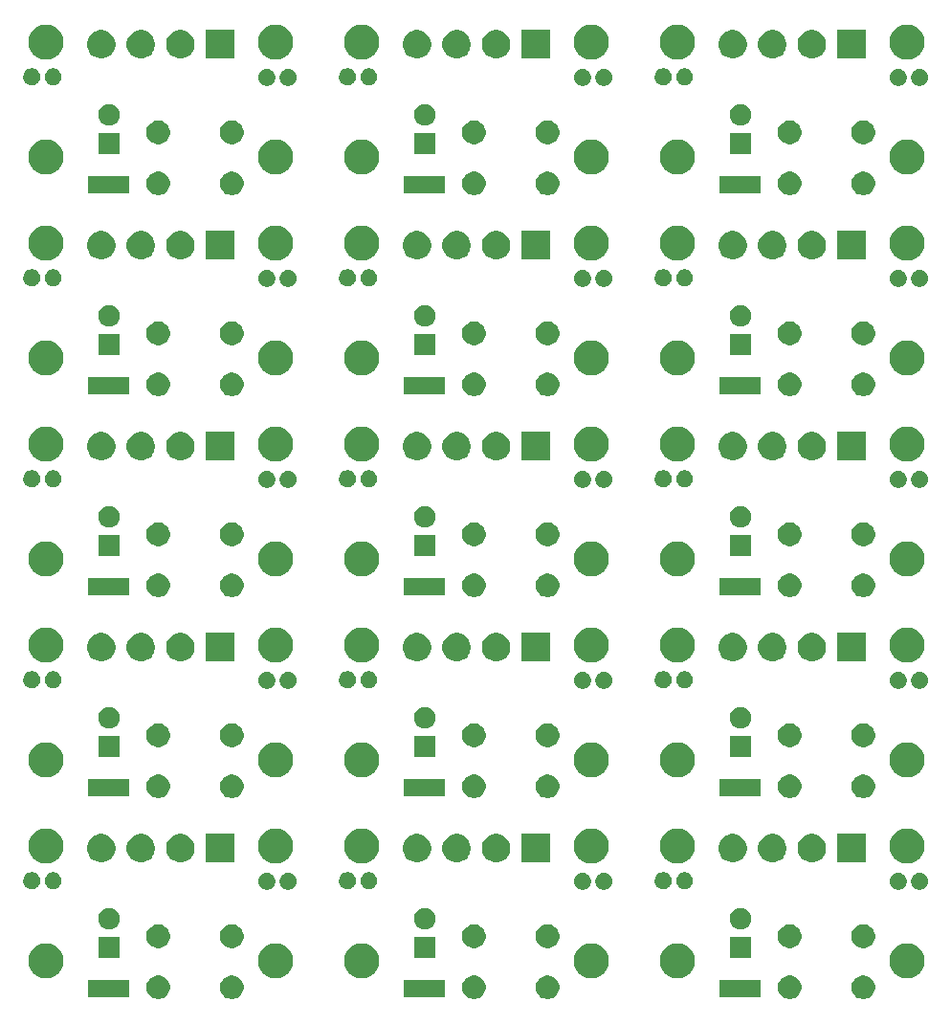
<source format=gbr>
G04 #@! TF.GenerationSoftware,KiCad,Pcbnew,5.1.5-52549c5~86~ubuntu18.04.1*
G04 #@! TF.CreationDate,2020-09-25T18:23:52-05:00*
G04 #@! TF.ProjectId,,58585858-5858-4585-9858-585858585858,rev?*
G04 #@! TF.SameCoordinates,Original*
G04 #@! TF.FileFunction,Soldermask,Top*
G04 #@! TF.FilePolarity,Negative*
%FSLAX46Y46*%
G04 Gerber Fmt 4.6, Leading zero omitted, Abs format (unit mm)*
G04 Created by KiCad (PCBNEW 5.1.5-52549c5~86~ubuntu18.04.1) date 2020-09-25 18:23:52*
%MOMM*%
%LPD*%
G04 APERTURE LIST*
%ADD10C,0.100000*%
G04 APERTURE END LIST*
D10*
G36*
X106506364Y-156520189D02*
G01*
X106697633Y-156599415D01*
X106697635Y-156599416D01*
X106841578Y-156695596D01*
X106869773Y-156714435D01*
X107016165Y-156860827D01*
X107131185Y-157032967D01*
X107210411Y-157224236D01*
X107250800Y-157427284D01*
X107250800Y-157634316D01*
X107210411Y-157837364D01*
X107131185Y-158028633D01*
X107131184Y-158028635D01*
X107016165Y-158200773D01*
X106869773Y-158347165D01*
X106697635Y-158462184D01*
X106697634Y-158462185D01*
X106697633Y-158462185D01*
X106506364Y-158541411D01*
X106303316Y-158581800D01*
X106096284Y-158581800D01*
X105893236Y-158541411D01*
X105701967Y-158462185D01*
X105701966Y-158462185D01*
X105701965Y-158462184D01*
X105529827Y-158347165D01*
X105383435Y-158200773D01*
X105268416Y-158028635D01*
X105268415Y-158028633D01*
X105189189Y-157837364D01*
X105148800Y-157634316D01*
X105148800Y-157427284D01*
X105189189Y-157224236D01*
X105268415Y-157032967D01*
X105383435Y-156860827D01*
X105529827Y-156714435D01*
X105558022Y-156695596D01*
X105701965Y-156599416D01*
X105701967Y-156599415D01*
X105893236Y-156520189D01*
X106096284Y-156479800D01*
X106303316Y-156479800D01*
X106506364Y-156520189D01*
G37*
G36*
X113006364Y-156520189D02*
G01*
X113197633Y-156599415D01*
X113197635Y-156599416D01*
X113341578Y-156695596D01*
X113369773Y-156714435D01*
X113516165Y-156860827D01*
X113631185Y-157032967D01*
X113710411Y-157224236D01*
X113750800Y-157427284D01*
X113750800Y-157634316D01*
X113710411Y-157837364D01*
X113631185Y-158028633D01*
X113631184Y-158028635D01*
X113516165Y-158200773D01*
X113369773Y-158347165D01*
X113197635Y-158462184D01*
X113197634Y-158462185D01*
X113197633Y-158462185D01*
X113006364Y-158541411D01*
X112803316Y-158581800D01*
X112596284Y-158581800D01*
X112393236Y-158541411D01*
X112201967Y-158462185D01*
X112201966Y-158462185D01*
X112201965Y-158462184D01*
X112029827Y-158347165D01*
X111883435Y-158200773D01*
X111768416Y-158028635D01*
X111768415Y-158028633D01*
X111689189Y-157837364D01*
X111648800Y-157634316D01*
X111648800Y-157427284D01*
X111689189Y-157224236D01*
X111768415Y-157032967D01*
X111883435Y-156860827D01*
X112029827Y-156714435D01*
X112058022Y-156695596D01*
X112201965Y-156599416D01*
X112201967Y-156599415D01*
X112393236Y-156520189D01*
X112596284Y-156479800D01*
X112803316Y-156479800D01*
X113006364Y-156520189D01*
G37*
G36*
X134446364Y-156520189D02*
G01*
X134637633Y-156599415D01*
X134637635Y-156599416D01*
X134781578Y-156695596D01*
X134809773Y-156714435D01*
X134956165Y-156860827D01*
X135071185Y-157032967D01*
X135150411Y-157224236D01*
X135190800Y-157427284D01*
X135190800Y-157634316D01*
X135150411Y-157837364D01*
X135071185Y-158028633D01*
X135071184Y-158028635D01*
X134956165Y-158200773D01*
X134809773Y-158347165D01*
X134637635Y-158462184D01*
X134637634Y-158462185D01*
X134637633Y-158462185D01*
X134446364Y-158541411D01*
X134243316Y-158581800D01*
X134036284Y-158581800D01*
X133833236Y-158541411D01*
X133641967Y-158462185D01*
X133641966Y-158462185D01*
X133641965Y-158462184D01*
X133469827Y-158347165D01*
X133323435Y-158200773D01*
X133208416Y-158028635D01*
X133208415Y-158028633D01*
X133129189Y-157837364D01*
X133088800Y-157634316D01*
X133088800Y-157427284D01*
X133129189Y-157224236D01*
X133208415Y-157032967D01*
X133323435Y-156860827D01*
X133469827Y-156714435D01*
X133498022Y-156695596D01*
X133641965Y-156599416D01*
X133641967Y-156599415D01*
X133833236Y-156520189D01*
X134036284Y-156479800D01*
X134243316Y-156479800D01*
X134446364Y-156520189D01*
G37*
G36*
X140946364Y-156520189D02*
G01*
X141137633Y-156599415D01*
X141137635Y-156599416D01*
X141281578Y-156695596D01*
X141309773Y-156714435D01*
X141456165Y-156860827D01*
X141571185Y-157032967D01*
X141650411Y-157224236D01*
X141690800Y-157427284D01*
X141690800Y-157634316D01*
X141650411Y-157837364D01*
X141571185Y-158028633D01*
X141571184Y-158028635D01*
X141456165Y-158200773D01*
X141309773Y-158347165D01*
X141137635Y-158462184D01*
X141137634Y-158462185D01*
X141137633Y-158462185D01*
X140946364Y-158541411D01*
X140743316Y-158581800D01*
X140536284Y-158581800D01*
X140333236Y-158541411D01*
X140141967Y-158462185D01*
X140141966Y-158462185D01*
X140141965Y-158462184D01*
X139969827Y-158347165D01*
X139823435Y-158200773D01*
X139708416Y-158028635D01*
X139708415Y-158028633D01*
X139629189Y-157837364D01*
X139588800Y-157634316D01*
X139588800Y-157427284D01*
X139629189Y-157224236D01*
X139708415Y-157032967D01*
X139823435Y-156860827D01*
X139969827Y-156714435D01*
X139998022Y-156695596D01*
X140141965Y-156599416D01*
X140141967Y-156599415D01*
X140333236Y-156520189D01*
X140536284Y-156479800D01*
X140743316Y-156479800D01*
X140946364Y-156520189D01*
G37*
G36*
X168886364Y-156520189D02*
G01*
X169077633Y-156599415D01*
X169077635Y-156599416D01*
X169221578Y-156695596D01*
X169249773Y-156714435D01*
X169396165Y-156860827D01*
X169511185Y-157032967D01*
X169590411Y-157224236D01*
X169630800Y-157427284D01*
X169630800Y-157634316D01*
X169590411Y-157837364D01*
X169511185Y-158028633D01*
X169511184Y-158028635D01*
X169396165Y-158200773D01*
X169249773Y-158347165D01*
X169077635Y-158462184D01*
X169077634Y-158462185D01*
X169077633Y-158462185D01*
X168886364Y-158541411D01*
X168683316Y-158581800D01*
X168476284Y-158581800D01*
X168273236Y-158541411D01*
X168081967Y-158462185D01*
X168081966Y-158462185D01*
X168081965Y-158462184D01*
X167909827Y-158347165D01*
X167763435Y-158200773D01*
X167648416Y-158028635D01*
X167648415Y-158028633D01*
X167569189Y-157837364D01*
X167528800Y-157634316D01*
X167528800Y-157427284D01*
X167569189Y-157224236D01*
X167648415Y-157032967D01*
X167763435Y-156860827D01*
X167909827Y-156714435D01*
X167938022Y-156695596D01*
X168081965Y-156599416D01*
X168081967Y-156599415D01*
X168273236Y-156520189D01*
X168476284Y-156479800D01*
X168683316Y-156479800D01*
X168886364Y-156520189D01*
G37*
G36*
X162386364Y-156520189D02*
G01*
X162577633Y-156599415D01*
X162577635Y-156599416D01*
X162721578Y-156695596D01*
X162749773Y-156714435D01*
X162896165Y-156860827D01*
X163011185Y-157032967D01*
X163090411Y-157224236D01*
X163130800Y-157427284D01*
X163130800Y-157634316D01*
X163090411Y-157837364D01*
X163011185Y-158028633D01*
X163011184Y-158028635D01*
X162896165Y-158200773D01*
X162749773Y-158347165D01*
X162577635Y-158462184D01*
X162577634Y-158462185D01*
X162577633Y-158462185D01*
X162386364Y-158541411D01*
X162183316Y-158581800D01*
X161976284Y-158581800D01*
X161773236Y-158541411D01*
X161581967Y-158462185D01*
X161581966Y-158462185D01*
X161581965Y-158462184D01*
X161409827Y-158347165D01*
X161263435Y-158200773D01*
X161148416Y-158028635D01*
X161148415Y-158028633D01*
X161069189Y-157837364D01*
X161028800Y-157634316D01*
X161028800Y-157427284D01*
X161069189Y-157224236D01*
X161148415Y-157032967D01*
X161263435Y-156860827D01*
X161409827Y-156714435D01*
X161438022Y-156695596D01*
X161581965Y-156599416D01*
X161581967Y-156599415D01*
X161773236Y-156520189D01*
X161976284Y-156479800D01*
X162183316Y-156479800D01*
X162386364Y-156520189D01*
G37*
G36*
X159534200Y-158458800D02*
G01*
X155832200Y-158458800D01*
X155832200Y-156856800D01*
X159534200Y-156856800D01*
X159534200Y-158458800D01*
G37*
G36*
X131594200Y-158458800D02*
G01*
X127892200Y-158458800D01*
X127892200Y-156856800D01*
X131594200Y-156856800D01*
X131594200Y-158458800D01*
G37*
G36*
X103654200Y-158458800D02*
G01*
X99952200Y-158458800D01*
X99952200Y-156856800D01*
X103654200Y-156856800D01*
X103654200Y-158458800D01*
G37*
G36*
X96553385Y-153683002D02*
G01*
X96703210Y-153712804D01*
X96985474Y-153829721D01*
X97239505Y-153999459D01*
X97455541Y-154215495D01*
X97625279Y-154469526D01*
X97742196Y-154751790D01*
X97801800Y-155051440D01*
X97801800Y-155356960D01*
X97742196Y-155656610D01*
X97625279Y-155938874D01*
X97455541Y-156192905D01*
X97239505Y-156408941D01*
X96985474Y-156578679D01*
X96703210Y-156695596D01*
X96553385Y-156725398D01*
X96403561Y-156755200D01*
X96098039Y-156755200D01*
X95948215Y-156725398D01*
X95798390Y-156695596D01*
X95516126Y-156578679D01*
X95262095Y-156408941D01*
X95046059Y-156192905D01*
X94876321Y-155938874D01*
X94759404Y-155656610D01*
X94699800Y-155356960D01*
X94699800Y-155051440D01*
X94759404Y-154751790D01*
X94876321Y-154469526D01*
X95046059Y-154215495D01*
X95262095Y-153999459D01*
X95516126Y-153829721D01*
X95798390Y-153712804D01*
X95948215Y-153683002D01*
X96098039Y-153653200D01*
X96403561Y-153653200D01*
X96553385Y-153683002D01*
G37*
G36*
X116873385Y-153683002D02*
G01*
X117023210Y-153712804D01*
X117305474Y-153829721D01*
X117559505Y-153999459D01*
X117775541Y-154215495D01*
X117945279Y-154469526D01*
X118062196Y-154751790D01*
X118121800Y-155051440D01*
X118121800Y-155356960D01*
X118062196Y-155656610D01*
X117945279Y-155938874D01*
X117775541Y-156192905D01*
X117559505Y-156408941D01*
X117305474Y-156578679D01*
X117023210Y-156695596D01*
X116873385Y-156725398D01*
X116723561Y-156755200D01*
X116418039Y-156755200D01*
X116268215Y-156725398D01*
X116118390Y-156695596D01*
X115836126Y-156578679D01*
X115582095Y-156408941D01*
X115366059Y-156192905D01*
X115196321Y-155938874D01*
X115079404Y-155656610D01*
X115019800Y-155356960D01*
X115019800Y-155051440D01*
X115079404Y-154751790D01*
X115196321Y-154469526D01*
X115366059Y-154215495D01*
X115582095Y-153999459D01*
X115836126Y-153829721D01*
X116118390Y-153712804D01*
X116268215Y-153683002D01*
X116418039Y-153653200D01*
X116723561Y-153653200D01*
X116873385Y-153683002D01*
G37*
G36*
X144813385Y-153683002D02*
G01*
X144963210Y-153712804D01*
X145245474Y-153829721D01*
X145499505Y-153999459D01*
X145715541Y-154215495D01*
X145885279Y-154469526D01*
X146002196Y-154751790D01*
X146061800Y-155051440D01*
X146061800Y-155356960D01*
X146002196Y-155656610D01*
X145885279Y-155938874D01*
X145715541Y-156192905D01*
X145499505Y-156408941D01*
X145245474Y-156578679D01*
X144963210Y-156695596D01*
X144813385Y-156725398D01*
X144663561Y-156755200D01*
X144358039Y-156755200D01*
X144208215Y-156725398D01*
X144058390Y-156695596D01*
X143776126Y-156578679D01*
X143522095Y-156408941D01*
X143306059Y-156192905D01*
X143136321Y-155938874D01*
X143019404Y-155656610D01*
X142959800Y-155356960D01*
X142959800Y-155051440D01*
X143019404Y-154751790D01*
X143136321Y-154469526D01*
X143306059Y-154215495D01*
X143522095Y-153999459D01*
X143776126Y-153829721D01*
X144058390Y-153712804D01*
X144208215Y-153683002D01*
X144358039Y-153653200D01*
X144663561Y-153653200D01*
X144813385Y-153683002D01*
G37*
G36*
X152433385Y-153683002D02*
G01*
X152583210Y-153712804D01*
X152865474Y-153829721D01*
X153119505Y-153999459D01*
X153335541Y-154215495D01*
X153505279Y-154469526D01*
X153622196Y-154751790D01*
X153681800Y-155051440D01*
X153681800Y-155356960D01*
X153622196Y-155656610D01*
X153505279Y-155938874D01*
X153335541Y-156192905D01*
X153119505Y-156408941D01*
X152865474Y-156578679D01*
X152583210Y-156695596D01*
X152433385Y-156725398D01*
X152283561Y-156755200D01*
X151978039Y-156755200D01*
X151828215Y-156725398D01*
X151678390Y-156695596D01*
X151396126Y-156578679D01*
X151142095Y-156408941D01*
X150926059Y-156192905D01*
X150756321Y-155938874D01*
X150639404Y-155656610D01*
X150579800Y-155356960D01*
X150579800Y-155051440D01*
X150639404Y-154751790D01*
X150756321Y-154469526D01*
X150926059Y-154215495D01*
X151142095Y-153999459D01*
X151396126Y-153829721D01*
X151678390Y-153712804D01*
X151828215Y-153683002D01*
X151978039Y-153653200D01*
X152283561Y-153653200D01*
X152433385Y-153683002D01*
G37*
G36*
X124493385Y-153683002D02*
G01*
X124643210Y-153712804D01*
X124925474Y-153829721D01*
X125179505Y-153999459D01*
X125395541Y-154215495D01*
X125565279Y-154469526D01*
X125682196Y-154751790D01*
X125741800Y-155051440D01*
X125741800Y-155356960D01*
X125682196Y-155656610D01*
X125565279Y-155938874D01*
X125395541Y-156192905D01*
X125179505Y-156408941D01*
X124925474Y-156578679D01*
X124643210Y-156695596D01*
X124493385Y-156725398D01*
X124343561Y-156755200D01*
X124038039Y-156755200D01*
X123888215Y-156725398D01*
X123738390Y-156695596D01*
X123456126Y-156578679D01*
X123202095Y-156408941D01*
X122986059Y-156192905D01*
X122816321Y-155938874D01*
X122699404Y-155656610D01*
X122639800Y-155356960D01*
X122639800Y-155051440D01*
X122699404Y-154751790D01*
X122816321Y-154469526D01*
X122986059Y-154215495D01*
X123202095Y-153999459D01*
X123456126Y-153829721D01*
X123738390Y-153712804D01*
X123888215Y-153683002D01*
X124038039Y-153653200D01*
X124343561Y-153653200D01*
X124493385Y-153683002D01*
G37*
G36*
X172753385Y-153683002D02*
G01*
X172903210Y-153712804D01*
X173185474Y-153829721D01*
X173439505Y-153999459D01*
X173655541Y-154215495D01*
X173825279Y-154469526D01*
X173942196Y-154751790D01*
X174001800Y-155051440D01*
X174001800Y-155356960D01*
X173942196Y-155656610D01*
X173825279Y-155938874D01*
X173655541Y-156192905D01*
X173439505Y-156408941D01*
X173185474Y-156578679D01*
X172903210Y-156695596D01*
X172753385Y-156725398D01*
X172603561Y-156755200D01*
X172298039Y-156755200D01*
X172148215Y-156725398D01*
X171998390Y-156695596D01*
X171716126Y-156578679D01*
X171462095Y-156408941D01*
X171246059Y-156192905D01*
X171076321Y-155938874D01*
X170959404Y-155656610D01*
X170899800Y-155356960D01*
X170899800Y-155051440D01*
X170959404Y-154751790D01*
X171076321Y-154469526D01*
X171246059Y-154215495D01*
X171462095Y-153999459D01*
X171716126Y-153829721D01*
X171998390Y-153712804D01*
X172148215Y-153683002D01*
X172298039Y-153653200D01*
X172603561Y-153653200D01*
X172753385Y-153683002D01*
G37*
G36*
X130745000Y-154951200D02*
G01*
X128843000Y-154951200D01*
X128843000Y-153049200D01*
X130745000Y-153049200D01*
X130745000Y-154951200D01*
G37*
G36*
X158685000Y-154951200D02*
G01*
X156783000Y-154951200D01*
X156783000Y-153049200D01*
X158685000Y-153049200D01*
X158685000Y-154951200D01*
G37*
G36*
X102805000Y-154951200D02*
G01*
X100903000Y-154951200D01*
X100903000Y-153049200D01*
X102805000Y-153049200D01*
X102805000Y-154951200D01*
G37*
G36*
X168886364Y-152020189D02*
G01*
X169077633Y-152099415D01*
X169077635Y-152099416D01*
X169226508Y-152198890D01*
X169249773Y-152214435D01*
X169396165Y-152360827D01*
X169511185Y-152532967D01*
X169590411Y-152724236D01*
X169630800Y-152927284D01*
X169630800Y-153134316D01*
X169590411Y-153337364D01*
X169511185Y-153528633D01*
X169511184Y-153528635D01*
X169396165Y-153700773D01*
X169249773Y-153847165D01*
X169077635Y-153962184D01*
X169077634Y-153962185D01*
X169077633Y-153962185D01*
X168886364Y-154041411D01*
X168683316Y-154081800D01*
X168476284Y-154081800D01*
X168273236Y-154041411D01*
X168081967Y-153962185D01*
X168081966Y-153962185D01*
X168081965Y-153962184D01*
X167909827Y-153847165D01*
X167763435Y-153700773D01*
X167648416Y-153528635D01*
X167648415Y-153528633D01*
X167569189Y-153337364D01*
X167528800Y-153134316D01*
X167528800Y-152927284D01*
X167569189Y-152724236D01*
X167648415Y-152532967D01*
X167763435Y-152360827D01*
X167909827Y-152214435D01*
X167933092Y-152198890D01*
X168081965Y-152099416D01*
X168081967Y-152099415D01*
X168273236Y-152020189D01*
X168476284Y-151979800D01*
X168683316Y-151979800D01*
X168886364Y-152020189D01*
G37*
G36*
X162386364Y-152020189D02*
G01*
X162577633Y-152099415D01*
X162577635Y-152099416D01*
X162726508Y-152198890D01*
X162749773Y-152214435D01*
X162896165Y-152360827D01*
X163011185Y-152532967D01*
X163090411Y-152724236D01*
X163130800Y-152927284D01*
X163130800Y-153134316D01*
X163090411Y-153337364D01*
X163011185Y-153528633D01*
X163011184Y-153528635D01*
X162896165Y-153700773D01*
X162749773Y-153847165D01*
X162577635Y-153962184D01*
X162577634Y-153962185D01*
X162577633Y-153962185D01*
X162386364Y-154041411D01*
X162183316Y-154081800D01*
X161976284Y-154081800D01*
X161773236Y-154041411D01*
X161581967Y-153962185D01*
X161581966Y-153962185D01*
X161581965Y-153962184D01*
X161409827Y-153847165D01*
X161263435Y-153700773D01*
X161148416Y-153528635D01*
X161148415Y-153528633D01*
X161069189Y-153337364D01*
X161028800Y-153134316D01*
X161028800Y-152927284D01*
X161069189Y-152724236D01*
X161148415Y-152532967D01*
X161263435Y-152360827D01*
X161409827Y-152214435D01*
X161433092Y-152198890D01*
X161581965Y-152099416D01*
X161581967Y-152099415D01*
X161773236Y-152020189D01*
X161976284Y-151979800D01*
X162183316Y-151979800D01*
X162386364Y-152020189D01*
G37*
G36*
X140946364Y-152020189D02*
G01*
X141137633Y-152099415D01*
X141137635Y-152099416D01*
X141286508Y-152198890D01*
X141309773Y-152214435D01*
X141456165Y-152360827D01*
X141571185Y-152532967D01*
X141650411Y-152724236D01*
X141690800Y-152927284D01*
X141690800Y-153134316D01*
X141650411Y-153337364D01*
X141571185Y-153528633D01*
X141571184Y-153528635D01*
X141456165Y-153700773D01*
X141309773Y-153847165D01*
X141137635Y-153962184D01*
X141137634Y-153962185D01*
X141137633Y-153962185D01*
X140946364Y-154041411D01*
X140743316Y-154081800D01*
X140536284Y-154081800D01*
X140333236Y-154041411D01*
X140141967Y-153962185D01*
X140141966Y-153962185D01*
X140141965Y-153962184D01*
X139969827Y-153847165D01*
X139823435Y-153700773D01*
X139708416Y-153528635D01*
X139708415Y-153528633D01*
X139629189Y-153337364D01*
X139588800Y-153134316D01*
X139588800Y-152927284D01*
X139629189Y-152724236D01*
X139708415Y-152532967D01*
X139823435Y-152360827D01*
X139969827Y-152214435D01*
X139993092Y-152198890D01*
X140141965Y-152099416D01*
X140141967Y-152099415D01*
X140333236Y-152020189D01*
X140536284Y-151979800D01*
X140743316Y-151979800D01*
X140946364Y-152020189D01*
G37*
G36*
X106506364Y-152020189D02*
G01*
X106697633Y-152099415D01*
X106697635Y-152099416D01*
X106846508Y-152198890D01*
X106869773Y-152214435D01*
X107016165Y-152360827D01*
X107131185Y-152532967D01*
X107210411Y-152724236D01*
X107250800Y-152927284D01*
X107250800Y-153134316D01*
X107210411Y-153337364D01*
X107131185Y-153528633D01*
X107131184Y-153528635D01*
X107016165Y-153700773D01*
X106869773Y-153847165D01*
X106697635Y-153962184D01*
X106697634Y-153962185D01*
X106697633Y-153962185D01*
X106506364Y-154041411D01*
X106303316Y-154081800D01*
X106096284Y-154081800D01*
X105893236Y-154041411D01*
X105701967Y-153962185D01*
X105701966Y-153962185D01*
X105701965Y-153962184D01*
X105529827Y-153847165D01*
X105383435Y-153700773D01*
X105268416Y-153528635D01*
X105268415Y-153528633D01*
X105189189Y-153337364D01*
X105148800Y-153134316D01*
X105148800Y-152927284D01*
X105189189Y-152724236D01*
X105268415Y-152532967D01*
X105383435Y-152360827D01*
X105529827Y-152214435D01*
X105553092Y-152198890D01*
X105701965Y-152099416D01*
X105701967Y-152099415D01*
X105893236Y-152020189D01*
X106096284Y-151979800D01*
X106303316Y-151979800D01*
X106506364Y-152020189D01*
G37*
G36*
X134446364Y-152020189D02*
G01*
X134637633Y-152099415D01*
X134637635Y-152099416D01*
X134786508Y-152198890D01*
X134809773Y-152214435D01*
X134956165Y-152360827D01*
X135071185Y-152532967D01*
X135150411Y-152724236D01*
X135190800Y-152927284D01*
X135190800Y-153134316D01*
X135150411Y-153337364D01*
X135071185Y-153528633D01*
X135071184Y-153528635D01*
X134956165Y-153700773D01*
X134809773Y-153847165D01*
X134637635Y-153962184D01*
X134637634Y-153962185D01*
X134637633Y-153962185D01*
X134446364Y-154041411D01*
X134243316Y-154081800D01*
X134036284Y-154081800D01*
X133833236Y-154041411D01*
X133641967Y-153962185D01*
X133641966Y-153962185D01*
X133641965Y-153962184D01*
X133469827Y-153847165D01*
X133323435Y-153700773D01*
X133208416Y-153528635D01*
X133208415Y-153528633D01*
X133129189Y-153337364D01*
X133088800Y-153134316D01*
X133088800Y-152927284D01*
X133129189Y-152724236D01*
X133208415Y-152532967D01*
X133323435Y-152360827D01*
X133469827Y-152214435D01*
X133493092Y-152198890D01*
X133641965Y-152099416D01*
X133641967Y-152099415D01*
X133833236Y-152020189D01*
X134036284Y-151979800D01*
X134243316Y-151979800D01*
X134446364Y-152020189D01*
G37*
G36*
X113006364Y-152020189D02*
G01*
X113197633Y-152099415D01*
X113197635Y-152099416D01*
X113346508Y-152198890D01*
X113369773Y-152214435D01*
X113516165Y-152360827D01*
X113631185Y-152532967D01*
X113710411Y-152724236D01*
X113750800Y-152927284D01*
X113750800Y-153134316D01*
X113710411Y-153337364D01*
X113631185Y-153528633D01*
X113631184Y-153528635D01*
X113516165Y-153700773D01*
X113369773Y-153847165D01*
X113197635Y-153962184D01*
X113197634Y-153962185D01*
X113197633Y-153962185D01*
X113006364Y-154041411D01*
X112803316Y-154081800D01*
X112596284Y-154081800D01*
X112393236Y-154041411D01*
X112201967Y-153962185D01*
X112201966Y-153962185D01*
X112201965Y-153962184D01*
X112029827Y-153847165D01*
X111883435Y-153700773D01*
X111768416Y-153528635D01*
X111768415Y-153528633D01*
X111689189Y-153337364D01*
X111648800Y-153134316D01*
X111648800Y-152927284D01*
X111689189Y-152724236D01*
X111768415Y-152532967D01*
X111883435Y-152360827D01*
X112029827Y-152214435D01*
X112053092Y-152198890D01*
X112201965Y-152099416D01*
X112201967Y-152099415D01*
X112393236Y-152020189D01*
X112596284Y-151979800D01*
X112803316Y-151979800D01*
X113006364Y-152020189D01*
G37*
G36*
X158011395Y-150545746D02*
G01*
X158184466Y-150617434D01*
X158184467Y-150617435D01*
X158340227Y-150721510D01*
X158472690Y-150853973D01*
X158472691Y-150853975D01*
X158576766Y-151009734D01*
X158648454Y-151182805D01*
X158685000Y-151366533D01*
X158685000Y-151553867D01*
X158648454Y-151737595D01*
X158576766Y-151910666D01*
X158576765Y-151910667D01*
X158472690Y-152066427D01*
X158340227Y-152198890D01*
X158316962Y-152214435D01*
X158184466Y-152302966D01*
X158011395Y-152374654D01*
X157827667Y-152411200D01*
X157640333Y-152411200D01*
X157456605Y-152374654D01*
X157283534Y-152302966D01*
X157151038Y-152214435D01*
X157127773Y-152198890D01*
X156995310Y-152066427D01*
X156891235Y-151910667D01*
X156891234Y-151910666D01*
X156819546Y-151737595D01*
X156783000Y-151553867D01*
X156783000Y-151366533D01*
X156819546Y-151182805D01*
X156891234Y-151009734D01*
X156995309Y-150853975D01*
X156995310Y-150853973D01*
X157127773Y-150721510D01*
X157283533Y-150617435D01*
X157283534Y-150617434D01*
X157456605Y-150545746D01*
X157640333Y-150509200D01*
X157827667Y-150509200D01*
X158011395Y-150545746D01*
G37*
G36*
X102131395Y-150545746D02*
G01*
X102304466Y-150617434D01*
X102304467Y-150617435D01*
X102460227Y-150721510D01*
X102592690Y-150853973D01*
X102592691Y-150853975D01*
X102696766Y-151009734D01*
X102768454Y-151182805D01*
X102805000Y-151366533D01*
X102805000Y-151553867D01*
X102768454Y-151737595D01*
X102696766Y-151910666D01*
X102696765Y-151910667D01*
X102592690Y-152066427D01*
X102460227Y-152198890D01*
X102436962Y-152214435D01*
X102304466Y-152302966D01*
X102131395Y-152374654D01*
X101947667Y-152411200D01*
X101760333Y-152411200D01*
X101576605Y-152374654D01*
X101403534Y-152302966D01*
X101271038Y-152214435D01*
X101247773Y-152198890D01*
X101115310Y-152066427D01*
X101011235Y-151910667D01*
X101011234Y-151910666D01*
X100939546Y-151737595D01*
X100903000Y-151553867D01*
X100903000Y-151366533D01*
X100939546Y-151182805D01*
X101011234Y-151009734D01*
X101115309Y-150853975D01*
X101115310Y-150853973D01*
X101247773Y-150721510D01*
X101403533Y-150617435D01*
X101403534Y-150617434D01*
X101576605Y-150545746D01*
X101760333Y-150509200D01*
X101947667Y-150509200D01*
X102131395Y-150545746D01*
G37*
G36*
X130071395Y-150545746D02*
G01*
X130244466Y-150617434D01*
X130244467Y-150617435D01*
X130400227Y-150721510D01*
X130532690Y-150853973D01*
X130532691Y-150853975D01*
X130636766Y-151009734D01*
X130708454Y-151182805D01*
X130745000Y-151366533D01*
X130745000Y-151553867D01*
X130708454Y-151737595D01*
X130636766Y-151910666D01*
X130636765Y-151910667D01*
X130532690Y-152066427D01*
X130400227Y-152198890D01*
X130376962Y-152214435D01*
X130244466Y-152302966D01*
X130071395Y-152374654D01*
X129887667Y-152411200D01*
X129700333Y-152411200D01*
X129516605Y-152374654D01*
X129343534Y-152302966D01*
X129211038Y-152214435D01*
X129187773Y-152198890D01*
X129055310Y-152066427D01*
X128951235Y-151910667D01*
X128951234Y-151910666D01*
X128879546Y-151737595D01*
X128843000Y-151553867D01*
X128843000Y-151366533D01*
X128879546Y-151182805D01*
X128951234Y-151009734D01*
X129055309Y-150853975D01*
X129055310Y-150853973D01*
X129187773Y-150721510D01*
X129343533Y-150617435D01*
X129343534Y-150617434D01*
X129516605Y-150545746D01*
X129700333Y-150509200D01*
X129887667Y-150509200D01*
X130071395Y-150545746D01*
G37*
G36*
X116017659Y-147436060D02*
G01*
X116154332Y-147492672D01*
X116277335Y-147574860D01*
X116381940Y-147679465D01*
X116430186Y-147751670D01*
X116464129Y-147802470D01*
X116520740Y-147939141D01*
X116539496Y-148033433D01*
X116549600Y-148084233D01*
X116549600Y-148232167D01*
X116520740Y-148377259D01*
X116464128Y-148513932D01*
X116381940Y-148636935D01*
X116277335Y-148741540D01*
X116154332Y-148823728D01*
X116154331Y-148823729D01*
X116154330Y-148823729D01*
X116017659Y-148880340D01*
X115872568Y-148909200D01*
X115724632Y-148909200D01*
X115579541Y-148880340D01*
X115442870Y-148823729D01*
X115442869Y-148823729D01*
X115442868Y-148823728D01*
X115319865Y-148741540D01*
X115215260Y-148636935D01*
X115133072Y-148513932D01*
X115076460Y-148377259D01*
X115047600Y-148232167D01*
X115047600Y-148084233D01*
X115057705Y-148033433D01*
X115076460Y-147939141D01*
X115133071Y-147802470D01*
X115167014Y-147751670D01*
X115215260Y-147679465D01*
X115319865Y-147574860D01*
X115442868Y-147492672D01*
X115579541Y-147436060D01*
X115724632Y-147407200D01*
X115872568Y-147407200D01*
X116017659Y-147436060D01*
G37*
G36*
X143957659Y-147436060D02*
G01*
X144094332Y-147492672D01*
X144217335Y-147574860D01*
X144321940Y-147679465D01*
X144370186Y-147751670D01*
X144404129Y-147802470D01*
X144460740Y-147939141D01*
X144479496Y-148033433D01*
X144489600Y-148084233D01*
X144489600Y-148232167D01*
X144460740Y-148377259D01*
X144404128Y-148513932D01*
X144321940Y-148636935D01*
X144217335Y-148741540D01*
X144094332Y-148823728D01*
X144094331Y-148823729D01*
X144094330Y-148823729D01*
X143957659Y-148880340D01*
X143812568Y-148909200D01*
X143664632Y-148909200D01*
X143519541Y-148880340D01*
X143382870Y-148823729D01*
X143382869Y-148823729D01*
X143382868Y-148823728D01*
X143259865Y-148741540D01*
X143155260Y-148636935D01*
X143073072Y-148513932D01*
X143016460Y-148377259D01*
X142987600Y-148232167D01*
X142987600Y-148084233D01*
X142997705Y-148033433D01*
X143016460Y-147939141D01*
X143073071Y-147802470D01*
X143107014Y-147751670D01*
X143155260Y-147679465D01*
X143259865Y-147574860D01*
X143382868Y-147492672D01*
X143519541Y-147436060D01*
X143664632Y-147407200D01*
X143812568Y-147407200D01*
X143957659Y-147436060D01*
G37*
G36*
X117917659Y-147436060D02*
G01*
X118054332Y-147492672D01*
X118177335Y-147574860D01*
X118281940Y-147679465D01*
X118330186Y-147751670D01*
X118364129Y-147802470D01*
X118420740Y-147939141D01*
X118439496Y-148033433D01*
X118449600Y-148084233D01*
X118449600Y-148232167D01*
X118420740Y-148377259D01*
X118364128Y-148513932D01*
X118281940Y-148636935D01*
X118177335Y-148741540D01*
X118054332Y-148823728D01*
X118054331Y-148823729D01*
X118054330Y-148823729D01*
X117917659Y-148880340D01*
X117772568Y-148909200D01*
X117624632Y-148909200D01*
X117479541Y-148880340D01*
X117342870Y-148823729D01*
X117342869Y-148823729D01*
X117342868Y-148823728D01*
X117219865Y-148741540D01*
X117115260Y-148636935D01*
X117033072Y-148513932D01*
X116976460Y-148377259D01*
X116947600Y-148232167D01*
X116947600Y-148084233D01*
X116957705Y-148033433D01*
X116976460Y-147939141D01*
X117033071Y-147802470D01*
X117067014Y-147751670D01*
X117115260Y-147679465D01*
X117219865Y-147574860D01*
X117342868Y-147492672D01*
X117479541Y-147436060D01*
X117624632Y-147407200D01*
X117772568Y-147407200D01*
X117917659Y-147436060D01*
G37*
G36*
X145857659Y-147436060D02*
G01*
X145994332Y-147492672D01*
X146117335Y-147574860D01*
X146221940Y-147679465D01*
X146270186Y-147751670D01*
X146304129Y-147802470D01*
X146360740Y-147939141D01*
X146379496Y-148033433D01*
X146389600Y-148084233D01*
X146389600Y-148232167D01*
X146360740Y-148377259D01*
X146304128Y-148513932D01*
X146221940Y-148636935D01*
X146117335Y-148741540D01*
X145994332Y-148823728D01*
X145994331Y-148823729D01*
X145994330Y-148823729D01*
X145857659Y-148880340D01*
X145712568Y-148909200D01*
X145564632Y-148909200D01*
X145419541Y-148880340D01*
X145282870Y-148823729D01*
X145282869Y-148823729D01*
X145282868Y-148823728D01*
X145159865Y-148741540D01*
X145055260Y-148636935D01*
X144973072Y-148513932D01*
X144916460Y-148377259D01*
X144887600Y-148232167D01*
X144887600Y-148084233D01*
X144897705Y-148033433D01*
X144916460Y-147939141D01*
X144973071Y-147802470D01*
X145007014Y-147751670D01*
X145055260Y-147679465D01*
X145159865Y-147574860D01*
X145282868Y-147492672D01*
X145419541Y-147436060D01*
X145564632Y-147407200D01*
X145712568Y-147407200D01*
X145857659Y-147436060D01*
G37*
G36*
X173797659Y-147436060D02*
G01*
X173934332Y-147492672D01*
X174057335Y-147574860D01*
X174161940Y-147679465D01*
X174210186Y-147751670D01*
X174244129Y-147802470D01*
X174300740Y-147939141D01*
X174319496Y-148033433D01*
X174329600Y-148084233D01*
X174329600Y-148232167D01*
X174300740Y-148377259D01*
X174244128Y-148513932D01*
X174161940Y-148636935D01*
X174057335Y-148741540D01*
X173934332Y-148823728D01*
X173934331Y-148823729D01*
X173934330Y-148823729D01*
X173797659Y-148880340D01*
X173652568Y-148909200D01*
X173504632Y-148909200D01*
X173359541Y-148880340D01*
X173222870Y-148823729D01*
X173222869Y-148823729D01*
X173222868Y-148823728D01*
X173099865Y-148741540D01*
X172995260Y-148636935D01*
X172913072Y-148513932D01*
X172856460Y-148377259D01*
X172827600Y-148232167D01*
X172827600Y-148084233D01*
X172837705Y-148033433D01*
X172856460Y-147939141D01*
X172913071Y-147802470D01*
X172947014Y-147751670D01*
X172995260Y-147679465D01*
X173099865Y-147574860D01*
X173222868Y-147492672D01*
X173359541Y-147436060D01*
X173504632Y-147407200D01*
X173652568Y-147407200D01*
X173797659Y-147436060D01*
G37*
G36*
X171897659Y-147436060D02*
G01*
X172034332Y-147492672D01*
X172157335Y-147574860D01*
X172261940Y-147679465D01*
X172310186Y-147751670D01*
X172344129Y-147802470D01*
X172400740Y-147939141D01*
X172419496Y-148033433D01*
X172429600Y-148084233D01*
X172429600Y-148232167D01*
X172400740Y-148377259D01*
X172344128Y-148513932D01*
X172261940Y-148636935D01*
X172157335Y-148741540D01*
X172034332Y-148823728D01*
X172034331Y-148823729D01*
X172034330Y-148823729D01*
X171897659Y-148880340D01*
X171752568Y-148909200D01*
X171604632Y-148909200D01*
X171459541Y-148880340D01*
X171322870Y-148823729D01*
X171322869Y-148823729D01*
X171322868Y-148823728D01*
X171199865Y-148741540D01*
X171095260Y-148636935D01*
X171013072Y-148513932D01*
X170956460Y-148377259D01*
X170927600Y-148232167D01*
X170927600Y-148084233D01*
X170937705Y-148033433D01*
X170956460Y-147939141D01*
X171013071Y-147802470D01*
X171047014Y-147751670D01*
X171095260Y-147679465D01*
X171199865Y-147574860D01*
X171322868Y-147492672D01*
X171459541Y-147436060D01*
X171604632Y-147407200D01*
X171752568Y-147407200D01*
X171897659Y-147436060D01*
G37*
G36*
X95220059Y-147385260D02*
G01*
X95356732Y-147441872D01*
X95479735Y-147524060D01*
X95584340Y-147628665D01*
X95666528Y-147751668D01*
X95666529Y-147751670D01*
X95723140Y-147888341D01*
X95752000Y-148033432D01*
X95752000Y-148181368D01*
X95741895Y-148232168D01*
X95723140Y-148326459D01*
X95666528Y-148463132D01*
X95584340Y-148586135D01*
X95479735Y-148690740D01*
X95356732Y-148772928D01*
X95356731Y-148772929D01*
X95356730Y-148772929D01*
X95220059Y-148829540D01*
X95074968Y-148858400D01*
X94927032Y-148858400D01*
X94781941Y-148829540D01*
X94645270Y-148772929D01*
X94645269Y-148772929D01*
X94645268Y-148772928D01*
X94522265Y-148690740D01*
X94417660Y-148586135D01*
X94335472Y-148463132D01*
X94278860Y-148326459D01*
X94260105Y-148232168D01*
X94250000Y-148181368D01*
X94250000Y-148033432D01*
X94278860Y-147888341D01*
X94335471Y-147751670D01*
X94335472Y-147751668D01*
X94417660Y-147628665D01*
X94522265Y-147524060D01*
X94645268Y-147441872D01*
X94781941Y-147385260D01*
X94927032Y-147356400D01*
X95074968Y-147356400D01*
X95220059Y-147385260D01*
G37*
G36*
X153000059Y-147385260D02*
G01*
X153136732Y-147441872D01*
X153259735Y-147524060D01*
X153364340Y-147628665D01*
X153446528Y-147751668D01*
X153446529Y-147751670D01*
X153503140Y-147888341D01*
X153532000Y-148033432D01*
X153532000Y-148181368D01*
X153521895Y-148232168D01*
X153503140Y-148326459D01*
X153446528Y-148463132D01*
X153364340Y-148586135D01*
X153259735Y-148690740D01*
X153136732Y-148772928D01*
X153136731Y-148772929D01*
X153136730Y-148772929D01*
X153000059Y-148829540D01*
X152854968Y-148858400D01*
X152707032Y-148858400D01*
X152561941Y-148829540D01*
X152425270Y-148772929D01*
X152425269Y-148772929D01*
X152425268Y-148772928D01*
X152302265Y-148690740D01*
X152197660Y-148586135D01*
X152115472Y-148463132D01*
X152058860Y-148326459D01*
X152040105Y-148232168D01*
X152030000Y-148181368D01*
X152030000Y-148033432D01*
X152058860Y-147888341D01*
X152115471Y-147751670D01*
X152115472Y-147751668D01*
X152197660Y-147628665D01*
X152302265Y-147524060D01*
X152425268Y-147441872D01*
X152561941Y-147385260D01*
X152707032Y-147356400D01*
X152854968Y-147356400D01*
X153000059Y-147385260D01*
G37*
G36*
X123160059Y-147385260D02*
G01*
X123296732Y-147441872D01*
X123419735Y-147524060D01*
X123524340Y-147628665D01*
X123606528Y-147751668D01*
X123606529Y-147751670D01*
X123663140Y-147888341D01*
X123692000Y-148033432D01*
X123692000Y-148181368D01*
X123681895Y-148232168D01*
X123663140Y-148326459D01*
X123606528Y-148463132D01*
X123524340Y-148586135D01*
X123419735Y-148690740D01*
X123296732Y-148772928D01*
X123296731Y-148772929D01*
X123296730Y-148772929D01*
X123160059Y-148829540D01*
X123014968Y-148858400D01*
X122867032Y-148858400D01*
X122721941Y-148829540D01*
X122585270Y-148772929D01*
X122585269Y-148772929D01*
X122585268Y-148772928D01*
X122462265Y-148690740D01*
X122357660Y-148586135D01*
X122275472Y-148463132D01*
X122218860Y-148326459D01*
X122200105Y-148232168D01*
X122190000Y-148181368D01*
X122190000Y-148033432D01*
X122218860Y-147888341D01*
X122275471Y-147751670D01*
X122275472Y-147751668D01*
X122357660Y-147628665D01*
X122462265Y-147524060D01*
X122585268Y-147441872D01*
X122721941Y-147385260D01*
X122867032Y-147356400D01*
X123014968Y-147356400D01*
X123160059Y-147385260D01*
G37*
G36*
X125060059Y-147385260D02*
G01*
X125196732Y-147441872D01*
X125319735Y-147524060D01*
X125424340Y-147628665D01*
X125506528Y-147751668D01*
X125506529Y-147751670D01*
X125563140Y-147888341D01*
X125592000Y-148033432D01*
X125592000Y-148181368D01*
X125581895Y-148232168D01*
X125563140Y-148326459D01*
X125506528Y-148463132D01*
X125424340Y-148586135D01*
X125319735Y-148690740D01*
X125196732Y-148772928D01*
X125196731Y-148772929D01*
X125196730Y-148772929D01*
X125060059Y-148829540D01*
X124914968Y-148858400D01*
X124767032Y-148858400D01*
X124621941Y-148829540D01*
X124485270Y-148772929D01*
X124485269Y-148772929D01*
X124485268Y-148772928D01*
X124362265Y-148690740D01*
X124257660Y-148586135D01*
X124175472Y-148463132D01*
X124118860Y-148326459D01*
X124100105Y-148232168D01*
X124090000Y-148181368D01*
X124090000Y-148033432D01*
X124118860Y-147888341D01*
X124175471Y-147751670D01*
X124175472Y-147751668D01*
X124257660Y-147628665D01*
X124362265Y-147524060D01*
X124485268Y-147441872D01*
X124621941Y-147385260D01*
X124767032Y-147356400D01*
X124914968Y-147356400D01*
X125060059Y-147385260D01*
G37*
G36*
X97120059Y-147385260D02*
G01*
X97256732Y-147441872D01*
X97379735Y-147524060D01*
X97484340Y-147628665D01*
X97566528Y-147751668D01*
X97566529Y-147751670D01*
X97623140Y-147888341D01*
X97652000Y-148033432D01*
X97652000Y-148181368D01*
X97641895Y-148232168D01*
X97623140Y-148326459D01*
X97566528Y-148463132D01*
X97484340Y-148586135D01*
X97379735Y-148690740D01*
X97256732Y-148772928D01*
X97256731Y-148772929D01*
X97256730Y-148772929D01*
X97120059Y-148829540D01*
X96974968Y-148858400D01*
X96827032Y-148858400D01*
X96681941Y-148829540D01*
X96545270Y-148772929D01*
X96545269Y-148772929D01*
X96545268Y-148772928D01*
X96422265Y-148690740D01*
X96317660Y-148586135D01*
X96235472Y-148463132D01*
X96178860Y-148326459D01*
X96160105Y-148232168D01*
X96150000Y-148181368D01*
X96150000Y-148033432D01*
X96178860Y-147888341D01*
X96235471Y-147751670D01*
X96235472Y-147751668D01*
X96317660Y-147628665D01*
X96422265Y-147524060D01*
X96545268Y-147441872D01*
X96681941Y-147385260D01*
X96827032Y-147356400D01*
X96974968Y-147356400D01*
X97120059Y-147385260D01*
G37*
G36*
X151100059Y-147385260D02*
G01*
X151236732Y-147441872D01*
X151359735Y-147524060D01*
X151464340Y-147628665D01*
X151546528Y-147751668D01*
X151546529Y-147751670D01*
X151603140Y-147888341D01*
X151632000Y-148033432D01*
X151632000Y-148181368D01*
X151621895Y-148232168D01*
X151603140Y-148326459D01*
X151546528Y-148463132D01*
X151464340Y-148586135D01*
X151359735Y-148690740D01*
X151236732Y-148772928D01*
X151236731Y-148772929D01*
X151236730Y-148772929D01*
X151100059Y-148829540D01*
X150954968Y-148858400D01*
X150807032Y-148858400D01*
X150661941Y-148829540D01*
X150525270Y-148772929D01*
X150525269Y-148772929D01*
X150525268Y-148772928D01*
X150402265Y-148690740D01*
X150297660Y-148586135D01*
X150215472Y-148463132D01*
X150158860Y-148326459D01*
X150140105Y-148232168D01*
X150130000Y-148181368D01*
X150130000Y-148033432D01*
X150158860Y-147888341D01*
X150215471Y-147751670D01*
X150215472Y-147751668D01*
X150297660Y-147628665D01*
X150402265Y-147524060D01*
X150525268Y-147441872D01*
X150661941Y-147385260D01*
X150807032Y-147356400D01*
X150954968Y-147356400D01*
X151100059Y-147385260D01*
G37*
G36*
X152433385Y-143523002D02*
G01*
X152583210Y-143552804D01*
X152865474Y-143669721D01*
X153119505Y-143839459D01*
X153335541Y-144055495D01*
X153505279Y-144309526D01*
X153622196Y-144591790D01*
X153632110Y-144641631D01*
X153677396Y-144869297D01*
X153681800Y-144891440D01*
X153681800Y-145196960D01*
X153622196Y-145496610D01*
X153505279Y-145778874D01*
X153335541Y-146032905D01*
X153119505Y-146248941D01*
X152865474Y-146418679D01*
X152583210Y-146535596D01*
X152433385Y-146565398D01*
X152283561Y-146595200D01*
X151978039Y-146595200D01*
X151828215Y-146565398D01*
X151678390Y-146535596D01*
X151396126Y-146418679D01*
X151142095Y-146248941D01*
X150926059Y-146032905D01*
X150756321Y-145778874D01*
X150639404Y-145496610D01*
X150579800Y-145196960D01*
X150579800Y-144891440D01*
X150584205Y-144869297D01*
X150629490Y-144641631D01*
X150639404Y-144591790D01*
X150756321Y-144309526D01*
X150926059Y-144055495D01*
X151142095Y-143839459D01*
X151396126Y-143669721D01*
X151678390Y-143552804D01*
X151828215Y-143523002D01*
X151978039Y-143493200D01*
X152283561Y-143493200D01*
X152433385Y-143523002D01*
G37*
G36*
X124493385Y-143523002D02*
G01*
X124643210Y-143552804D01*
X124925474Y-143669721D01*
X125179505Y-143839459D01*
X125395541Y-144055495D01*
X125565279Y-144309526D01*
X125682196Y-144591790D01*
X125692110Y-144641631D01*
X125737396Y-144869297D01*
X125741800Y-144891440D01*
X125741800Y-145196960D01*
X125682196Y-145496610D01*
X125565279Y-145778874D01*
X125395541Y-146032905D01*
X125179505Y-146248941D01*
X124925474Y-146418679D01*
X124643210Y-146535596D01*
X124493385Y-146565398D01*
X124343561Y-146595200D01*
X124038039Y-146595200D01*
X123888215Y-146565398D01*
X123738390Y-146535596D01*
X123456126Y-146418679D01*
X123202095Y-146248941D01*
X122986059Y-146032905D01*
X122816321Y-145778874D01*
X122699404Y-145496610D01*
X122639800Y-145196960D01*
X122639800Y-144891440D01*
X122644205Y-144869297D01*
X122689490Y-144641631D01*
X122699404Y-144591790D01*
X122816321Y-144309526D01*
X122986059Y-144055495D01*
X123202095Y-143839459D01*
X123456126Y-143669721D01*
X123738390Y-143552804D01*
X123888215Y-143523002D01*
X124038039Y-143493200D01*
X124343561Y-143493200D01*
X124493385Y-143523002D01*
G37*
G36*
X96553385Y-143523002D02*
G01*
X96703210Y-143552804D01*
X96985474Y-143669721D01*
X97239505Y-143839459D01*
X97455541Y-144055495D01*
X97625279Y-144309526D01*
X97742196Y-144591790D01*
X97752110Y-144641631D01*
X97797396Y-144869297D01*
X97801800Y-144891440D01*
X97801800Y-145196960D01*
X97742196Y-145496610D01*
X97625279Y-145778874D01*
X97455541Y-146032905D01*
X97239505Y-146248941D01*
X96985474Y-146418679D01*
X96703210Y-146535596D01*
X96553385Y-146565398D01*
X96403561Y-146595200D01*
X96098039Y-146595200D01*
X95948215Y-146565398D01*
X95798390Y-146535596D01*
X95516126Y-146418679D01*
X95262095Y-146248941D01*
X95046059Y-146032905D01*
X94876321Y-145778874D01*
X94759404Y-145496610D01*
X94699800Y-145196960D01*
X94699800Y-144891440D01*
X94704205Y-144869297D01*
X94749490Y-144641631D01*
X94759404Y-144591790D01*
X94876321Y-144309526D01*
X95046059Y-144055495D01*
X95262095Y-143839459D01*
X95516126Y-143669721D01*
X95798390Y-143552804D01*
X95948215Y-143523002D01*
X96098039Y-143493200D01*
X96403561Y-143493200D01*
X96553385Y-143523002D01*
G37*
G36*
X172753385Y-143523002D02*
G01*
X172903210Y-143552804D01*
X173185474Y-143669721D01*
X173439505Y-143839459D01*
X173655541Y-144055495D01*
X173825279Y-144309526D01*
X173942196Y-144591790D01*
X173952110Y-144641631D01*
X173997396Y-144869297D01*
X174001800Y-144891440D01*
X174001800Y-145196960D01*
X173942196Y-145496610D01*
X173825279Y-145778874D01*
X173655541Y-146032905D01*
X173439505Y-146248941D01*
X173185474Y-146418679D01*
X172903210Y-146535596D01*
X172753385Y-146565398D01*
X172603561Y-146595200D01*
X172298039Y-146595200D01*
X172148215Y-146565398D01*
X171998390Y-146535596D01*
X171716126Y-146418679D01*
X171462095Y-146248941D01*
X171246059Y-146032905D01*
X171076321Y-145778874D01*
X170959404Y-145496610D01*
X170899800Y-145196960D01*
X170899800Y-144891440D01*
X170904205Y-144869297D01*
X170949490Y-144641631D01*
X170959404Y-144591790D01*
X171076321Y-144309526D01*
X171246059Y-144055495D01*
X171462095Y-143839459D01*
X171716126Y-143669721D01*
X171998390Y-143552804D01*
X172148215Y-143523002D01*
X172298039Y-143493200D01*
X172603561Y-143493200D01*
X172753385Y-143523002D01*
G37*
G36*
X144813385Y-143523002D02*
G01*
X144963210Y-143552804D01*
X145245474Y-143669721D01*
X145499505Y-143839459D01*
X145715541Y-144055495D01*
X145885279Y-144309526D01*
X146002196Y-144591790D01*
X146012110Y-144641631D01*
X146057396Y-144869297D01*
X146061800Y-144891440D01*
X146061800Y-145196960D01*
X146002196Y-145496610D01*
X145885279Y-145778874D01*
X145715541Y-146032905D01*
X145499505Y-146248941D01*
X145245474Y-146418679D01*
X144963210Y-146535596D01*
X144813385Y-146565398D01*
X144663561Y-146595200D01*
X144358039Y-146595200D01*
X144208215Y-146565398D01*
X144058390Y-146535596D01*
X143776126Y-146418679D01*
X143522095Y-146248941D01*
X143306059Y-146032905D01*
X143136321Y-145778874D01*
X143019404Y-145496610D01*
X142959800Y-145196960D01*
X142959800Y-144891440D01*
X142964205Y-144869297D01*
X143009490Y-144641631D01*
X143019404Y-144591790D01*
X143136321Y-144309526D01*
X143306059Y-144055495D01*
X143522095Y-143839459D01*
X143776126Y-143669721D01*
X144058390Y-143552804D01*
X144208215Y-143523002D01*
X144358039Y-143493200D01*
X144663561Y-143493200D01*
X144813385Y-143523002D01*
G37*
G36*
X116873385Y-143523002D02*
G01*
X117023210Y-143552804D01*
X117305474Y-143669721D01*
X117559505Y-143839459D01*
X117775541Y-144055495D01*
X117945279Y-144309526D01*
X118062196Y-144591790D01*
X118072110Y-144641631D01*
X118117396Y-144869297D01*
X118121800Y-144891440D01*
X118121800Y-145196960D01*
X118062196Y-145496610D01*
X117945279Y-145778874D01*
X117775541Y-146032905D01*
X117559505Y-146248941D01*
X117305474Y-146418679D01*
X117023210Y-146535596D01*
X116873385Y-146565398D01*
X116723561Y-146595200D01*
X116418039Y-146595200D01*
X116268215Y-146565398D01*
X116118390Y-146535596D01*
X115836126Y-146418679D01*
X115582095Y-146248941D01*
X115366059Y-146032905D01*
X115196321Y-145778874D01*
X115079404Y-145496610D01*
X115019800Y-145196960D01*
X115019800Y-144891440D01*
X115024205Y-144869297D01*
X115069490Y-144641631D01*
X115079404Y-144591790D01*
X115196321Y-144309526D01*
X115366059Y-144055495D01*
X115582095Y-143839459D01*
X115836126Y-143669721D01*
X116118390Y-143552804D01*
X116268215Y-143523002D01*
X116418039Y-143493200D01*
X116723561Y-143493200D01*
X116873385Y-143523002D01*
G37*
G36*
X164405703Y-144031275D02*
G01*
X164633371Y-144125578D01*
X164838266Y-144262485D01*
X165012515Y-144436734D01*
X165116121Y-144591791D01*
X165149423Y-144641631D01*
X165243725Y-144869297D01*
X165291800Y-145110986D01*
X165291800Y-145357414D01*
X165243725Y-145599103D01*
X165169263Y-145778872D01*
X165149422Y-145826771D01*
X165012515Y-146031666D01*
X164838266Y-146205915D01*
X164633371Y-146342822D01*
X164633370Y-146342823D01*
X164633369Y-146342823D01*
X164405703Y-146437125D01*
X164164014Y-146485200D01*
X163917586Y-146485200D01*
X163675897Y-146437125D01*
X163448231Y-146342823D01*
X163448230Y-146342823D01*
X163448229Y-146342822D01*
X163243334Y-146205915D01*
X163069085Y-146031666D01*
X162932178Y-145826771D01*
X162912338Y-145778872D01*
X162837875Y-145599103D01*
X162789800Y-145357414D01*
X162789800Y-145110986D01*
X162837875Y-144869297D01*
X162932177Y-144641631D01*
X162965479Y-144591791D01*
X163069085Y-144436734D01*
X163243334Y-144262485D01*
X163448229Y-144125578D01*
X163675897Y-144031275D01*
X163917586Y-143983200D01*
X164164014Y-143983200D01*
X164405703Y-144031275D01*
G37*
G36*
X168791800Y-146485200D02*
G01*
X166289800Y-146485200D01*
X166289800Y-143983200D01*
X168791800Y-143983200D01*
X168791800Y-146485200D01*
G37*
G36*
X160905703Y-144031275D02*
G01*
X161133371Y-144125578D01*
X161338266Y-144262485D01*
X161512515Y-144436734D01*
X161616121Y-144591791D01*
X161649423Y-144641631D01*
X161743725Y-144869297D01*
X161791800Y-145110986D01*
X161791800Y-145357414D01*
X161743725Y-145599103D01*
X161669263Y-145778872D01*
X161649422Y-145826771D01*
X161512515Y-146031666D01*
X161338266Y-146205915D01*
X161133371Y-146342822D01*
X161133370Y-146342823D01*
X161133369Y-146342823D01*
X160905703Y-146437125D01*
X160664014Y-146485200D01*
X160417586Y-146485200D01*
X160175897Y-146437125D01*
X159948231Y-146342823D01*
X159948230Y-146342823D01*
X159948229Y-146342822D01*
X159743334Y-146205915D01*
X159569085Y-146031666D01*
X159432178Y-145826771D01*
X159412338Y-145778872D01*
X159337875Y-145599103D01*
X159289800Y-145357414D01*
X159289800Y-145110986D01*
X159337875Y-144869297D01*
X159432177Y-144641631D01*
X159465479Y-144591791D01*
X159569085Y-144436734D01*
X159743334Y-144262485D01*
X159948229Y-144125578D01*
X160175897Y-144031275D01*
X160417586Y-143983200D01*
X160664014Y-143983200D01*
X160905703Y-144031275D01*
G37*
G36*
X157405703Y-144031275D02*
G01*
X157633371Y-144125578D01*
X157838266Y-144262485D01*
X158012515Y-144436734D01*
X158116121Y-144591791D01*
X158149423Y-144641631D01*
X158243725Y-144869297D01*
X158291800Y-145110986D01*
X158291800Y-145357414D01*
X158243725Y-145599103D01*
X158169263Y-145778872D01*
X158149422Y-145826771D01*
X158012515Y-146031666D01*
X157838266Y-146205915D01*
X157633371Y-146342822D01*
X157633370Y-146342823D01*
X157633369Y-146342823D01*
X157405703Y-146437125D01*
X157164014Y-146485200D01*
X156917586Y-146485200D01*
X156675897Y-146437125D01*
X156448231Y-146342823D01*
X156448230Y-146342823D01*
X156448229Y-146342822D01*
X156243334Y-146205915D01*
X156069085Y-146031666D01*
X155932178Y-145826771D01*
X155912338Y-145778872D01*
X155837875Y-145599103D01*
X155789800Y-145357414D01*
X155789800Y-145110986D01*
X155837875Y-144869297D01*
X155932177Y-144641631D01*
X155965479Y-144591791D01*
X156069085Y-144436734D01*
X156243334Y-144262485D01*
X156448229Y-144125578D01*
X156675897Y-144031275D01*
X156917586Y-143983200D01*
X157164014Y-143983200D01*
X157405703Y-144031275D01*
G37*
G36*
X101525703Y-144031275D02*
G01*
X101753371Y-144125578D01*
X101958266Y-144262485D01*
X102132515Y-144436734D01*
X102236121Y-144591791D01*
X102269423Y-144641631D01*
X102363725Y-144869297D01*
X102411800Y-145110986D01*
X102411800Y-145357414D01*
X102363725Y-145599103D01*
X102289263Y-145778872D01*
X102269422Y-145826771D01*
X102132515Y-146031666D01*
X101958266Y-146205915D01*
X101753371Y-146342822D01*
X101753370Y-146342823D01*
X101753369Y-146342823D01*
X101525703Y-146437125D01*
X101284014Y-146485200D01*
X101037586Y-146485200D01*
X100795897Y-146437125D01*
X100568231Y-146342823D01*
X100568230Y-146342823D01*
X100568229Y-146342822D01*
X100363334Y-146205915D01*
X100189085Y-146031666D01*
X100052178Y-145826771D01*
X100032338Y-145778872D01*
X99957875Y-145599103D01*
X99909800Y-145357414D01*
X99909800Y-145110986D01*
X99957875Y-144869297D01*
X100052177Y-144641631D01*
X100085479Y-144591791D01*
X100189085Y-144436734D01*
X100363334Y-144262485D01*
X100568229Y-144125578D01*
X100795897Y-144031275D01*
X101037586Y-143983200D01*
X101284014Y-143983200D01*
X101525703Y-144031275D01*
G37*
G36*
X105025703Y-144031275D02*
G01*
X105253371Y-144125578D01*
X105458266Y-144262485D01*
X105632515Y-144436734D01*
X105736121Y-144591791D01*
X105769423Y-144641631D01*
X105863725Y-144869297D01*
X105911800Y-145110986D01*
X105911800Y-145357414D01*
X105863725Y-145599103D01*
X105789263Y-145778872D01*
X105769422Y-145826771D01*
X105632515Y-146031666D01*
X105458266Y-146205915D01*
X105253371Y-146342822D01*
X105253370Y-146342823D01*
X105253369Y-146342823D01*
X105025703Y-146437125D01*
X104784014Y-146485200D01*
X104537586Y-146485200D01*
X104295897Y-146437125D01*
X104068231Y-146342823D01*
X104068230Y-146342823D01*
X104068229Y-146342822D01*
X103863334Y-146205915D01*
X103689085Y-146031666D01*
X103552178Y-145826771D01*
X103532338Y-145778872D01*
X103457875Y-145599103D01*
X103409800Y-145357414D01*
X103409800Y-145110986D01*
X103457875Y-144869297D01*
X103552177Y-144641631D01*
X103585479Y-144591791D01*
X103689085Y-144436734D01*
X103863334Y-144262485D01*
X104068229Y-144125578D01*
X104295897Y-144031275D01*
X104537586Y-143983200D01*
X104784014Y-143983200D01*
X105025703Y-144031275D01*
G37*
G36*
X132965703Y-144031275D02*
G01*
X133193371Y-144125578D01*
X133398266Y-144262485D01*
X133572515Y-144436734D01*
X133676121Y-144591791D01*
X133709423Y-144641631D01*
X133803725Y-144869297D01*
X133851800Y-145110986D01*
X133851800Y-145357414D01*
X133803725Y-145599103D01*
X133729263Y-145778872D01*
X133709422Y-145826771D01*
X133572515Y-146031666D01*
X133398266Y-146205915D01*
X133193371Y-146342822D01*
X133193370Y-146342823D01*
X133193369Y-146342823D01*
X132965703Y-146437125D01*
X132724014Y-146485200D01*
X132477586Y-146485200D01*
X132235897Y-146437125D01*
X132008231Y-146342823D01*
X132008230Y-146342823D01*
X132008229Y-146342822D01*
X131803334Y-146205915D01*
X131629085Y-146031666D01*
X131492178Y-145826771D01*
X131472338Y-145778872D01*
X131397875Y-145599103D01*
X131349800Y-145357414D01*
X131349800Y-145110986D01*
X131397875Y-144869297D01*
X131492177Y-144641631D01*
X131525479Y-144591791D01*
X131629085Y-144436734D01*
X131803334Y-144262485D01*
X132008229Y-144125578D01*
X132235897Y-144031275D01*
X132477586Y-143983200D01*
X132724014Y-143983200D01*
X132965703Y-144031275D01*
G37*
G36*
X136465703Y-144031275D02*
G01*
X136693371Y-144125578D01*
X136898266Y-144262485D01*
X137072515Y-144436734D01*
X137176121Y-144591791D01*
X137209423Y-144641631D01*
X137303725Y-144869297D01*
X137351800Y-145110986D01*
X137351800Y-145357414D01*
X137303725Y-145599103D01*
X137229263Y-145778872D01*
X137209422Y-145826771D01*
X137072515Y-146031666D01*
X136898266Y-146205915D01*
X136693371Y-146342822D01*
X136693370Y-146342823D01*
X136693369Y-146342823D01*
X136465703Y-146437125D01*
X136224014Y-146485200D01*
X135977586Y-146485200D01*
X135735897Y-146437125D01*
X135508231Y-146342823D01*
X135508230Y-146342823D01*
X135508229Y-146342822D01*
X135303334Y-146205915D01*
X135129085Y-146031666D01*
X134992178Y-145826771D01*
X134972338Y-145778872D01*
X134897875Y-145599103D01*
X134849800Y-145357414D01*
X134849800Y-145110986D01*
X134897875Y-144869297D01*
X134992177Y-144641631D01*
X135025479Y-144591791D01*
X135129085Y-144436734D01*
X135303334Y-144262485D01*
X135508229Y-144125578D01*
X135735897Y-144031275D01*
X135977586Y-143983200D01*
X136224014Y-143983200D01*
X136465703Y-144031275D01*
G37*
G36*
X112911800Y-146485200D02*
G01*
X110409800Y-146485200D01*
X110409800Y-143983200D01*
X112911800Y-143983200D01*
X112911800Y-146485200D01*
G37*
G36*
X140851800Y-146485200D02*
G01*
X138349800Y-146485200D01*
X138349800Y-143983200D01*
X140851800Y-143983200D01*
X140851800Y-146485200D01*
G37*
G36*
X129465703Y-144031275D02*
G01*
X129693371Y-144125578D01*
X129898266Y-144262485D01*
X130072515Y-144436734D01*
X130176121Y-144591791D01*
X130209423Y-144641631D01*
X130303725Y-144869297D01*
X130351800Y-145110986D01*
X130351800Y-145357414D01*
X130303725Y-145599103D01*
X130229263Y-145778872D01*
X130209422Y-145826771D01*
X130072515Y-146031666D01*
X129898266Y-146205915D01*
X129693371Y-146342822D01*
X129693370Y-146342823D01*
X129693369Y-146342823D01*
X129465703Y-146437125D01*
X129224014Y-146485200D01*
X128977586Y-146485200D01*
X128735897Y-146437125D01*
X128508231Y-146342823D01*
X128508230Y-146342823D01*
X128508229Y-146342822D01*
X128303334Y-146205915D01*
X128129085Y-146031666D01*
X127992178Y-145826771D01*
X127972338Y-145778872D01*
X127897875Y-145599103D01*
X127849800Y-145357414D01*
X127849800Y-145110986D01*
X127897875Y-144869297D01*
X127992177Y-144641631D01*
X128025479Y-144591791D01*
X128129085Y-144436734D01*
X128303334Y-144262485D01*
X128508229Y-144125578D01*
X128735897Y-144031275D01*
X128977586Y-143983200D01*
X129224014Y-143983200D01*
X129465703Y-144031275D01*
G37*
G36*
X108525703Y-144031275D02*
G01*
X108753371Y-144125578D01*
X108958266Y-144262485D01*
X109132515Y-144436734D01*
X109236121Y-144591791D01*
X109269423Y-144641631D01*
X109363725Y-144869297D01*
X109411800Y-145110986D01*
X109411800Y-145357414D01*
X109363725Y-145599103D01*
X109289263Y-145778872D01*
X109269422Y-145826771D01*
X109132515Y-146031666D01*
X108958266Y-146205915D01*
X108753371Y-146342822D01*
X108753370Y-146342823D01*
X108753369Y-146342823D01*
X108525703Y-146437125D01*
X108284014Y-146485200D01*
X108037586Y-146485200D01*
X107795897Y-146437125D01*
X107568231Y-146342823D01*
X107568230Y-146342823D01*
X107568229Y-146342822D01*
X107363334Y-146205915D01*
X107189085Y-146031666D01*
X107052178Y-145826771D01*
X107032338Y-145778872D01*
X106957875Y-145599103D01*
X106909800Y-145357414D01*
X106909800Y-145110986D01*
X106957875Y-144869297D01*
X107052177Y-144641631D01*
X107085479Y-144591791D01*
X107189085Y-144436734D01*
X107363334Y-144262485D01*
X107568229Y-144125578D01*
X107795897Y-144031275D01*
X108037586Y-143983200D01*
X108284014Y-143983200D01*
X108525703Y-144031275D01*
G37*
G36*
X168886364Y-138740189D02*
G01*
X169077633Y-138819415D01*
X169077635Y-138819416D01*
X169221578Y-138915596D01*
X169249773Y-138934435D01*
X169396165Y-139080827D01*
X169511185Y-139252967D01*
X169590411Y-139444236D01*
X169630800Y-139647284D01*
X169630800Y-139854316D01*
X169590411Y-140057364D01*
X169511185Y-140248633D01*
X169511184Y-140248635D01*
X169396165Y-140420773D01*
X169249773Y-140567165D01*
X169077635Y-140682184D01*
X169077634Y-140682185D01*
X169077633Y-140682185D01*
X168886364Y-140761411D01*
X168683316Y-140801800D01*
X168476284Y-140801800D01*
X168273236Y-140761411D01*
X168081967Y-140682185D01*
X168081966Y-140682185D01*
X168081965Y-140682184D01*
X167909827Y-140567165D01*
X167763435Y-140420773D01*
X167648416Y-140248635D01*
X167648415Y-140248633D01*
X167569189Y-140057364D01*
X167528800Y-139854316D01*
X167528800Y-139647284D01*
X167569189Y-139444236D01*
X167648415Y-139252967D01*
X167763435Y-139080827D01*
X167909827Y-138934435D01*
X167938022Y-138915596D01*
X168081965Y-138819416D01*
X168081967Y-138819415D01*
X168273236Y-138740189D01*
X168476284Y-138699800D01*
X168683316Y-138699800D01*
X168886364Y-138740189D01*
G37*
G36*
X162386364Y-138740189D02*
G01*
X162577633Y-138819415D01*
X162577635Y-138819416D01*
X162721578Y-138915596D01*
X162749773Y-138934435D01*
X162896165Y-139080827D01*
X163011185Y-139252967D01*
X163090411Y-139444236D01*
X163130800Y-139647284D01*
X163130800Y-139854316D01*
X163090411Y-140057364D01*
X163011185Y-140248633D01*
X163011184Y-140248635D01*
X162896165Y-140420773D01*
X162749773Y-140567165D01*
X162577635Y-140682184D01*
X162577634Y-140682185D01*
X162577633Y-140682185D01*
X162386364Y-140761411D01*
X162183316Y-140801800D01*
X161976284Y-140801800D01*
X161773236Y-140761411D01*
X161581967Y-140682185D01*
X161581966Y-140682185D01*
X161581965Y-140682184D01*
X161409827Y-140567165D01*
X161263435Y-140420773D01*
X161148416Y-140248635D01*
X161148415Y-140248633D01*
X161069189Y-140057364D01*
X161028800Y-139854316D01*
X161028800Y-139647284D01*
X161069189Y-139444236D01*
X161148415Y-139252967D01*
X161263435Y-139080827D01*
X161409827Y-138934435D01*
X161438022Y-138915596D01*
X161581965Y-138819416D01*
X161581967Y-138819415D01*
X161773236Y-138740189D01*
X161976284Y-138699800D01*
X162183316Y-138699800D01*
X162386364Y-138740189D01*
G37*
G36*
X140946364Y-138740189D02*
G01*
X141137633Y-138819415D01*
X141137635Y-138819416D01*
X141281578Y-138915596D01*
X141309773Y-138934435D01*
X141456165Y-139080827D01*
X141571185Y-139252967D01*
X141650411Y-139444236D01*
X141690800Y-139647284D01*
X141690800Y-139854316D01*
X141650411Y-140057364D01*
X141571185Y-140248633D01*
X141571184Y-140248635D01*
X141456165Y-140420773D01*
X141309773Y-140567165D01*
X141137635Y-140682184D01*
X141137634Y-140682185D01*
X141137633Y-140682185D01*
X140946364Y-140761411D01*
X140743316Y-140801800D01*
X140536284Y-140801800D01*
X140333236Y-140761411D01*
X140141967Y-140682185D01*
X140141966Y-140682185D01*
X140141965Y-140682184D01*
X139969827Y-140567165D01*
X139823435Y-140420773D01*
X139708416Y-140248635D01*
X139708415Y-140248633D01*
X139629189Y-140057364D01*
X139588800Y-139854316D01*
X139588800Y-139647284D01*
X139629189Y-139444236D01*
X139708415Y-139252967D01*
X139823435Y-139080827D01*
X139969827Y-138934435D01*
X139998022Y-138915596D01*
X140141965Y-138819416D01*
X140141967Y-138819415D01*
X140333236Y-138740189D01*
X140536284Y-138699800D01*
X140743316Y-138699800D01*
X140946364Y-138740189D01*
G37*
G36*
X134446364Y-138740189D02*
G01*
X134637633Y-138819415D01*
X134637635Y-138819416D01*
X134781578Y-138915596D01*
X134809773Y-138934435D01*
X134956165Y-139080827D01*
X135071185Y-139252967D01*
X135150411Y-139444236D01*
X135190800Y-139647284D01*
X135190800Y-139854316D01*
X135150411Y-140057364D01*
X135071185Y-140248633D01*
X135071184Y-140248635D01*
X134956165Y-140420773D01*
X134809773Y-140567165D01*
X134637635Y-140682184D01*
X134637634Y-140682185D01*
X134637633Y-140682185D01*
X134446364Y-140761411D01*
X134243316Y-140801800D01*
X134036284Y-140801800D01*
X133833236Y-140761411D01*
X133641967Y-140682185D01*
X133641966Y-140682185D01*
X133641965Y-140682184D01*
X133469827Y-140567165D01*
X133323435Y-140420773D01*
X133208416Y-140248635D01*
X133208415Y-140248633D01*
X133129189Y-140057364D01*
X133088800Y-139854316D01*
X133088800Y-139647284D01*
X133129189Y-139444236D01*
X133208415Y-139252967D01*
X133323435Y-139080827D01*
X133469827Y-138934435D01*
X133498022Y-138915596D01*
X133641965Y-138819416D01*
X133641967Y-138819415D01*
X133833236Y-138740189D01*
X134036284Y-138699800D01*
X134243316Y-138699800D01*
X134446364Y-138740189D01*
G37*
G36*
X113006364Y-138740189D02*
G01*
X113197633Y-138819415D01*
X113197635Y-138819416D01*
X113341578Y-138915596D01*
X113369773Y-138934435D01*
X113516165Y-139080827D01*
X113631185Y-139252967D01*
X113710411Y-139444236D01*
X113750800Y-139647284D01*
X113750800Y-139854316D01*
X113710411Y-140057364D01*
X113631185Y-140248633D01*
X113631184Y-140248635D01*
X113516165Y-140420773D01*
X113369773Y-140567165D01*
X113197635Y-140682184D01*
X113197634Y-140682185D01*
X113197633Y-140682185D01*
X113006364Y-140761411D01*
X112803316Y-140801800D01*
X112596284Y-140801800D01*
X112393236Y-140761411D01*
X112201967Y-140682185D01*
X112201966Y-140682185D01*
X112201965Y-140682184D01*
X112029827Y-140567165D01*
X111883435Y-140420773D01*
X111768416Y-140248635D01*
X111768415Y-140248633D01*
X111689189Y-140057364D01*
X111648800Y-139854316D01*
X111648800Y-139647284D01*
X111689189Y-139444236D01*
X111768415Y-139252967D01*
X111883435Y-139080827D01*
X112029827Y-138934435D01*
X112058022Y-138915596D01*
X112201965Y-138819416D01*
X112201967Y-138819415D01*
X112393236Y-138740189D01*
X112596284Y-138699800D01*
X112803316Y-138699800D01*
X113006364Y-138740189D01*
G37*
G36*
X106506364Y-138740189D02*
G01*
X106697633Y-138819415D01*
X106697635Y-138819416D01*
X106841578Y-138915596D01*
X106869773Y-138934435D01*
X107016165Y-139080827D01*
X107131185Y-139252967D01*
X107210411Y-139444236D01*
X107250800Y-139647284D01*
X107250800Y-139854316D01*
X107210411Y-140057364D01*
X107131185Y-140248633D01*
X107131184Y-140248635D01*
X107016165Y-140420773D01*
X106869773Y-140567165D01*
X106697635Y-140682184D01*
X106697634Y-140682185D01*
X106697633Y-140682185D01*
X106506364Y-140761411D01*
X106303316Y-140801800D01*
X106096284Y-140801800D01*
X105893236Y-140761411D01*
X105701967Y-140682185D01*
X105701966Y-140682185D01*
X105701965Y-140682184D01*
X105529827Y-140567165D01*
X105383435Y-140420773D01*
X105268416Y-140248635D01*
X105268415Y-140248633D01*
X105189189Y-140057364D01*
X105148800Y-139854316D01*
X105148800Y-139647284D01*
X105189189Y-139444236D01*
X105268415Y-139252967D01*
X105383435Y-139080827D01*
X105529827Y-138934435D01*
X105558022Y-138915596D01*
X105701965Y-138819416D01*
X105701967Y-138819415D01*
X105893236Y-138740189D01*
X106096284Y-138699800D01*
X106303316Y-138699800D01*
X106506364Y-138740189D01*
G37*
G36*
X159534200Y-140678800D02*
G01*
X155832200Y-140678800D01*
X155832200Y-139076800D01*
X159534200Y-139076800D01*
X159534200Y-140678800D01*
G37*
G36*
X103654200Y-140678800D02*
G01*
X99952200Y-140678800D01*
X99952200Y-139076800D01*
X103654200Y-139076800D01*
X103654200Y-140678800D01*
G37*
G36*
X131594200Y-140678800D02*
G01*
X127892200Y-140678800D01*
X127892200Y-139076800D01*
X131594200Y-139076800D01*
X131594200Y-140678800D01*
G37*
G36*
X172753385Y-135903002D02*
G01*
X172903210Y-135932804D01*
X173185474Y-136049721D01*
X173439505Y-136219459D01*
X173655541Y-136435495D01*
X173825279Y-136689526D01*
X173942196Y-136971790D01*
X174001800Y-137271440D01*
X174001800Y-137576960D01*
X173942196Y-137876610D01*
X173825279Y-138158874D01*
X173655541Y-138412905D01*
X173439505Y-138628941D01*
X173185474Y-138798679D01*
X172903210Y-138915596D01*
X172753385Y-138945398D01*
X172603561Y-138975200D01*
X172298039Y-138975200D01*
X172148215Y-138945398D01*
X171998390Y-138915596D01*
X171716126Y-138798679D01*
X171462095Y-138628941D01*
X171246059Y-138412905D01*
X171076321Y-138158874D01*
X170959404Y-137876610D01*
X170899800Y-137576960D01*
X170899800Y-137271440D01*
X170959404Y-136971790D01*
X171076321Y-136689526D01*
X171246059Y-136435495D01*
X171462095Y-136219459D01*
X171716126Y-136049721D01*
X171998390Y-135932804D01*
X172148215Y-135903002D01*
X172298039Y-135873200D01*
X172603561Y-135873200D01*
X172753385Y-135903002D01*
G37*
G36*
X116873385Y-135903002D02*
G01*
X117023210Y-135932804D01*
X117305474Y-136049721D01*
X117559505Y-136219459D01*
X117775541Y-136435495D01*
X117945279Y-136689526D01*
X118062196Y-136971790D01*
X118121800Y-137271440D01*
X118121800Y-137576960D01*
X118062196Y-137876610D01*
X117945279Y-138158874D01*
X117775541Y-138412905D01*
X117559505Y-138628941D01*
X117305474Y-138798679D01*
X117023210Y-138915596D01*
X116873385Y-138945398D01*
X116723561Y-138975200D01*
X116418039Y-138975200D01*
X116268215Y-138945398D01*
X116118390Y-138915596D01*
X115836126Y-138798679D01*
X115582095Y-138628941D01*
X115366059Y-138412905D01*
X115196321Y-138158874D01*
X115079404Y-137876610D01*
X115019800Y-137576960D01*
X115019800Y-137271440D01*
X115079404Y-136971790D01*
X115196321Y-136689526D01*
X115366059Y-136435495D01*
X115582095Y-136219459D01*
X115836126Y-136049721D01*
X116118390Y-135932804D01*
X116268215Y-135903002D01*
X116418039Y-135873200D01*
X116723561Y-135873200D01*
X116873385Y-135903002D01*
G37*
G36*
X144813385Y-135903002D02*
G01*
X144963210Y-135932804D01*
X145245474Y-136049721D01*
X145499505Y-136219459D01*
X145715541Y-136435495D01*
X145885279Y-136689526D01*
X146002196Y-136971790D01*
X146061800Y-137271440D01*
X146061800Y-137576960D01*
X146002196Y-137876610D01*
X145885279Y-138158874D01*
X145715541Y-138412905D01*
X145499505Y-138628941D01*
X145245474Y-138798679D01*
X144963210Y-138915596D01*
X144813385Y-138945398D01*
X144663561Y-138975200D01*
X144358039Y-138975200D01*
X144208215Y-138945398D01*
X144058390Y-138915596D01*
X143776126Y-138798679D01*
X143522095Y-138628941D01*
X143306059Y-138412905D01*
X143136321Y-138158874D01*
X143019404Y-137876610D01*
X142959800Y-137576960D01*
X142959800Y-137271440D01*
X143019404Y-136971790D01*
X143136321Y-136689526D01*
X143306059Y-136435495D01*
X143522095Y-136219459D01*
X143776126Y-136049721D01*
X144058390Y-135932804D01*
X144208215Y-135903002D01*
X144358039Y-135873200D01*
X144663561Y-135873200D01*
X144813385Y-135903002D01*
G37*
G36*
X96553385Y-135903002D02*
G01*
X96703210Y-135932804D01*
X96985474Y-136049721D01*
X97239505Y-136219459D01*
X97455541Y-136435495D01*
X97625279Y-136689526D01*
X97742196Y-136971790D01*
X97801800Y-137271440D01*
X97801800Y-137576960D01*
X97742196Y-137876610D01*
X97625279Y-138158874D01*
X97455541Y-138412905D01*
X97239505Y-138628941D01*
X96985474Y-138798679D01*
X96703210Y-138915596D01*
X96553385Y-138945398D01*
X96403561Y-138975200D01*
X96098039Y-138975200D01*
X95948215Y-138945398D01*
X95798390Y-138915596D01*
X95516126Y-138798679D01*
X95262095Y-138628941D01*
X95046059Y-138412905D01*
X94876321Y-138158874D01*
X94759404Y-137876610D01*
X94699800Y-137576960D01*
X94699800Y-137271440D01*
X94759404Y-136971790D01*
X94876321Y-136689526D01*
X95046059Y-136435495D01*
X95262095Y-136219459D01*
X95516126Y-136049721D01*
X95798390Y-135932804D01*
X95948215Y-135903002D01*
X96098039Y-135873200D01*
X96403561Y-135873200D01*
X96553385Y-135903002D01*
G37*
G36*
X124493385Y-135903002D02*
G01*
X124643210Y-135932804D01*
X124925474Y-136049721D01*
X125179505Y-136219459D01*
X125395541Y-136435495D01*
X125565279Y-136689526D01*
X125682196Y-136971790D01*
X125741800Y-137271440D01*
X125741800Y-137576960D01*
X125682196Y-137876610D01*
X125565279Y-138158874D01*
X125395541Y-138412905D01*
X125179505Y-138628941D01*
X124925474Y-138798679D01*
X124643210Y-138915596D01*
X124493385Y-138945398D01*
X124343561Y-138975200D01*
X124038039Y-138975200D01*
X123888215Y-138945398D01*
X123738390Y-138915596D01*
X123456126Y-138798679D01*
X123202095Y-138628941D01*
X122986059Y-138412905D01*
X122816321Y-138158874D01*
X122699404Y-137876610D01*
X122639800Y-137576960D01*
X122639800Y-137271440D01*
X122699404Y-136971790D01*
X122816321Y-136689526D01*
X122986059Y-136435495D01*
X123202095Y-136219459D01*
X123456126Y-136049721D01*
X123738390Y-135932804D01*
X123888215Y-135903002D01*
X124038039Y-135873200D01*
X124343561Y-135873200D01*
X124493385Y-135903002D01*
G37*
G36*
X152433385Y-135903002D02*
G01*
X152583210Y-135932804D01*
X152865474Y-136049721D01*
X153119505Y-136219459D01*
X153335541Y-136435495D01*
X153505279Y-136689526D01*
X153622196Y-136971790D01*
X153681800Y-137271440D01*
X153681800Y-137576960D01*
X153622196Y-137876610D01*
X153505279Y-138158874D01*
X153335541Y-138412905D01*
X153119505Y-138628941D01*
X152865474Y-138798679D01*
X152583210Y-138915596D01*
X152433385Y-138945398D01*
X152283561Y-138975200D01*
X151978039Y-138975200D01*
X151828215Y-138945398D01*
X151678390Y-138915596D01*
X151396126Y-138798679D01*
X151142095Y-138628941D01*
X150926059Y-138412905D01*
X150756321Y-138158874D01*
X150639404Y-137876610D01*
X150579800Y-137576960D01*
X150579800Y-137271440D01*
X150639404Y-136971790D01*
X150756321Y-136689526D01*
X150926059Y-136435495D01*
X151142095Y-136219459D01*
X151396126Y-136049721D01*
X151678390Y-135932804D01*
X151828215Y-135903002D01*
X151978039Y-135873200D01*
X152283561Y-135873200D01*
X152433385Y-135903002D01*
G37*
G36*
X102805000Y-137171200D02*
G01*
X100903000Y-137171200D01*
X100903000Y-135269200D01*
X102805000Y-135269200D01*
X102805000Y-137171200D01*
G37*
G36*
X158685000Y-137171200D02*
G01*
X156783000Y-137171200D01*
X156783000Y-135269200D01*
X158685000Y-135269200D01*
X158685000Y-137171200D01*
G37*
G36*
X130745000Y-137171200D02*
G01*
X128843000Y-137171200D01*
X128843000Y-135269200D01*
X130745000Y-135269200D01*
X130745000Y-137171200D01*
G37*
G36*
X134446364Y-134240189D02*
G01*
X134637633Y-134319415D01*
X134637635Y-134319416D01*
X134786508Y-134418890D01*
X134809773Y-134434435D01*
X134956165Y-134580827D01*
X135071185Y-134752967D01*
X135150411Y-134944236D01*
X135190800Y-135147284D01*
X135190800Y-135354316D01*
X135150411Y-135557364D01*
X135071185Y-135748633D01*
X135071184Y-135748635D01*
X134956165Y-135920773D01*
X134809773Y-136067165D01*
X134637635Y-136182184D01*
X134637634Y-136182185D01*
X134637633Y-136182185D01*
X134446364Y-136261411D01*
X134243316Y-136301800D01*
X134036284Y-136301800D01*
X133833236Y-136261411D01*
X133641967Y-136182185D01*
X133641966Y-136182185D01*
X133641965Y-136182184D01*
X133469827Y-136067165D01*
X133323435Y-135920773D01*
X133208416Y-135748635D01*
X133208415Y-135748633D01*
X133129189Y-135557364D01*
X133088800Y-135354316D01*
X133088800Y-135147284D01*
X133129189Y-134944236D01*
X133208415Y-134752967D01*
X133323435Y-134580827D01*
X133469827Y-134434435D01*
X133493092Y-134418890D01*
X133641965Y-134319416D01*
X133641967Y-134319415D01*
X133833236Y-134240189D01*
X134036284Y-134199800D01*
X134243316Y-134199800D01*
X134446364Y-134240189D01*
G37*
G36*
X113006364Y-134240189D02*
G01*
X113197633Y-134319415D01*
X113197635Y-134319416D01*
X113346508Y-134418890D01*
X113369773Y-134434435D01*
X113516165Y-134580827D01*
X113631185Y-134752967D01*
X113710411Y-134944236D01*
X113750800Y-135147284D01*
X113750800Y-135354316D01*
X113710411Y-135557364D01*
X113631185Y-135748633D01*
X113631184Y-135748635D01*
X113516165Y-135920773D01*
X113369773Y-136067165D01*
X113197635Y-136182184D01*
X113197634Y-136182185D01*
X113197633Y-136182185D01*
X113006364Y-136261411D01*
X112803316Y-136301800D01*
X112596284Y-136301800D01*
X112393236Y-136261411D01*
X112201967Y-136182185D01*
X112201966Y-136182185D01*
X112201965Y-136182184D01*
X112029827Y-136067165D01*
X111883435Y-135920773D01*
X111768416Y-135748635D01*
X111768415Y-135748633D01*
X111689189Y-135557364D01*
X111648800Y-135354316D01*
X111648800Y-135147284D01*
X111689189Y-134944236D01*
X111768415Y-134752967D01*
X111883435Y-134580827D01*
X112029827Y-134434435D01*
X112053092Y-134418890D01*
X112201965Y-134319416D01*
X112201967Y-134319415D01*
X112393236Y-134240189D01*
X112596284Y-134199800D01*
X112803316Y-134199800D01*
X113006364Y-134240189D01*
G37*
G36*
X106506364Y-134240189D02*
G01*
X106697633Y-134319415D01*
X106697635Y-134319416D01*
X106846508Y-134418890D01*
X106869773Y-134434435D01*
X107016165Y-134580827D01*
X107131185Y-134752967D01*
X107210411Y-134944236D01*
X107250800Y-135147284D01*
X107250800Y-135354316D01*
X107210411Y-135557364D01*
X107131185Y-135748633D01*
X107131184Y-135748635D01*
X107016165Y-135920773D01*
X106869773Y-136067165D01*
X106697635Y-136182184D01*
X106697634Y-136182185D01*
X106697633Y-136182185D01*
X106506364Y-136261411D01*
X106303316Y-136301800D01*
X106096284Y-136301800D01*
X105893236Y-136261411D01*
X105701967Y-136182185D01*
X105701966Y-136182185D01*
X105701965Y-136182184D01*
X105529827Y-136067165D01*
X105383435Y-135920773D01*
X105268416Y-135748635D01*
X105268415Y-135748633D01*
X105189189Y-135557364D01*
X105148800Y-135354316D01*
X105148800Y-135147284D01*
X105189189Y-134944236D01*
X105268415Y-134752967D01*
X105383435Y-134580827D01*
X105529827Y-134434435D01*
X105553092Y-134418890D01*
X105701965Y-134319416D01*
X105701967Y-134319415D01*
X105893236Y-134240189D01*
X106096284Y-134199800D01*
X106303316Y-134199800D01*
X106506364Y-134240189D01*
G37*
G36*
X168886364Y-134240189D02*
G01*
X169077633Y-134319415D01*
X169077635Y-134319416D01*
X169226508Y-134418890D01*
X169249773Y-134434435D01*
X169396165Y-134580827D01*
X169511185Y-134752967D01*
X169590411Y-134944236D01*
X169630800Y-135147284D01*
X169630800Y-135354316D01*
X169590411Y-135557364D01*
X169511185Y-135748633D01*
X169511184Y-135748635D01*
X169396165Y-135920773D01*
X169249773Y-136067165D01*
X169077635Y-136182184D01*
X169077634Y-136182185D01*
X169077633Y-136182185D01*
X168886364Y-136261411D01*
X168683316Y-136301800D01*
X168476284Y-136301800D01*
X168273236Y-136261411D01*
X168081967Y-136182185D01*
X168081966Y-136182185D01*
X168081965Y-136182184D01*
X167909827Y-136067165D01*
X167763435Y-135920773D01*
X167648416Y-135748635D01*
X167648415Y-135748633D01*
X167569189Y-135557364D01*
X167528800Y-135354316D01*
X167528800Y-135147284D01*
X167569189Y-134944236D01*
X167648415Y-134752967D01*
X167763435Y-134580827D01*
X167909827Y-134434435D01*
X167933092Y-134418890D01*
X168081965Y-134319416D01*
X168081967Y-134319415D01*
X168273236Y-134240189D01*
X168476284Y-134199800D01*
X168683316Y-134199800D01*
X168886364Y-134240189D01*
G37*
G36*
X162386364Y-134240189D02*
G01*
X162577633Y-134319415D01*
X162577635Y-134319416D01*
X162726508Y-134418890D01*
X162749773Y-134434435D01*
X162896165Y-134580827D01*
X163011185Y-134752967D01*
X163090411Y-134944236D01*
X163130800Y-135147284D01*
X163130800Y-135354316D01*
X163090411Y-135557364D01*
X163011185Y-135748633D01*
X163011184Y-135748635D01*
X162896165Y-135920773D01*
X162749773Y-136067165D01*
X162577635Y-136182184D01*
X162577634Y-136182185D01*
X162577633Y-136182185D01*
X162386364Y-136261411D01*
X162183316Y-136301800D01*
X161976284Y-136301800D01*
X161773236Y-136261411D01*
X161581967Y-136182185D01*
X161581966Y-136182185D01*
X161581965Y-136182184D01*
X161409827Y-136067165D01*
X161263435Y-135920773D01*
X161148416Y-135748635D01*
X161148415Y-135748633D01*
X161069189Y-135557364D01*
X161028800Y-135354316D01*
X161028800Y-135147284D01*
X161069189Y-134944236D01*
X161148415Y-134752967D01*
X161263435Y-134580827D01*
X161409827Y-134434435D01*
X161433092Y-134418890D01*
X161581965Y-134319416D01*
X161581967Y-134319415D01*
X161773236Y-134240189D01*
X161976284Y-134199800D01*
X162183316Y-134199800D01*
X162386364Y-134240189D01*
G37*
G36*
X140946364Y-134240189D02*
G01*
X141137633Y-134319415D01*
X141137635Y-134319416D01*
X141286508Y-134418890D01*
X141309773Y-134434435D01*
X141456165Y-134580827D01*
X141571185Y-134752967D01*
X141650411Y-134944236D01*
X141690800Y-135147284D01*
X141690800Y-135354316D01*
X141650411Y-135557364D01*
X141571185Y-135748633D01*
X141571184Y-135748635D01*
X141456165Y-135920773D01*
X141309773Y-136067165D01*
X141137635Y-136182184D01*
X141137634Y-136182185D01*
X141137633Y-136182185D01*
X140946364Y-136261411D01*
X140743316Y-136301800D01*
X140536284Y-136301800D01*
X140333236Y-136261411D01*
X140141967Y-136182185D01*
X140141966Y-136182185D01*
X140141965Y-136182184D01*
X139969827Y-136067165D01*
X139823435Y-135920773D01*
X139708416Y-135748635D01*
X139708415Y-135748633D01*
X139629189Y-135557364D01*
X139588800Y-135354316D01*
X139588800Y-135147284D01*
X139629189Y-134944236D01*
X139708415Y-134752967D01*
X139823435Y-134580827D01*
X139969827Y-134434435D01*
X139993092Y-134418890D01*
X140141965Y-134319416D01*
X140141967Y-134319415D01*
X140333236Y-134240189D01*
X140536284Y-134199800D01*
X140743316Y-134199800D01*
X140946364Y-134240189D01*
G37*
G36*
X102131395Y-132765746D02*
G01*
X102304466Y-132837434D01*
X102304467Y-132837435D01*
X102460227Y-132941510D01*
X102592690Y-133073973D01*
X102592691Y-133073975D01*
X102696766Y-133229734D01*
X102768454Y-133402805D01*
X102805000Y-133586533D01*
X102805000Y-133773867D01*
X102768454Y-133957595D01*
X102696766Y-134130666D01*
X102696765Y-134130667D01*
X102592690Y-134286427D01*
X102460227Y-134418890D01*
X102436962Y-134434435D01*
X102304466Y-134522966D01*
X102131395Y-134594654D01*
X101947667Y-134631200D01*
X101760333Y-134631200D01*
X101576605Y-134594654D01*
X101403534Y-134522966D01*
X101271038Y-134434435D01*
X101247773Y-134418890D01*
X101115310Y-134286427D01*
X101011235Y-134130667D01*
X101011234Y-134130666D01*
X100939546Y-133957595D01*
X100903000Y-133773867D01*
X100903000Y-133586533D01*
X100939546Y-133402805D01*
X101011234Y-133229734D01*
X101115309Y-133073975D01*
X101115310Y-133073973D01*
X101247773Y-132941510D01*
X101403533Y-132837435D01*
X101403534Y-132837434D01*
X101576605Y-132765746D01*
X101760333Y-132729200D01*
X101947667Y-132729200D01*
X102131395Y-132765746D01*
G37*
G36*
X130071395Y-132765746D02*
G01*
X130244466Y-132837434D01*
X130244467Y-132837435D01*
X130400227Y-132941510D01*
X130532690Y-133073973D01*
X130532691Y-133073975D01*
X130636766Y-133229734D01*
X130708454Y-133402805D01*
X130745000Y-133586533D01*
X130745000Y-133773867D01*
X130708454Y-133957595D01*
X130636766Y-134130666D01*
X130636765Y-134130667D01*
X130532690Y-134286427D01*
X130400227Y-134418890D01*
X130376962Y-134434435D01*
X130244466Y-134522966D01*
X130071395Y-134594654D01*
X129887667Y-134631200D01*
X129700333Y-134631200D01*
X129516605Y-134594654D01*
X129343534Y-134522966D01*
X129211038Y-134434435D01*
X129187773Y-134418890D01*
X129055310Y-134286427D01*
X128951235Y-134130667D01*
X128951234Y-134130666D01*
X128879546Y-133957595D01*
X128843000Y-133773867D01*
X128843000Y-133586533D01*
X128879546Y-133402805D01*
X128951234Y-133229734D01*
X129055309Y-133073975D01*
X129055310Y-133073973D01*
X129187773Y-132941510D01*
X129343533Y-132837435D01*
X129343534Y-132837434D01*
X129516605Y-132765746D01*
X129700333Y-132729200D01*
X129887667Y-132729200D01*
X130071395Y-132765746D01*
G37*
G36*
X158011395Y-132765746D02*
G01*
X158184466Y-132837434D01*
X158184467Y-132837435D01*
X158340227Y-132941510D01*
X158472690Y-133073973D01*
X158472691Y-133073975D01*
X158576766Y-133229734D01*
X158648454Y-133402805D01*
X158685000Y-133586533D01*
X158685000Y-133773867D01*
X158648454Y-133957595D01*
X158576766Y-134130666D01*
X158576765Y-134130667D01*
X158472690Y-134286427D01*
X158340227Y-134418890D01*
X158316962Y-134434435D01*
X158184466Y-134522966D01*
X158011395Y-134594654D01*
X157827667Y-134631200D01*
X157640333Y-134631200D01*
X157456605Y-134594654D01*
X157283534Y-134522966D01*
X157151038Y-134434435D01*
X157127773Y-134418890D01*
X156995310Y-134286427D01*
X156891235Y-134130667D01*
X156891234Y-134130666D01*
X156819546Y-133957595D01*
X156783000Y-133773867D01*
X156783000Y-133586533D01*
X156819546Y-133402805D01*
X156891234Y-133229734D01*
X156995309Y-133073975D01*
X156995310Y-133073973D01*
X157127773Y-132941510D01*
X157283533Y-132837435D01*
X157283534Y-132837434D01*
X157456605Y-132765746D01*
X157640333Y-132729200D01*
X157827667Y-132729200D01*
X158011395Y-132765746D01*
G37*
G36*
X116017659Y-129656060D02*
G01*
X116154332Y-129712672D01*
X116277335Y-129794860D01*
X116381940Y-129899465D01*
X116430186Y-129971670D01*
X116464129Y-130022470D01*
X116520740Y-130159141D01*
X116539496Y-130253433D01*
X116549600Y-130304233D01*
X116549600Y-130452167D01*
X116520740Y-130597259D01*
X116464128Y-130733932D01*
X116381940Y-130856935D01*
X116277335Y-130961540D01*
X116154332Y-131043728D01*
X116154331Y-131043729D01*
X116154330Y-131043729D01*
X116017659Y-131100340D01*
X115872568Y-131129200D01*
X115724632Y-131129200D01*
X115579541Y-131100340D01*
X115442870Y-131043729D01*
X115442869Y-131043729D01*
X115442868Y-131043728D01*
X115319865Y-130961540D01*
X115215260Y-130856935D01*
X115133072Y-130733932D01*
X115076460Y-130597259D01*
X115047600Y-130452167D01*
X115047600Y-130304233D01*
X115057705Y-130253433D01*
X115076460Y-130159141D01*
X115133071Y-130022470D01*
X115167014Y-129971670D01*
X115215260Y-129899465D01*
X115319865Y-129794860D01*
X115442868Y-129712672D01*
X115579541Y-129656060D01*
X115724632Y-129627200D01*
X115872568Y-129627200D01*
X116017659Y-129656060D01*
G37*
G36*
X117917659Y-129656060D02*
G01*
X118054332Y-129712672D01*
X118177335Y-129794860D01*
X118281940Y-129899465D01*
X118330186Y-129971670D01*
X118364129Y-130022470D01*
X118420740Y-130159141D01*
X118439496Y-130253433D01*
X118449600Y-130304233D01*
X118449600Y-130452167D01*
X118420740Y-130597259D01*
X118364128Y-130733932D01*
X118281940Y-130856935D01*
X118177335Y-130961540D01*
X118054332Y-131043728D01*
X118054331Y-131043729D01*
X118054330Y-131043729D01*
X117917659Y-131100340D01*
X117772568Y-131129200D01*
X117624632Y-131129200D01*
X117479541Y-131100340D01*
X117342870Y-131043729D01*
X117342869Y-131043729D01*
X117342868Y-131043728D01*
X117219865Y-130961540D01*
X117115260Y-130856935D01*
X117033072Y-130733932D01*
X116976460Y-130597259D01*
X116947600Y-130452167D01*
X116947600Y-130304233D01*
X116957705Y-130253433D01*
X116976460Y-130159141D01*
X117033071Y-130022470D01*
X117067014Y-129971670D01*
X117115260Y-129899465D01*
X117219865Y-129794860D01*
X117342868Y-129712672D01*
X117479541Y-129656060D01*
X117624632Y-129627200D01*
X117772568Y-129627200D01*
X117917659Y-129656060D01*
G37*
G36*
X143957659Y-129656060D02*
G01*
X144094332Y-129712672D01*
X144217335Y-129794860D01*
X144321940Y-129899465D01*
X144370186Y-129971670D01*
X144404129Y-130022470D01*
X144460740Y-130159141D01*
X144479496Y-130253433D01*
X144489600Y-130304233D01*
X144489600Y-130452167D01*
X144460740Y-130597259D01*
X144404128Y-130733932D01*
X144321940Y-130856935D01*
X144217335Y-130961540D01*
X144094332Y-131043728D01*
X144094331Y-131043729D01*
X144094330Y-131043729D01*
X143957659Y-131100340D01*
X143812568Y-131129200D01*
X143664632Y-131129200D01*
X143519541Y-131100340D01*
X143382870Y-131043729D01*
X143382869Y-131043729D01*
X143382868Y-131043728D01*
X143259865Y-130961540D01*
X143155260Y-130856935D01*
X143073072Y-130733932D01*
X143016460Y-130597259D01*
X142987600Y-130452167D01*
X142987600Y-130304233D01*
X142997705Y-130253433D01*
X143016460Y-130159141D01*
X143073071Y-130022470D01*
X143107014Y-129971670D01*
X143155260Y-129899465D01*
X143259865Y-129794860D01*
X143382868Y-129712672D01*
X143519541Y-129656060D01*
X143664632Y-129627200D01*
X143812568Y-129627200D01*
X143957659Y-129656060D01*
G37*
G36*
X145857659Y-129656060D02*
G01*
X145994332Y-129712672D01*
X146117335Y-129794860D01*
X146221940Y-129899465D01*
X146270186Y-129971670D01*
X146304129Y-130022470D01*
X146360740Y-130159141D01*
X146379496Y-130253433D01*
X146389600Y-130304233D01*
X146389600Y-130452167D01*
X146360740Y-130597259D01*
X146304128Y-130733932D01*
X146221940Y-130856935D01*
X146117335Y-130961540D01*
X145994332Y-131043728D01*
X145994331Y-131043729D01*
X145994330Y-131043729D01*
X145857659Y-131100340D01*
X145712568Y-131129200D01*
X145564632Y-131129200D01*
X145419541Y-131100340D01*
X145282870Y-131043729D01*
X145282869Y-131043729D01*
X145282868Y-131043728D01*
X145159865Y-130961540D01*
X145055260Y-130856935D01*
X144973072Y-130733932D01*
X144916460Y-130597259D01*
X144887600Y-130452167D01*
X144887600Y-130304233D01*
X144897705Y-130253433D01*
X144916460Y-130159141D01*
X144973071Y-130022470D01*
X145007014Y-129971670D01*
X145055260Y-129899465D01*
X145159865Y-129794860D01*
X145282868Y-129712672D01*
X145419541Y-129656060D01*
X145564632Y-129627200D01*
X145712568Y-129627200D01*
X145857659Y-129656060D01*
G37*
G36*
X171897659Y-129656060D02*
G01*
X172034332Y-129712672D01*
X172157335Y-129794860D01*
X172261940Y-129899465D01*
X172310186Y-129971670D01*
X172344129Y-130022470D01*
X172400740Y-130159141D01*
X172419496Y-130253433D01*
X172429600Y-130304233D01*
X172429600Y-130452167D01*
X172400740Y-130597259D01*
X172344128Y-130733932D01*
X172261940Y-130856935D01*
X172157335Y-130961540D01*
X172034332Y-131043728D01*
X172034331Y-131043729D01*
X172034330Y-131043729D01*
X171897659Y-131100340D01*
X171752568Y-131129200D01*
X171604632Y-131129200D01*
X171459541Y-131100340D01*
X171322870Y-131043729D01*
X171322869Y-131043729D01*
X171322868Y-131043728D01*
X171199865Y-130961540D01*
X171095260Y-130856935D01*
X171013072Y-130733932D01*
X170956460Y-130597259D01*
X170927600Y-130452167D01*
X170927600Y-130304233D01*
X170937705Y-130253433D01*
X170956460Y-130159141D01*
X171013071Y-130022470D01*
X171047014Y-129971670D01*
X171095260Y-129899465D01*
X171199865Y-129794860D01*
X171322868Y-129712672D01*
X171459541Y-129656060D01*
X171604632Y-129627200D01*
X171752568Y-129627200D01*
X171897659Y-129656060D01*
G37*
G36*
X173797659Y-129656060D02*
G01*
X173934332Y-129712672D01*
X174057335Y-129794860D01*
X174161940Y-129899465D01*
X174210186Y-129971670D01*
X174244129Y-130022470D01*
X174300740Y-130159141D01*
X174319496Y-130253433D01*
X174329600Y-130304233D01*
X174329600Y-130452167D01*
X174300740Y-130597259D01*
X174244128Y-130733932D01*
X174161940Y-130856935D01*
X174057335Y-130961540D01*
X173934332Y-131043728D01*
X173934331Y-131043729D01*
X173934330Y-131043729D01*
X173797659Y-131100340D01*
X173652568Y-131129200D01*
X173504632Y-131129200D01*
X173359541Y-131100340D01*
X173222870Y-131043729D01*
X173222869Y-131043729D01*
X173222868Y-131043728D01*
X173099865Y-130961540D01*
X172995260Y-130856935D01*
X172913072Y-130733932D01*
X172856460Y-130597259D01*
X172827600Y-130452167D01*
X172827600Y-130304233D01*
X172837705Y-130253433D01*
X172856460Y-130159141D01*
X172913071Y-130022470D01*
X172947014Y-129971670D01*
X172995260Y-129899465D01*
X173099865Y-129794860D01*
X173222868Y-129712672D01*
X173359541Y-129656060D01*
X173504632Y-129627200D01*
X173652568Y-129627200D01*
X173797659Y-129656060D01*
G37*
G36*
X151100059Y-129605260D02*
G01*
X151236732Y-129661872D01*
X151359735Y-129744060D01*
X151464340Y-129848665D01*
X151546528Y-129971668D01*
X151546529Y-129971670D01*
X151603140Y-130108341D01*
X151632000Y-130253432D01*
X151632000Y-130401368D01*
X151621895Y-130452168D01*
X151603140Y-130546459D01*
X151546528Y-130683132D01*
X151464340Y-130806135D01*
X151359735Y-130910740D01*
X151236732Y-130992928D01*
X151236731Y-130992929D01*
X151236730Y-130992929D01*
X151100059Y-131049540D01*
X150954968Y-131078400D01*
X150807032Y-131078400D01*
X150661941Y-131049540D01*
X150525270Y-130992929D01*
X150525269Y-130992929D01*
X150525268Y-130992928D01*
X150402265Y-130910740D01*
X150297660Y-130806135D01*
X150215472Y-130683132D01*
X150158860Y-130546459D01*
X150140105Y-130452168D01*
X150130000Y-130401368D01*
X150130000Y-130253432D01*
X150158860Y-130108341D01*
X150215471Y-129971670D01*
X150215472Y-129971668D01*
X150297660Y-129848665D01*
X150402265Y-129744060D01*
X150525268Y-129661872D01*
X150661941Y-129605260D01*
X150807032Y-129576400D01*
X150954968Y-129576400D01*
X151100059Y-129605260D01*
G37*
G36*
X95220059Y-129605260D02*
G01*
X95356732Y-129661872D01*
X95479735Y-129744060D01*
X95584340Y-129848665D01*
X95666528Y-129971668D01*
X95666529Y-129971670D01*
X95723140Y-130108341D01*
X95752000Y-130253432D01*
X95752000Y-130401368D01*
X95741895Y-130452168D01*
X95723140Y-130546459D01*
X95666528Y-130683132D01*
X95584340Y-130806135D01*
X95479735Y-130910740D01*
X95356732Y-130992928D01*
X95356731Y-130992929D01*
X95356730Y-130992929D01*
X95220059Y-131049540D01*
X95074968Y-131078400D01*
X94927032Y-131078400D01*
X94781941Y-131049540D01*
X94645270Y-130992929D01*
X94645269Y-130992929D01*
X94645268Y-130992928D01*
X94522265Y-130910740D01*
X94417660Y-130806135D01*
X94335472Y-130683132D01*
X94278860Y-130546459D01*
X94260105Y-130452168D01*
X94250000Y-130401368D01*
X94250000Y-130253432D01*
X94278860Y-130108341D01*
X94335471Y-129971670D01*
X94335472Y-129971668D01*
X94417660Y-129848665D01*
X94522265Y-129744060D01*
X94645268Y-129661872D01*
X94781941Y-129605260D01*
X94927032Y-129576400D01*
X95074968Y-129576400D01*
X95220059Y-129605260D01*
G37*
G36*
X97120059Y-129605260D02*
G01*
X97256732Y-129661872D01*
X97379735Y-129744060D01*
X97484340Y-129848665D01*
X97566528Y-129971668D01*
X97566529Y-129971670D01*
X97623140Y-130108341D01*
X97652000Y-130253432D01*
X97652000Y-130401368D01*
X97641895Y-130452168D01*
X97623140Y-130546459D01*
X97566528Y-130683132D01*
X97484340Y-130806135D01*
X97379735Y-130910740D01*
X97256732Y-130992928D01*
X97256731Y-130992929D01*
X97256730Y-130992929D01*
X97120059Y-131049540D01*
X96974968Y-131078400D01*
X96827032Y-131078400D01*
X96681941Y-131049540D01*
X96545270Y-130992929D01*
X96545269Y-130992929D01*
X96545268Y-130992928D01*
X96422265Y-130910740D01*
X96317660Y-130806135D01*
X96235472Y-130683132D01*
X96178860Y-130546459D01*
X96160105Y-130452168D01*
X96150000Y-130401368D01*
X96150000Y-130253432D01*
X96178860Y-130108341D01*
X96235471Y-129971670D01*
X96235472Y-129971668D01*
X96317660Y-129848665D01*
X96422265Y-129744060D01*
X96545268Y-129661872D01*
X96681941Y-129605260D01*
X96827032Y-129576400D01*
X96974968Y-129576400D01*
X97120059Y-129605260D01*
G37*
G36*
X123160059Y-129605260D02*
G01*
X123296732Y-129661872D01*
X123419735Y-129744060D01*
X123524340Y-129848665D01*
X123606528Y-129971668D01*
X123606529Y-129971670D01*
X123663140Y-130108341D01*
X123692000Y-130253432D01*
X123692000Y-130401368D01*
X123681895Y-130452168D01*
X123663140Y-130546459D01*
X123606528Y-130683132D01*
X123524340Y-130806135D01*
X123419735Y-130910740D01*
X123296732Y-130992928D01*
X123296731Y-130992929D01*
X123296730Y-130992929D01*
X123160059Y-131049540D01*
X123014968Y-131078400D01*
X122867032Y-131078400D01*
X122721941Y-131049540D01*
X122585270Y-130992929D01*
X122585269Y-130992929D01*
X122585268Y-130992928D01*
X122462265Y-130910740D01*
X122357660Y-130806135D01*
X122275472Y-130683132D01*
X122218860Y-130546459D01*
X122200105Y-130452168D01*
X122190000Y-130401368D01*
X122190000Y-130253432D01*
X122218860Y-130108341D01*
X122275471Y-129971670D01*
X122275472Y-129971668D01*
X122357660Y-129848665D01*
X122462265Y-129744060D01*
X122585268Y-129661872D01*
X122721941Y-129605260D01*
X122867032Y-129576400D01*
X123014968Y-129576400D01*
X123160059Y-129605260D01*
G37*
G36*
X125060059Y-129605260D02*
G01*
X125196732Y-129661872D01*
X125319735Y-129744060D01*
X125424340Y-129848665D01*
X125506528Y-129971668D01*
X125506529Y-129971670D01*
X125563140Y-130108341D01*
X125592000Y-130253432D01*
X125592000Y-130401368D01*
X125581895Y-130452168D01*
X125563140Y-130546459D01*
X125506528Y-130683132D01*
X125424340Y-130806135D01*
X125319735Y-130910740D01*
X125196732Y-130992928D01*
X125196731Y-130992929D01*
X125196730Y-130992929D01*
X125060059Y-131049540D01*
X124914968Y-131078400D01*
X124767032Y-131078400D01*
X124621941Y-131049540D01*
X124485270Y-130992929D01*
X124485269Y-130992929D01*
X124485268Y-130992928D01*
X124362265Y-130910740D01*
X124257660Y-130806135D01*
X124175472Y-130683132D01*
X124118860Y-130546459D01*
X124100105Y-130452168D01*
X124090000Y-130401368D01*
X124090000Y-130253432D01*
X124118860Y-130108341D01*
X124175471Y-129971670D01*
X124175472Y-129971668D01*
X124257660Y-129848665D01*
X124362265Y-129744060D01*
X124485268Y-129661872D01*
X124621941Y-129605260D01*
X124767032Y-129576400D01*
X124914968Y-129576400D01*
X125060059Y-129605260D01*
G37*
G36*
X153000059Y-129605260D02*
G01*
X153136732Y-129661872D01*
X153259735Y-129744060D01*
X153364340Y-129848665D01*
X153446528Y-129971668D01*
X153446529Y-129971670D01*
X153503140Y-130108341D01*
X153532000Y-130253432D01*
X153532000Y-130401368D01*
X153521895Y-130452168D01*
X153503140Y-130546459D01*
X153446528Y-130683132D01*
X153364340Y-130806135D01*
X153259735Y-130910740D01*
X153136732Y-130992928D01*
X153136731Y-130992929D01*
X153136730Y-130992929D01*
X153000059Y-131049540D01*
X152854968Y-131078400D01*
X152707032Y-131078400D01*
X152561941Y-131049540D01*
X152425270Y-130992929D01*
X152425269Y-130992929D01*
X152425268Y-130992928D01*
X152302265Y-130910740D01*
X152197660Y-130806135D01*
X152115472Y-130683132D01*
X152058860Y-130546459D01*
X152040105Y-130452168D01*
X152030000Y-130401368D01*
X152030000Y-130253432D01*
X152058860Y-130108341D01*
X152115471Y-129971670D01*
X152115472Y-129971668D01*
X152197660Y-129848665D01*
X152302265Y-129744060D01*
X152425268Y-129661872D01*
X152561941Y-129605260D01*
X152707032Y-129576400D01*
X152854968Y-129576400D01*
X153000059Y-129605260D01*
G37*
G36*
X96553385Y-125743002D02*
G01*
X96703210Y-125772804D01*
X96985474Y-125889721D01*
X97239505Y-126059459D01*
X97455541Y-126275495D01*
X97625279Y-126529526D01*
X97742196Y-126811790D01*
X97752110Y-126861631D01*
X97797396Y-127089297D01*
X97801800Y-127111440D01*
X97801800Y-127416960D01*
X97742196Y-127716610D01*
X97625279Y-127998874D01*
X97455541Y-128252905D01*
X97239505Y-128468941D01*
X96985474Y-128638679D01*
X96703210Y-128755596D01*
X96553385Y-128785398D01*
X96403561Y-128815200D01*
X96098039Y-128815200D01*
X95948215Y-128785398D01*
X95798390Y-128755596D01*
X95516126Y-128638679D01*
X95262095Y-128468941D01*
X95046059Y-128252905D01*
X94876321Y-127998874D01*
X94759404Y-127716610D01*
X94699800Y-127416960D01*
X94699800Y-127111440D01*
X94704205Y-127089297D01*
X94749490Y-126861631D01*
X94759404Y-126811790D01*
X94876321Y-126529526D01*
X95046059Y-126275495D01*
X95262095Y-126059459D01*
X95516126Y-125889721D01*
X95798390Y-125772804D01*
X95948215Y-125743002D01*
X96098039Y-125713200D01*
X96403561Y-125713200D01*
X96553385Y-125743002D01*
G37*
G36*
X116873385Y-125743002D02*
G01*
X117023210Y-125772804D01*
X117305474Y-125889721D01*
X117559505Y-126059459D01*
X117775541Y-126275495D01*
X117945279Y-126529526D01*
X118062196Y-126811790D01*
X118072110Y-126861631D01*
X118117396Y-127089297D01*
X118121800Y-127111440D01*
X118121800Y-127416960D01*
X118062196Y-127716610D01*
X117945279Y-127998874D01*
X117775541Y-128252905D01*
X117559505Y-128468941D01*
X117305474Y-128638679D01*
X117023210Y-128755596D01*
X116873385Y-128785398D01*
X116723561Y-128815200D01*
X116418039Y-128815200D01*
X116268215Y-128785398D01*
X116118390Y-128755596D01*
X115836126Y-128638679D01*
X115582095Y-128468941D01*
X115366059Y-128252905D01*
X115196321Y-127998874D01*
X115079404Y-127716610D01*
X115019800Y-127416960D01*
X115019800Y-127111440D01*
X115024205Y-127089297D01*
X115069490Y-126861631D01*
X115079404Y-126811790D01*
X115196321Y-126529526D01*
X115366059Y-126275495D01*
X115582095Y-126059459D01*
X115836126Y-125889721D01*
X116118390Y-125772804D01*
X116268215Y-125743002D01*
X116418039Y-125713200D01*
X116723561Y-125713200D01*
X116873385Y-125743002D01*
G37*
G36*
X172753385Y-125743002D02*
G01*
X172903210Y-125772804D01*
X173185474Y-125889721D01*
X173439505Y-126059459D01*
X173655541Y-126275495D01*
X173825279Y-126529526D01*
X173942196Y-126811790D01*
X173952110Y-126861631D01*
X173997396Y-127089297D01*
X174001800Y-127111440D01*
X174001800Y-127416960D01*
X173942196Y-127716610D01*
X173825279Y-127998874D01*
X173655541Y-128252905D01*
X173439505Y-128468941D01*
X173185474Y-128638679D01*
X172903210Y-128755596D01*
X172753385Y-128785398D01*
X172603561Y-128815200D01*
X172298039Y-128815200D01*
X172148215Y-128785398D01*
X171998390Y-128755596D01*
X171716126Y-128638679D01*
X171462095Y-128468941D01*
X171246059Y-128252905D01*
X171076321Y-127998874D01*
X170959404Y-127716610D01*
X170899800Y-127416960D01*
X170899800Y-127111440D01*
X170904205Y-127089297D01*
X170949490Y-126861631D01*
X170959404Y-126811790D01*
X171076321Y-126529526D01*
X171246059Y-126275495D01*
X171462095Y-126059459D01*
X171716126Y-125889721D01*
X171998390Y-125772804D01*
X172148215Y-125743002D01*
X172298039Y-125713200D01*
X172603561Y-125713200D01*
X172753385Y-125743002D01*
G37*
G36*
X144813385Y-125743002D02*
G01*
X144963210Y-125772804D01*
X145245474Y-125889721D01*
X145499505Y-126059459D01*
X145715541Y-126275495D01*
X145885279Y-126529526D01*
X146002196Y-126811790D01*
X146012110Y-126861631D01*
X146057396Y-127089297D01*
X146061800Y-127111440D01*
X146061800Y-127416960D01*
X146002196Y-127716610D01*
X145885279Y-127998874D01*
X145715541Y-128252905D01*
X145499505Y-128468941D01*
X145245474Y-128638679D01*
X144963210Y-128755596D01*
X144813385Y-128785398D01*
X144663561Y-128815200D01*
X144358039Y-128815200D01*
X144208215Y-128785398D01*
X144058390Y-128755596D01*
X143776126Y-128638679D01*
X143522095Y-128468941D01*
X143306059Y-128252905D01*
X143136321Y-127998874D01*
X143019404Y-127716610D01*
X142959800Y-127416960D01*
X142959800Y-127111440D01*
X142964205Y-127089297D01*
X143009490Y-126861631D01*
X143019404Y-126811790D01*
X143136321Y-126529526D01*
X143306059Y-126275495D01*
X143522095Y-126059459D01*
X143776126Y-125889721D01*
X144058390Y-125772804D01*
X144208215Y-125743002D01*
X144358039Y-125713200D01*
X144663561Y-125713200D01*
X144813385Y-125743002D01*
G37*
G36*
X124493385Y-125743002D02*
G01*
X124643210Y-125772804D01*
X124925474Y-125889721D01*
X125179505Y-126059459D01*
X125395541Y-126275495D01*
X125565279Y-126529526D01*
X125682196Y-126811790D01*
X125692110Y-126861631D01*
X125737396Y-127089297D01*
X125741800Y-127111440D01*
X125741800Y-127416960D01*
X125682196Y-127716610D01*
X125565279Y-127998874D01*
X125395541Y-128252905D01*
X125179505Y-128468941D01*
X124925474Y-128638679D01*
X124643210Y-128755596D01*
X124493385Y-128785398D01*
X124343561Y-128815200D01*
X124038039Y-128815200D01*
X123888215Y-128785398D01*
X123738390Y-128755596D01*
X123456126Y-128638679D01*
X123202095Y-128468941D01*
X122986059Y-128252905D01*
X122816321Y-127998874D01*
X122699404Y-127716610D01*
X122639800Y-127416960D01*
X122639800Y-127111440D01*
X122644205Y-127089297D01*
X122689490Y-126861631D01*
X122699404Y-126811790D01*
X122816321Y-126529526D01*
X122986059Y-126275495D01*
X123202095Y-126059459D01*
X123456126Y-125889721D01*
X123738390Y-125772804D01*
X123888215Y-125743002D01*
X124038039Y-125713200D01*
X124343561Y-125713200D01*
X124493385Y-125743002D01*
G37*
G36*
X152433385Y-125743002D02*
G01*
X152583210Y-125772804D01*
X152865474Y-125889721D01*
X153119505Y-126059459D01*
X153335541Y-126275495D01*
X153505279Y-126529526D01*
X153622196Y-126811790D01*
X153632110Y-126861631D01*
X153677396Y-127089297D01*
X153681800Y-127111440D01*
X153681800Y-127416960D01*
X153622196Y-127716610D01*
X153505279Y-127998874D01*
X153335541Y-128252905D01*
X153119505Y-128468941D01*
X152865474Y-128638679D01*
X152583210Y-128755596D01*
X152433385Y-128785398D01*
X152283561Y-128815200D01*
X151978039Y-128815200D01*
X151828215Y-128785398D01*
X151678390Y-128755596D01*
X151396126Y-128638679D01*
X151142095Y-128468941D01*
X150926059Y-128252905D01*
X150756321Y-127998874D01*
X150639404Y-127716610D01*
X150579800Y-127416960D01*
X150579800Y-127111440D01*
X150584205Y-127089297D01*
X150629490Y-126861631D01*
X150639404Y-126811790D01*
X150756321Y-126529526D01*
X150926059Y-126275495D01*
X151142095Y-126059459D01*
X151396126Y-125889721D01*
X151678390Y-125772804D01*
X151828215Y-125743002D01*
X151978039Y-125713200D01*
X152283561Y-125713200D01*
X152433385Y-125743002D01*
G37*
G36*
X136465703Y-126251275D02*
G01*
X136693371Y-126345578D01*
X136898266Y-126482485D01*
X137072515Y-126656734D01*
X137176121Y-126811791D01*
X137209423Y-126861631D01*
X137303725Y-127089297D01*
X137351800Y-127330986D01*
X137351800Y-127577414D01*
X137303725Y-127819103D01*
X137229263Y-127998872D01*
X137209422Y-128046771D01*
X137072515Y-128251666D01*
X136898266Y-128425915D01*
X136693371Y-128562822D01*
X136693370Y-128562823D01*
X136693369Y-128562823D01*
X136465703Y-128657125D01*
X136224014Y-128705200D01*
X135977586Y-128705200D01*
X135735897Y-128657125D01*
X135508231Y-128562823D01*
X135508230Y-128562823D01*
X135508229Y-128562822D01*
X135303334Y-128425915D01*
X135129085Y-128251666D01*
X134992178Y-128046771D01*
X134972338Y-127998872D01*
X134897875Y-127819103D01*
X134849800Y-127577414D01*
X134849800Y-127330986D01*
X134897875Y-127089297D01*
X134992177Y-126861631D01*
X135025479Y-126811791D01*
X135129085Y-126656734D01*
X135303334Y-126482485D01*
X135508229Y-126345578D01*
X135735897Y-126251275D01*
X135977586Y-126203200D01*
X136224014Y-126203200D01*
X136465703Y-126251275D01*
G37*
G36*
X105025703Y-126251275D02*
G01*
X105253371Y-126345578D01*
X105458266Y-126482485D01*
X105632515Y-126656734D01*
X105736121Y-126811791D01*
X105769423Y-126861631D01*
X105863725Y-127089297D01*
X105911800Y-127330986D01*
X105911800Y-127577414D01*
X105863725Y-127819103D01*
X105789263Y-127998872D01*
X105769422Y-128046771D01*
X105632515Y-128251666D01*
X105458266Y-128425915D01*
X105253371Y-128562822D01*
X105253370Y-128562823D01*
X105253369Y-128562823D01*
X105025703Y-128657125D01*
X104784014Y-128705200D01*
X104537586Y-128705200D01*
X104295897Y-128657125D01*
X104068231Y-128562823D01*
X104068230Y-128562823D01*
X104068229Y-128562822D01*
X103863334Y-128425915D01*
X103689085Y-128251666D01*
X103552178Y-128046771D01*
X103532338Y-127998872D01*
X103457875Y-127819103D01*
X103409800Y-127577414D01*
X103409800Y-127330986D01*
X103457875Y-127089297D01*
X103552177Y-126861631D01*
X103585479Y-126811791D01*
X103689085Y-126656734D01*
X103863334Y-126482485D01*
X104068229Y-126345578D01*
X104295897Y-126251275D01*
X104537586Y-126203200D01*
X104784014Y-126203200D01*
X105025703Y-126251275D01*
G37*
G36*
X108525703Y-126251275D02*
G01*
X108753371Y-126345578D01*
X108958266Y-126482485D01*
X109132515Y-126656734D01*
X109236121Y-126811791D01*
X109269423Y-126861631D01*
X109363725Y-127089297D01*
X109411800Y-127330986D01*
X109411800Y-127577414D01*
X109363725Y-127819103D01*
X109289263Y-127998872D01*
X109269422Y-128046771D01*
X109132515Y-128251666D01*
X108958266Y-128425915D01*
X108753371Y-128562822D01*
X108753370Y-128562823D01*
X108753369Y-128562823D01*
X108525703Y-128657125D01*
X108284014Y-128705200D01*
X108037586Y-128705200D01*
X107795897Y-128657125D01*
X107568231Y-128562823D01*
X107568230Y-128562823D01*
X107568229Y-128562822D01*
X107363334Y-128425915D01*
X107189085Y-128251666D01*
X107052178Y-128046771D01*
X107032338Y-127998872D01*
X106957875Y-127819103D01*
X106909800Y-127577414D01*
X106909800Y-127330986D01*
X106957875Y-127089297D01*
X107052177Y-126861631D01*
X107085479Y-126811791D01*
X107189085Y-126656734D01*
X107363334Y-126482485D01*
X107568229Y-126345578D01*
X107795897Y-126251275D01*
X108037586Y-126203200D01*
X108284014Y-126203200D01*
X108525703Y-126251275D01*
G37*
G36*
X112911800Y-128705200D02*
G01*
X110409800Y-128705200D01*
X110409800Y-126203200D01*
X112911800Y-126203200D01*
X112911800Y-128705200D01*
G37*
G36*
X132965703Y-126251275D02*
G01*
X133193371Y-126345578D01*
X133398266Y-126482485D01*
X133572515Y-126656734D01*
X133676121Y-126811791D01*
X133709423Y-126861631D01*
X133803725Y-127089297D01*
X133851800Y-127330986D01*
X133851800Y-127577414D01*
X133803725Y-127819103D01*
X133729263Y-127998872D01*
X133709422Y-128046771D01*
X133572515Y-128251666D01*
X133398266Y-128425915D01*
X133193371Y-128562822D01*
X133193370Y-128562823D01*
X133193369Y-128562823D01*
X132965703Y-128657125D01*
X132724014Y-128705200D01*
X132477586Y-128705200D01*
X132235897Y-128657125D01*
X132008231Y-128562823D01*
X132008230Y-128562823D01*
X132008229Y-128562822D01*
X131803334Y-128425915D01*
X131629085Y-128251666D01*
X131492178Y-128046771D01*
X131472338Y-127998872D01*
X131397875Y-127819103D01*
X131349800Y-127577414D01*
X131349800Y-127330986D01*
X131397875Y-127089297D01*
X131492177Y-126861631D01*
X131525479Y-126811791D01*
X131629085Y-126656734D01*
X131803334Y-126482485D01*
X132008229Y-126345578D01*
X132235897Y-126251275D01*
X132477586Y-126203200D01*
X132724014Y-126203200D01*
X132965703Y-126251275D01*
G37*
G36*
X140851800Y-128705200D02*
G01*
X138349800Y-128705200D01*
X138349800Y-126203200D01*
X140851800Y-126203200D01*
X140851800Y-128705200D01*
G37*
G36*
X160905703Y-126251275D02*
G01*
X161133371Y-126345578D01*
X161338266Y-126482485D01*
X161512515Y-126656734D01*
X161616121Y-126811791D01*
X161649423Y-126861631D01*
X161743725Y-127089297D01*
X161791800Y-127330986D01*
X161791800Y-127577414D01*
X161743725Y-127819103D01*
X161669263Y-127998872D01*
X161649422Y-128046771D01*
X161512515Y-128251666D01*
X161338266Y-128425915D01*
X161133371Y-128562822D01*
X161133370Y-128562823D01*
X161133369Y-128562823D01*
X160905703Y-128657125D01*
X160664014Y-128705200D01*
X160417586Y-128705200D01*
X160175897Y-128657125D01*
X159948231Y-128562823D01*
X159948230Y-128562823D01*
X159948229Y-128562822D01*
X159743334Y-128425915D01*
X159569085Y-128251666D01*
X159432178Y-128046771D01*
X159412338Y-127998872D01*
X159337875Y-127819103D01*
X159289800Y-127577414D01*
X159289800Y-127330986D01*
X159337875Y-127089297D01*
X159432177Y-126861631D01*
X159465479Y-126811791D01*
X159569085Y-126656734D01*
X159743334Y-126482485D01*
X159948229Y-126345578D01*
X160175897Y-126251275D01*
X160417586Y-126203200D01*
X160664014Y-126203200D01*
X160905703Y-126251275D01*
G37*
G36*
X157405703Y-126251275D02*
G01*
X157633371Y-126345578D01*
X157838266Y-126482485D01*
X158012515Y-126656734D01*
X158116121Y-126811791D01*
X158149423Y-126861631D01*
X158243725Y-127089297D01*
X158291800Y-127330986D01*
X158291800Y-127577414D01*
X158243725Y-127819103D01*
X158169263Y-127998872D01*
X158149422Y-128046771D01*
X158012515Y-128251666D01*
X157838266Y-128425915D01*
X157633371Y-128562822D01*
X157633370Y-128562823D01*
X157633369Y-128562823D01*
X157405703Y-128657125D01*
X157164014Y-128705200D01*
X156917586Y-128705200D01*
X156675897Y-128657125D01*
X156448231Y-128562823D01*
X156448230Y-128562823D01*
X156448229Y-128562822D01*
X156243334Y-128425915D01*
X156069085Y-128251666D01*
X155932178Y-128046771D01*
X155912338Y-127998872D01*
X155837875Y-127819103D01*
X155789800Y-127577414D01*
X155789800Y-127330986D01*
X155837875Y-127089297D01*
X155932177Y-126861631D01*
X155965479Y-126811791D01*
X156069085Y-126656734D01*
X156243334Y-126482485D01*
X156448229Y-126345578D01*
X156675897Y-126251275D01*
X156917586Y-126203200D01*
X157164014Y-126203200D01*
X157405703Y-126251275D01*
G37*
G36*
X164405703Y-126251275D02*
G01*
X164633371Y-126345578D01*
X164838266Y-126482485D01*
X165012515Y-126656734D01*
X165116121Y-126811791D01*
X165149423Y-126861631D01*
X165243725Y-127089297D01*
X165291800Y-127330986D01*
X165291800Y-127577414D01*
X165243725Y-127819103D01*
X165169263Y-127998872D01*
X165149422Y-128046771D01*
X165012515Y-128251666D01*
X164838266Y-128425915D01*
X164633371Y-128562822D01*
X164633370Y-128562823D01*
X164633369Y-128562823D01*
X164405703Y-128657125D01*
X164164014Y-128705200D01*
X163917586Y-128705200D01*
X163675897Y-128657125D01*
X163448231Y-128562823D01*
X163448230Y-128562823D01*
X163448229Y-128562822D01*
X163243334Y-128425915D01*
X163069085Y-128251666D01*
X162932178Y-128046771D01*
X162912338Y-127998872D01*
X162837875Y-127819103D01*
X162789800Y-127577414D01*
X162789800Y-127330986D01*
X162837875Y-127089297D01*
X162932177Y-126861631D01*
X162965479Y-126811791D01*
X163069085Y-126656734D01*
X163243334Y-126482485D01*
X163448229Y-126345578D01*
X163675897Y-126251275D01*
X163917586Y-126203200D01*
X164164014Y-126203200D01*
X164405703Y-126251275D01*
G37*
G36*
X129465703Y-126251275D02*
G01*
X129693371Y-126345578D01*
X129898266Y-126482485D01*
X130072515Y-126656734D01*
X130176121Y-126811791D01*
X130209423Y-126861631D01*
X130303725Y-127089297D01*
X130351800Y-127330986D01*
X130351800Y-127577414D01*
X130303725Y-127819103D01*
X130229263Y-127998872D01*
X130209422Y-128046771D01*
X130072515Y-128251666D01*
X129898266Y-128425915D01*
X129693371Y-128562822D01*
X129693370Y-128562823D01*
X129693369Y-128562823D01*
X129465703Y-128657125D01*
X129224014Y-128705200D01*
X128977586Y-128705200D01*
X128735897Y-128657125D01*
X128508231Y-128562823D01*
X128508230Y-128562823D01*
X128508229Y-128562822D01*
X128303334Y-128425915D01*
X128129085Y-128251666D01*
X127992178Y-128046771D01*
X127972338Y-127998872D01*
X127897875Y-127819103D01*
X127849800Y-127577414D01*
X127849800Y-127330986D01*
X127897875Y-127089297D01*
X127992177Y-126861631D01*
X128025479Y-126811791D01*
X128129085Y-126656734D01*
X128303334Y-126482485D01*
X128508229Y-126345578D01*
X128735897Y-126251275D01*
X128977586Y-126203200D01*
X129224014Y-126203200D01*
X129465703Y-126251275D01*
G37*
G36*
X168791800Y-128705200D02*
G01*
X166289800Y-128705200D01*
X166289800Y-126203200D01*
X168791800Y-126203200D01*
X168791800Y-128705200D01*
G37*
G36*
X101525703Y-126251275D02*
G01*
X101753371Y-126345578D01*
X101958266Y-126482485D01*
X102132515Y-126656734D01*
X102236121Y-126811791D01*
X102269423Y-126861631D01*
X102363725Y-127089297D01*
X102411800Y-127330986D01*
X102411800Y-127577414D01*
X102363725Y-127819103D01*
X102289263Y-127998872D01*
X102269422Y-128046771D01*
X102132515Y-128251666D01*
X101958266Y-128425915D01*
X101753371Y-128562822D01*
X101753370Y-128562823D01*
X101753369Y-128562823D01*
X101525703Y-128657125D01*
X101284014Y-128705200D01*
X101037586Y-128705200D01*
X100795897Y-128657125D01*
X100568231Y-128562823D01*
X100568230Y-128562823D01*
X100568229Y-128562822D01*
X100363334Y-128425915D01*
X100189085Y-128251666D01*
X100052178Y-128046771D01*
X100032338Y-127998872D01*
X99957875Y-127819103D01*
X99909800Y-127577414D01*
X99909800Y-127330986D01*
X99957875Y-127089297D01*
X100052177Y-126861631D01*
X100085479Y-126811791D01*
X100189085Y-126656734D01*
X100363334Y-126482485D01*
X100568229Y-126345578D01*
X100795897Y-126251275D01*
X101037586Y-126203200D01*
X101284014Y-126203200D01*
X101525703Y-126251275D01*
G37*
G36*
X168886364Y-120960189D02*
G01*
X169077633Y-121039415D01*
X169077635Y-121039416D01*
X169221578Y-121135596D01*
X169249773Y-121154435D01*
X169396165Y-121300827D01*
X169511185Y-121472967D01*
X169590411Y-121664236D01*
X169630800Y-121867284D01*
X169630800Y-122074316D01*
X169590411Y-122277364D01*
X169511185Y-122468633D01*
X169511184Y-122468635D01*
X169396165Y-122640773D01*
X169249773Y-122787165D01*
X169077635Y-122902184D01*
X169077634Y-122902185D01*
X169077633Y-122902185D01*
X168886364Y-122981411D01*
X168683316Y-123021800D01*
X168476284Y-123021800D01*
X168273236Y-122981411D01*
X168081967Y-122902185D01*
X168081966Y-122902185D01*
X168081965Y-122902184D01*
X167909827Y-122787165D01*
X167763435Y-122640773D01*
X167648416Y-122468635D01*
X167648415Y-122468633D01*
X167569189Y-122277364D01*
X167528800Y-122074316D01*
X167528800Y-121867284D01*
X167569189Y-121664236D01*
X167648415Y-121472967D01*
X167763435Y-121300827D01*
X167909827Y-121154435D01*
X167938022Y-121135596D01*
X168081965Y-121039416D01*
X168081967Y-121039415D01*
X168273236Y-120960189D01*
X168476284Y-120919800D01*
X168683316Y-120919800D01*
X168886364Y-120960189D01*
G37*
G36*
X162386364Y-120960189D02*
G01*
X162577633Y-121039415D01*
X162577635Y-121039416D01*
X162721578Y-121135596D01*
X162749773Y-121154435D01*
X162896165Y-121300827D01*
X163011185Y-121472967D01*
X163090411Y-121664236D01*
X163130800Y-121867284D01*
X163130800Y-122074316D01*
X163090411Y-122277364D01*
X163011185Y-122468633D01*
X163011184Y-122468635D01*
X162896165Y-122640773D01*
X162749773Y-122787165D01*
X162577635Y-122902184D01*
X162577634Y-122902185D01*
X162577633Y-122902185D01*
X162386364Y-122981411D01*
X162183316Y-123021800D01*
X161976284Y-123021800D01*
X161773236Y-122981411D01*
X161581967Y-122902185D01*
X161581966Y-122902185D01*
X161581965Y-122902184D01*
X161409827Y-122787165D01*
X161263435Y-122640773D01*
X161148416Y-122468635D01*
X161148415Y-122468633D01*
X161069189Y-122277364D01*
X161028800Y-122074316D01*
X161028800Y-121867284D01*
X161069189Y-121664236D01*
X161148415Y-121472967D01*
X161263435Y-121300827D01*
X161409827Y-121154435D01*
X161438022Y-121135596D01*
X161581965Y-121039416D01*
X161581967Y-121039415D01*
X161773236Y-120960189D01*
X161976284Y-120919800D01*
X162183316Y-120919800D01*
X162386364Y-120960189D01*
G37*
G36*
X140946364Y-120960189D02*
G01*
X141137633Y-121039415D01*
X141137635Y-121039416D01*
X141281578Y-121135596D01*
X141309773Y-121154435D01*
X141456165Y-121300827D01*
X141571185Y-121472967D01*
X141650411Y-121664236D01*
X141690800Y-121867284D01*
X141690800Y-122074316D01*
X141650411Y-122277364D01*
X141571185Y-122468633D01*
X141571184Y-122468635D01*
X141456165Y-122640773D01*
X141309773Y-122787165D01*
X141137635Y-122902184D01*
X141137634Y-122902185D01*
X141137633Y-122902185D01*
X140946364Y-122981411D01*
X140743316Y-123021800D01*
X140536284Y-123021800D01*
X140333236Y-122981411D01*
X140141967Y-122902185D01*
X140141966Y-122902185D01*
X140141965Y-122902184D01*
X139969827Y-122787165D01*
X139823435Y-122640773D01*
X139708416Y-122468635D01*
X139708415Y-122468633D01*
X139629189Y-122277364D01*
X139588800Y-122074316D01*
X139588800Y-121867284D01*
X139629189Y-121664236D01*
X139708415Y-121472967D01*
X139823435Y-121300827D01*
X139969827Y-121154435D01*
X139998022Y-121135596D01*
X140141965Y-121039416D01*
X140141967Y-121039415D01*
X140333236Y-120960189D01*
X140536284Y-120919800D01*
X140743316Y-120919800D01*
X140946364Y-120960189D01*
G37*
G36*
X134446364Y-120960189D02*
G01*
X134637633Y-121039415D01*
X134637635Y-121039416D01*
X134781578Y-121135596D01*
X134809773Y-121154435D01*
X134956165Y-121300827D01*
X135071185Y-121472967D01*
X135150411Y-121664236D01*
X135190800Y-121867284D01*
X135190800Y-122074316D01*
X135150411Y-122277364D01*
X135071185Y-122468633D01*
X135071184Y-122468635D01*
X134956165Y-122640773D01*
X134809773Y-122787165D01*
X134637635Y-122902184D01*
X134637634Y-122902185D01*
X134637633Y-122902185D01*
X134446364Y-122981411D01*
X134243316Y-123021800D01*
X134036284Y-123021800D01*
X133833236Y-122981411D01*
X133641967Y-122902185D01*
X133641966Y-122902185D01*
X133641965Y-122902184D01*
X133469827Y-122787165D01*
X133323435Y-122640773D01*
X133208416Y-122468635D01*
X133208415Y-122468633D01*
X133129189Y-122277364D01*
X133088800Y-122074316D01*
X133088800Y-121867284D01*
X133129189Y-121664236D01*
X133208415Y-121472967D01*
X133323435Y-121300827D01*
X133469827Y-121154435D01*
X133498022Y-121135596D01*
X133641965Y-121039416D01*
X133641967Y-121039415D01*
X133833236Y-120960189D01*
X134036284Y-120919800D01*
X134243316Y-120919800D01*
X134446364Y-120960189D01*
G37*
G36*
X113006364Y-120960189D02*
G01*
X113197633Y-121039415D01*
X113197635Y-121039416D01*
X113341578Y-121135596D01*
X113369773Y-121154435D01*
X113516165Y-121300827D01*
X113631185Y-121472967D01*
X113710411Y-121664236D01*
X113750800Y-121867284D01*
X113750800Y-122074316D01*
X113710411Y-122277364D01*
X113631185Y-122468633D01*
X113631184Y-122468635D01*
X113516165Y-122640773D01*
X113369773Y-122787165D01*
X113197635Y-122902184D01*
X113197634Y-122902185D01*
X113197633Y-122902185D01*
X113006364Y-122981411D01*
X112803316Y-123021800D01*
X112596284Y-123021800D01*
X112393236Y-122981411D01*
X112201967Y-122902185D01*
X112201966Y-122902185D01*
X112201965Y-122902184D01*
X112029827Y-122787165D01*
X111883435Y-122640773D01*
X111768416Y-122468635D01*
X111768415Y-122468633D01*
X111689189Y-122277364D01*
X111648800Y-122074316D01*
X111648800Y-121867284D01*
X111689189Y-121664236D01*
X111768415Y-121472967D01*
X111883435Y-121300827D01*
X112029827Y-121154435D01*
X112058022Y-121135596D01*
X112201965Y-121039416D01*
X112201967Y-121039415D01*
X112393236Y-120960189D01*
X112596284Y-120919800D01*
X112803316Y-120919800D01*
X113006364Y-120960189D01*
G37*
G36*
X106506364Y-120960189D02*
G01*
X106697633Y-121039415D01*
X106697635Y-121039416D01*
X106841578Y-121135596D01*
X106869773Y-121154435D01*
X107016165Y-121300827D01*
X107131185Y-121472967D01*
X107210411Y-121664236D01*
X107250800Y-121867284D01*
X107250800Y-122074316D01*
X107210411Y-122277364D01*
X107131185Y-122468633D01*
X107131184Y-122468635D01*
X107016165Y-122640773D01*
X106869773Y-122787165D01*
X106697635Y-122902184D01*
X106697634Y-122902185D01*
X106697633Y-122902185D01*
X106506364Y-122981411D01*
X106303316Y-123021800D01*
X106096284Y-123021800D01*
X105893236Y-122981411D01*
X105701967Y-122902185D01*
X105701966Y-122902185D01*
X105701965Y-122902184D01*
X105529827Y-122787165D01*
X105383435Y-122640773D01*
X105268416Y-122468635D01*
X105268415Y-122468633D01*
X105189189Y-122277364D01*
X105148800Y-122074316D01*
X105148800Y-121867284D01*
X105189189Y-121664236D01*
X105268415Y-121472967D01*
X105383435Y-121300827D01*
X105529827Y-121154435D01*
X105558022Y-121135596D01*
X105701965Y-121039416D01*
X105701967Y-121039415D01*
X105893236Y-120960189D01*
X106096284Y-120919800D01*
X106303316Y-120919800D01*
X106506364Y-120960189D01*
G37*
G36*
X131594200Y-122898800D02*
G01*
X127892200Y-122898800D01*
X127892200Y-121296800D01*
X131594200Y-121296800D01*
X131594200Y-122898800D01*
G37*
G36*
X159534200Y-122898800D02*
G01*
X155832200Y-122898800D01*
X155832200Y-121296800D01*
X159534200Y-121296800D01*
X159534200Y-122898800D01*
G37*
G36*
X103654200Y-122898800D02*
G01*
X99952200Y-122898800D01*
X99952200Y-121296800D01*
X103654200Y-121296800D01*
X103654200Y-122898800D01*
G37*
G36*
X96553385Y-118123002D02*
G01*
X96703210Y-118152804D01*
X96985474Y-118269721D01*
X97239505Y-118439459D01*
X97455541Y-118655495D01*
X97625279Y-118909526D01*
X97742196Y-119191790D01*
X97801800Y-119491440D01*
X97801800Y-119796960D01*
X97742196Y-120096610D01*
X97625279Y-120378874D01*
X97455541Y-120632905D01*
X97239505Y-120848941D01*
X96985474Y-121018679D01*
X96703210Y-121135596D01*
X96553385Y-121165398D01*
X96403561Y-121195200D01*
X96098039Y-121195200D01*
X95948215Y-121165398D01*
X95798390Y-121135596D01*
X95516126Y-121018679D01*
X95262095Y-120848941D01*
X95046059Y-120632905D01*
X94876321Y-120378874D01*
X94759404Y-120096610D01*
X94699800Y-119796960D01*
X94699800Y-119491440D01*
X94759404Y-119191790D01*
X94876321Y-118909526D01*
X95046059Y-118655495D01*
X95262095Y-118439459D01*
X95516126Y-118269721D01*
X95798390Y-118152804D01*
X95948215Y-118123002D01*
X96098039Y-118093200D01*
X96403561Y-118093200D01*
X96553385Y-118123002D01*
G37*
G36*
X124493385Y-118123002D02*
G01*
X124643210Y-118152804D01*
X124925474Y-118269721D01*
X125179505Y-118439459D01*
X125395541Y-118655495D01*
X125565279Y-118909526D01*
X125682196Y-119191790D01*
X125741800Y-119491440D01*
X125741800Y-119796960D01*
X125682196Y-120096610D01*
X125565279Y-120378874D01*
X125395541Y-120632905D01*
X125179505Y-120848941D01*
X124925474Y-121018679D01*
X124643210Y-121135596D01*
X124493385Y-121165398D01*
X124343561Y-121195200D01*
X124038039Y-121195200D01*
X123888215Y-121165398D01*
X123738390Y-121135596D01*
X123456126Y-121018679D01*
X123202095Y-120848941D01*
X122986059Y-120632905D01*
X122816321Y-120378874D01*
X122699404Y-120096610D01*
X122639800Y-119796960D01*
X122639800Y-119491440D01*
X122699404Y-119191790D01*
X122816321Y-118909526D01*
X122986059Y-118655495D01*
X123202095Y-118439459D01*
X123456126Y-118269721D01*
X123738390Y-118152804D01*
X123888215Y-118123002D01*
X124038039Y-118093200D01*
X124343561Y-118093200D01*
X124493385Y-118123002D01*
G37*
G36*
X152433385Y-118123002D02*
G01*
X152583210Y-118152804D01*
X152865474Y-118269721D01*
X153119505Y-118439459D01*
X153335541Y-118655495D01*
X153505279Y-118909526D01*
X153622196Y-119191790D01*
X153681800Y-119491440D01*
X153681800Y-119796960D01*
X153622196Y-120096610D01*
X153505279Y-120378874D01*
X153335541Y-120632905D01*
X153119505Y-120848941D01*
X152865474Y-121018679D01*
X152583210Y-121135596D01*
X152433385Y-121165398D01*
X152283561Y-121195200D01*
X151978039Y-121195200D01*
X151828215Y-121165398D01*
X151678390Y-121135596D01*
X151396126Y-121018679D01*
X151142095Y-120848941D01*
X150926059Y-120632905D01*
X150756321Y-120378874D01*
X150639404Y-120096610D01*
X150579800Y-119796960D01*
X150579800Y-119491440D01*
X150639404Y-119191790D01*
X150756321Y-118909526D01*
X150926059Y-118655495D01*
X151142095Y-118439459D01*
X151396126Y-118269721D01*
X151678390Y-118152804D01*
X151828215Y-118123002D01*
X151978039Y-118093200D01*
X152283561Y-118093200D01*
X152433385Y-118123002D01*
G37*
G36*
X144813385Y-118123002D02*
G01*
X144963210Y-118152804D01*
X145245474Y-118269721D01*
X145499505Y-118439459D01*
X145715541Y-118655495D01*
X145885279Y-118909526D01*
X146002196Y-119191790D01*
X146061800Y-119491440D01*
X146061800Y-119796960D01*
X146002196Y-120096610D01*
X145885279Y-120378874D01*
X145715541Y-120632905D01*
X145499505Y-120848941D01*
X145245474Y-121018679D01*
X144963210Y-121135596D01*
X144813385Y-121165398D01*
X144663561Y-121195200D01*
X144358039Y-121195200D01*
X144208215Y-121165398D01*
X144058390Y-121135596D01*
X143776126Y-121018679D01*
X143522095Y-120848941D01*
X143306059Y-120632905D01*
X143136321Y-120378874D01*
X143019404Y-120096610D01*
X142959800Y-119796960D01*
X142959800Y-119491440D01*
X143019404Y-119191790D01*
X143136321Y-118909526D01*
X143306059Y-118655495D01*
X143522095Y-118439459D01*
X143776126Y-118269721D01*
X144058390Y-118152804D01*
X144208215Y-118123002D01*
X144358039Y-118093200D01*
X144663561Y-118093200D01*
X144813385Y-118123002D01*
G37*
G36*
X172753385Y-118123002D02*
G01*
X172903210Y-118152804D01*
X173185474Y-118269721D01*
X173439505Y-118439459D01*
X173655541Y-118655495D01*
X173825279Y-118909526D01*
X173942196Y-119191790D01*
X174001800Y-119491440D01*
X174001800Y-119796960D01*
X173942196Y-120096610D01*
X173825279Y-120378874D01*
X173655541Y-120632905D01*
X173439505Y-120848941D01*
X173185474Y-121018679D01*
X172903210Y-121135596D01*
X172753385Y-121165398D01*
X172603561Y-121195200D01*
X172298039Y-121195200D01*
X172148215Y-121165398D01*
X171998390Y-121135596D01*
X171716126Y-121018679D01*
X171462095Y-120848941D01*
X171246059Y-120632905D01*
X171076321Y-120378874D01*
X170959404Y-120096610D01*
X170899800Y-119796960D01*
X170899800Y-119491440D01*
X170959404Y-119191790D01*
X171076321Y-118909526D01*
X171246059Y-118655495D01*
X171462095Y-118439459D01*
X171716126Y-118269721D01*
X171998390Y-118152804D01*
X172148215Y-118123002D01*
X172298039Y-118093200D01*
X172603561Y-118093200D01*
X172753385Y-118123002D01*
G37*
G36*
X116873385Y-118123002D02*
G01*
X117023210Y-118152804D01*
X117305474Y-118269721D01*
X117559505Y-118439459D01*
X117775541Y-118655495D01*
X117945279Y-118909526D01*
X118062196Y-119191790D01*
X118121800Y-119491440D01*
X118121800Y-119796960D01*
X118062196Y-120096610D01*
X117945279Y-120378874D01*
X117775541Y-120632905D01*
X117559505Y-120848941D01*
X117305474Y-121018679D01*
X117023210Y-121135596D01*
X116873385Y-121165398D01*
X116723561Y-121195200D01*
X116418039Y-121195200D01*
X116268215Y-121165398D01*
X116118390Y-121135596D01*
X115836126Y-121018679D01*
X115582095Y-120848941D01*
X115366059Y-120632905D01*
X115196321Y-120378874D01*
X115079404Y-120096610D01*
X115019800Y-119796960D01*
X115019800Y-119491440D01*
X115079404Y-119191790D01*
X115196321Y-118909526D01*
X115366059Y-118655495D01*
X115582095Y-118439459D01*
X115836126Y-118269721D01*
X116118390Y-118152804D01*
X116268215Y-118123002D01*
X116418039Y-118093200D01*
X116723561Y-118093200D01*
X116873385Y-118123002D01*
G37*
G36*
X102805000Y-119391200D02*
G01*
X100903000Y-119391200D01*
X100903000Y-117489200D01*
X102805000Y-117489200D01*
X102805000Y-119391200D01*
G37*
G36*
X130745000Y-119391200D02*
G01*
X128843000Y-119391200D01*
X128843000Y-117489200D01*
X130745000Y-117489200D01*
X130745000Y-119391200D01*
G37*
G36*
X158685000Y-119391200D02*
G01*
X156783000Y-119391200D01*
X156783000Y-117489200D01*
X158685000Y-117489200D01*
X158685000Y-119391200D01*
G37*
G36*
X140946364Y-116460189D02*
G01*
X141137633Y-116539415D01*
X141137635Y-116539416D01*
X141286508Y-116638890D01*
X141309773Y-116654435D01*
X141456165Y-116800827D01*
X141571185Y-116972967D01*
X141650411Y-117164236D01*
X141690800Y-117367284D01*
X141690800Y-117574316D01*
X141650411Y-117777364D01*
X141571185Y-117968633D01*
X141571184Y-117968635D01*
X141456165Y-118140773D01*
X141309773Y-118287165D01*
X141137635Y-118402184D01*
X141137634Y-118402185D01*
X141137633Y-118402185D01*
X140946364Y-118481411D01*
X140743316Y-118521800D01*
X140536284Y-118521800D01*
X140333236Y-118481411D01*
X140141967Y-118402185D01*
X140141966Y-118402185D01*
X140141965Y-118402184D01*
X139969827Y-118287165D01*
X139823435Y-118140773D01*
X139708416Y-117968635D01*
X139708415Y-117968633D01*
X139629189Y-117777364D01*
X139588800Y-117574316D01*
X139588800Y-117367284D01*
X139629189Y-117164236D01*
X139708415Y-116972967D01*
X139823435Y-116800827D01*
X139969827Y-116654435D01*
X139993092Y-116638890D01*
X140141965Y-116539416D01*
X140141967Y-116539415D01*
X140333236Y-116460189D01*
X140536284Y-116419800D01*
X140743316Y-116419800D01*
X140946364Y-116460189D01*
G37*
G36*
X162386364Y-116460189D02*
G01*
X162577633Y-116539415D01*
X162577635Y-116539416D01*
X162726508Y-116638890D01*
X162749773Y-116654435D01*
X162896165Y-116800827D01*
X163011185Y-116972967D01*
X163090411Y-117164236D01*
X163130800Y-117367284D01*
X163130800Y-117574316D01*
X163090411Y-117777364D01*
X163011185Y-117968633D01*
X163011184Y-117968635D01*
X162896165Y-118140773D01*
X162749773Y-118287165D01*
X162577635Y-118402184D01*
X162577634Y-118402185D01*
X162577633Y-118402185D01*
X162386364Y-118481411D01*
X162183316Y-118521800D01*
X161976284Y-118521800D01*
X161773236Y-118481411D01*
X161581967Y-118402185D01*
X161581966Y-118402185D01*
X161581965Y-118402184D01*
X161409827Y-118287165D01*
X161263435Y-118140773D01*
X161148416Y-117968635D01*
X161148415Y-117968633D01*
X161069189Y-117777364D01*
X161028800Y-117574316D01*
X161028800Y-117367284D01*
X161069189Y-117164236D01*
X161148415Y-116972967D01*
X161263435Y-116800827D01*
X161409827Y-116654435D01*
X161433092Y-116638890D01*
X161581965Y-116539416D01*
X161581967Y-116539415D01*
X161773236Y-116460189D01*
X161976284Y-116419800D01*
X162183316Y-116419800D01*
X162386364Y-116460189D01*
G37*
G36*
X134446364Y-116460189D02*
G01*
X134637633Y-116539415D01*
X134637635Y-116539416D01*
X134786508Y-116638890D01*
X134809773Y-116654435D01*
X134956165Y-116800827D01*
X135071185Y-116972967D01*
X135150411Y-117164236D01*
X135190800Y-117367284D01*
X135190800Y-117574316D01*
X135150411Y-117777364D01*
X135071185Y-117968633D01*
X135071184Y-117968635D01*
X134956165Y-118140773D01*
X134809773Y-118287165D01*
X134637635Y-118402184D01*
X134637634Y-118402185D01*
X134637633Y-118402185D01*
X134446364Y-118481411D01*
X134243316Y-118521800D01*
X134036284Y-118521800D01*
X133833236Y-118481411D01*
X133641967Y-118402185D01*
X133641966Y-118402185D01*
X133641965Y-118402184D01*
X133469827Y-118287165D01*
X133323435Y-118140773D01*
X133208416Y-117968635D01*
X133208415Y-117968633D01*
X133129189Y-117777364D01*
X133088800Y-117574316D01*
X133088800Y-117367284D01*
X133129189Y-117164236D01*
X133208415Y-116972967D01*
X133323435Y-116800827D01*
X133469827Y-116654435D01*
X133493092Y-116638890D01*
X133641965Y-116539416D01*
X133641967Y-116539415D01*
X133833236Y-116460189D01*
X134036284Y-116419800D01*
X134243316Y-116419800D01*
X134446364Y-116460189D01*
G37*
G36*
X168886364Y-116460189D02*
G01*
X169077633Y-116539415D01*
X169077635Y-116539416D01*
X169226508Y-116638890D01*
X169249773Y-116654435D01*
X169396165Y-116800827D01*
X169511185Y-116972967D01*
X169590411Y-117164236D01*
X169630800Y-117367284D01*
X169630800Y-117574316D01*
X169590411Y-117777364D01*
X169511185Y-117968633D01*
X169511184Y-117968635D01*
X169396165Y-118140773D01*
X169249773Y-118287165D01*
X169077635Y-118402184D01*
X169077634Y-118402185D01*
X169077633Y-118402185D01*
X168886364Y-118481411D01*
X168683316Y-118521800D01*
X168476284Y-118521800D01*
X168273236Y-118481411D01*
X168081967Y-118402185D01*
X168081966Y-118402185D01*
X168081965Y-118402184D01*
X167909827Y-118287165D01*
X167763435Y-118140773D01*
X167648416Y-117968635D01*
X167648415Y-117968633D01*
X167569189Y-117777364D01*
X167528800Y-117574316D01*
X167528800Y-117367284D01*
X167569189Y-117164236D01*
X167648415Y-116972967D01*
X167763435Y-116800827D01*
X167909827Y-116654435D01*
X167933092Y-116638890D01*
X168081965Y-116539416D01*
X168081967Y-116539415D01*
X168273236Y-116460189D01*
X168476284Y-116419800D01*
X168683316Y-116419800D01*
X168886364Y-116460189D01*
G37*
G36*
X106506364Y-116460189D02*
G01*
X106697633Y-116539415D01*
X106697635Y-116539416D01*
X106846508Y-116638890D01*
X106869773Y-116654435D01*
X107016165Y-116800827D01*
X107131185Y-116972967D01*
X107210411Y-117164236D01*
X107250800Y-117367284D01*
X107250800Y-117574316D01*
X107210411Y-117777364D01*
X107131185Y-117968633D01*
X107131184Y-117968635D01*
X107016165Y-118140773D01*
X106869773Y-118287165D01*
X106697635Y-118402184D01*
X106697634Y-118402185D01*
X106697633Y-118402185D01*
X106506364Y-118481411D01*
X106303316Y-118521800D01*
X106096284Y-118521800D01*
X105893236Y-118481411D01*
X105701967Y-118402185D01*
X105701966Y-118402185D01*
X105701965Y-118402184D01*
X105529827Y-118287165D01*
X105383435Y-118140773D01*
X105268416Y-117968635D01*
X105268415Y-117968633D01*
X105189189Y-117777364D01*
X105148800Y-117574316D01*
X105148800Y-117367284D01*
X105189189Y-117164236D01*
X105268415Y-116972967D01*
X105383435Y-116800827D01*
X105529827Y-116654435D01*
X105553092Y-116638890D01*
X105701965Y-116539416D01*
X105701967Y-116539415D01*
X105893236Y-116460189D01*
X106096284Y-116419800D01*
X106303316Y-116419800D01*
X106506364Y-116460189D01*
G37*
G36*
X113006364Y-116460189D02*
G01*
X113197633Y-116539415D01*
X113197635Y-116539416D01*
X113346508Y-116638890D01*
X113369773Y-116654435D01*
X113516165Y-116800827D01*
X113631185Y-116972967D01*
X113710411Y-117164236D01*
X113750800Y-117367284D01*
X113750800Y-117574316D01*
X113710411Y-117777364D01*
X113631185Y-117968633D01*
X113631184Y-117968635D01*
X113516165Y-118140773D01*
X113369773Y-118287165D01*
X113197635Y-118402184D01*
X113197634Y-118402185D01*
X113197633Y-118402185D01*
X113006364Y-118481411D01*
X112803316Y-118521800D01*
X112596284Y-118521800D01*
X112393236Y-118481411D01*
X112201967Y-118402185D01*
X112201966Y-118402185D01*
X112201965Y-118402184D01*
X112029827Y-118287165D01*
X111883435Y-118140773D01*
X111768416Y-117968635D01*
X111768415Y-117968633D01*
X111689189Y-117777364D01*
X111648800Y-117574316D01*
X111648800Y-117367284D01*
X111689189Y-117164236D01*
X111768415Y-116972967D01*
X111883435Y-116800827D01*
X112029827Y-116654435D01*
X112053092Y-116638890D01*
X112201965Y-116539416D01*
X112201967Y-116539415D01*
X112393236Y-116460189D01*
X112596284Y-116419800D01*
X112803316Y-116419800D01*
X113006364Y-116460189D01*
G37*
G36*
X102131395Y-114985746D02*
G01*
X102304466Y-115057434D01*
X102304467Y-115057435D01*
X102460227Y-115161510D01*
X102592690Y-115293973D01*
X102592691Y-115293975D01*
X102696766Y-115449734D01*
X102768454Y-115622805D01*
X102805000Y-115806533D01*
X102805000Y-115993867D01*
X102768454Y-116177595D01*
X102696766Y-116350666D01*
X102696765Y-116350667D01*
X102592690Y-116506427D01*
X102460227Y-116638890D01*
X102436962Y-116654435D01*
X102304466Y-116742966D01*
X102131395Y-116814654D01*
X101947667Y-116851200D01*
X101760333Y-116851200D01*
X101576605Y-116814654D01*
X101403534Y-116742966D01*
X101271038Y-116654435D01*
X101247773Y-116638890D01*
X101115310Y-116506427D01*
X101011235Y-116350667D01*
X101011234Y-116350666D01*
X100939546Y-116177595D01*
X100903000Y-115993867D01*
X100903000Y-115806533D01*
X100939546Y-115622805D01*
X101011234Y-115449734D01*
X101115309Y-115293975D01*
X101115310Y-115293973D01*
X101247773Y-115161510D01*
X101403533Y-115057435D01*
X101403534Y-115057434D01*
X101576605Y-114985746D01*
X101760333Y-114949200D01*
X101947667Y-114949200D01*
X102131395Y-114985746D01*
G37*
G36*
X130071395Y-114985746D02*
G01*
X130244466Y-115057434D01*
X130244467Y-115057435D01*
X130400227Y-115161510D01*
X130532690Y-115293973D01*
X130532691Y-115293975D01*
X130636766Y-115449734D01*
X130708454Y-115622805D01*
X130745000Y-115806533D01*
X130745000Y-115993867D01*
X130708454Y-116177595D01*
X130636766Y-116350666D01*
X130636765Y-116350667D01*
X130532690Y-116506427D01*
X130400227Y-116638890D01*
X130376962Y-116654435D01*
X130244466Y-116742966D01*
X130071395Y-116814654D01*
X129887667Y-116851200D01*
X129700333Y-116851200D01*
X129516605Y-116814654D01*
X129343534Y-116742966D01*
X129211038Y-116654435D01*
X129187773Y-116638890D01*
X129055310Y-116506427D01*
X128951235Y-116350667D01*
X128951234Y-116350666D01*
X128879546Y-116177595D01*
X128843000Y-115993867D01*
X128843000Y-115806533D01*
X128879546Y-115622805D01*
X128951234Y-115449734D01*
X129055309Y-115293975D01*
X129055310Y-115293973D01*
X129187773Y-115161510D01*
X129343533Y-115057435D01*
X129343534Y-115057434D01*
X129516605Y-114985746D01*
X129700333Y-114949200D01*
X129887667Y-114949200D01*
X130071395Y-114985746D01*
G37*
G36*
X158011395Y-114985746D02*
G01*
X158184466Y-115057434D01*
X158184467Y-115057435D01*
X158340227Y-115161510D01*
X158472690Y-115293973D01*
X158472691Y-115293975D01*
X158576766Y-115449734D01*
X158648454Y-115622805D01*
X158685000Y-115806533D01*
X158685000Y-115993867D01*
X158648454Y-116177595D01*
X158576766Y-116350666D01*
X158576765Y-116350667D01*
X158472690Y-116506427D01*
X158340227Y-116638890D01*
X158316962Y-116654435D01*
X158184466Y-116742966D01*
X158011395Y-116814654D01*
X157827667Y-116851200D01*
X157640333Y-116851200D01*
X157456605Y-116814654D01*
X157283534Y-116742966D01*
X157151038Y-116654435D01*
X157127773Y-116638890D01*
X156995310Y-116506427D01*
X156891235Y-116350667D01*
X156891234Y-116350666D01*
X156819546Y-116177595D01*
X156783000Y-115993867D01*
X156783000Y-115806533D01*
X156819546Y-115622805D01*
X156891234Y-115449734D01*
X156995309Y-115293975D01*
X156995310Y-115293973D01*
X157127773Y-115161510D01*
X157283533Y-115057435D01*
X157283534Y-115057434D01*
X157456605Y-114985746D01*
X157640333Y-114949200D01*
X157827667Y-114949200D01*
X158011395Y-114985746D01*
G37*
G36*
X171897659Y-111876060D02*
G01*
X172034332Y-111932672D01*
X172157335Y-112014860D01*
X172261940Y-112119465D01*
X172310186Y-112191670D01*
X172344129Y-112242470D01*
X172400740Y-112379141D01*
X172419496Y-112473433D01*
X172429600Y-112524233D01*
X172429600Y-112672167D01*
X172400740Y-112817259D01*
X172344128Y-112953932D01*
X172261940Y-113076935D01*
X172157335Y-113181540D01*
X172034332Y-113263728D01*
X172034331Y-113263729D01*
X172034330Y-113263729D01*
X171897659Y-113320340D01*
X171752568Y-113349200D01*
X171604632Y-113349200D01*
X171459541Y-113320340D01*
X171322870Y-113263729D01*
X171322869Y-113263729D01*
X171322868Y-113263728D01*
X171199865Y-113181540D01*
X171095260Y-113076935D01*
X171013072Y-112953932D01*
X170956460Y-112817259D01*
X170927600Y-112672167D01*
X170927600Y-112524233D01*
X170937705Y-112473433D01*
X170956460Y-112379141D01*
X171013071Y-112242470D01*
X171047014Y-112191670D01*
X171095260Y-112119465D01*
X171199865Y-112014860D01*
X171322868Y-111932672D01*
X171459541Y-111876060D01*
X171604632Y-111847200D01*
X171752568Y-111847200D01*
X171897659Y-111876060D01*
G37*
G36*
X117917659Y-111876060D02*
G01*
X118054332Y-111932672D01*
X118177335Y-112014860D01*
X118281940Y-112119465D01*
X118330186Y-112191670D01*
X118364129Y-112242470D01*
X118420740Y-112379141D01*
X118439496Y-112473433D01*
X118449600Y-112524233D01*
X118449600Y-112672167D01*
X118420740Y-112817259D01*
X118364128Y-112953932D01*
X118281940Y-113076935D01*
X118177335Y-113181540D01*
X118054332Y-113263728D01*
X118054331Y-113263729D01*
X118054330Y-113263729D01*
X117917659Y-113320340D01*
X117772568Y-113349200D01*
X117624632Y-113349200D01*
X117479541Y-113320340D01*
X117342870Y-113263729D01*
X117342869Y-113263729D01*
X117342868Y-113263728D01*
X117219865Y-113181540D01*
X117115260Y-113076935D01*
X117033072Y-112953932D01*
X116976460Y-112817259D01*
X116947600Y-112672167D01*
X116947600Y-112524233D01*
X116957705Y-112473433D01*
X116976460Y-112379141D01*
X117033071Y-112242470D01*
X117067014Y-112191670D01*
X117115260Y-112119465D01*
X117219865Y-112014860D01*
X117342868Y-111932672D01*
X117479541Y-111876060D01*
X117624632Y-111847200D01*
X117772568Y-111847200D01*
X117917659Y-111876060D01*
G37*
G36*
X173797659Y-111876060D02*
G01*
X173934332Y-111932672D01*
X174057335Y-112014860D01*
X174161940Y-112119465D01*
X174210186Y-112191670D01*
X174244129Y-112242470D01*
X174300740Y-112379141D01*
X174319496Y-112473433D01*
X174329600Y-112524233D01*
X174329600Y-112672167D01*
X174300740Y-112817259D01*
X174244128Y-112953932D01*
X174161940Y-113076935D01*
X174057335Y-113181540D01*
X173934332Y-113263728D01*
X173934331Y-113263729D01*
X173934330Y-113263729D01*
X173797659Y-113320340D01*
X173652568Y-113349200D01*
X173504632Y-113349200D01*
X173359541Y-113320340D01*
X173222870Y-113263729D01*
X173222869Y-113263729D01*
X173222868Y-113263728D01*
X173099865Y-113181540D01*
X172995260Y-113076935D01*
X172913072Y-112953932D01*
X172856460Y-112817259D01*
X172827600Y-112672167D01*
X172827600Y-112524233D01*
X172837705Y-112473433D01*
X172856460Y-112379141D01*
X172913071Y-112242470D01*
X172947014Y-112191670D01*
X172995260Y-112119465D01*
X173099865Y-112014860D01*
X173222868Y-111932672D01*
X173359541Y-111876060D01*
X173504632Y-111847200D01*
X173652568Y-111847200D01*
X173797659Y-111876060D01*
G37*
G36*
X145857659Y-111876060D02*
G01*
X145994332Y-111932672D01*
X146117335Y-112014860D01*
X146221940Y-112119465D01*
X146270186Y-112191670D01*
X146304129Y-112242470D01*
X146360740Y-112379141D01*
X146379496Y-112473433D01*
X146389600Y-112524233D01*
X146389600Y-112672167D01*
X146360740Y-112817259D01*
X146304128Y-112953932D01*
X146221940Y-113076935D01*
X146117335Y-113181540D01*
X145994332Y-113263728D01*
X145994331Y-113263729D01*
X145994330Y-113263729D01*
X145857659Y-113320340D01*
X145712568Y-113349200D01*
X145564632Y-113349200D01*
X145419541Y-113320340D01*
X145282870Y-113263729D01*
X145282869Y-113263729D01*
X145282868Y-113263728D01*
X145159865Y-113181540D01*
X145055260Y-113076935D01*
X144973072Y-112953932D01*
X144916460Y-112817259D01*
X144887600Y-112672167D01*
X144887600Y-112524233D01*
X144897705Y-112473433D01*
X144916460Y-112379141D01*
X144973071Y-112242470D01*
X145007014Y-112191670D01*
X145055260Y-112119465D01*
X145159865Y-112014860D01*
X145282868Y-111932672D01*
X145419541Y-111876060D01*
X145564632Y-111847200D01*
X145712568Y-111847200D01*
X145857659Y-111876060D01*
G37*
G36*
X116017659Y-111876060D02*
G01*
X116154332Y-111932672D01*
X116277335Y-112014860D01*
X116381940Y-112119465D01*
X116430186Y-112191670D01*
X116464129Y-112242470D01*
X116520740Y-112379141D01*
X116539496Y-112473433D01*
X116549600Y-112524233D01*
X116549600Y-112672167D01*
X116520740Y-112817259D01*
X116464128Y-112953932D01*
X116381940Y-113076935D01*
X116277335Y-113181540D01*
X116154332Y-113263728D01*
X116154331Y-113263729D01*
X116154330Y-113263729D01*
X116017659Y-113320340D01*
X115872568Y-113349200D01*
X115724632Y-113349200D01*
X115579541Y-113320340D01*
X115442870Y-113263729D01*
X115442869Y-113263729D01*
X115442868Y-113263728D01*
X115319865Y-113181540D01*
X115215260Y-113076935D01*
X115133072Y-112953932D01*
X115076460Y-112817259D01*
X115047600Y-112672167D01*
X115047600Y-112524233D01*
X115057705Y-112473433D01*
X115076460Y-112379141D01*
X115133071Y-112242470D01*
X115167014Y-112191670D01*
X115215260Y-112119465D01*
X115319865Y-112014860D01*
X115442868Y-111932672D01*
X115579541Y-111876060D01*
X115724632Y-111847200D01*
X115872568Y-111847200D01*
X116017659Y-111876060D01*
G37*
G36*
X143957659Y-111876060D02*
G01*
X144094332Y-111932672D01*
X144217335Y-112014860D01*
X144321940Y-112119465D01*
X144370186Y-112191670D01*
X144404129Y-112242470D01*
X144460740Y-112379141D01*
X144479496Y-112473433D01*
X144489600Y-112524233D01*
X144489600Y-112672167D01*
X144460740Y-112817259D01*
X144404128Y-112953932D01*
X144321940Y-113076935D01*
X144217335Y-113181540D01*
X144094332Y-113263728D01*
X144094331Y-113263729D01*
X144094330Y-113263729D01*
X143957659Y-113320340D01*
X143812568Y-113349200D01*
X143664632Y-113349200D01*
X143519541Y-113320340D01*
X143382870Y-113263729D01*
X143382869Y-113263729D01*
X143382868Y-113263728D01*
X143259865Y-113181540D01*
X143155260Y-113076935D01*
X143073072Y-112953932D01*
X143016460Y-112817259D01*
X142987600Y-112672167D01*
X142987600Y-112524233D01*
X142997705Y-112473433D01*
X143016460Y-112379141D01*
X143073071Y-112242470D01*
X143107014Y-112191670D01*
X143155260Y-112119465D01*
X143259865Y-112014860D01*
X143382868Y-111932672D01*
X143519541Y-111876060D01*
X143664632Y-111847200D01*
X143812568Y-111847200D01*
X143957659Y-111876060D01*
G37*
G36*
X123160059Y-111825260D02*
G01*
X123296732Y-111881872D01*
X123419735Y-111964060D01*
X123524340Y-112068665D01*
X123606528Y-112191668D01*
X123606529Y-112191670D01*
X123663140Y-112328341D01*
X123692000Y-112473432D01*
X123692000Y-112621368D01*
X123681895Y-112672168D01*
X123663140Y-112766459D01*
X123606528Y-112903132D01*
X123524340Y-113026135D01*
X123419735Y-113130740D01*
X123296732Y-113212928D01*
X123296731Y-113212929D01*
X123296730Y-113212929D01*
X123160059Y-113269540D01*
X123014968Y-113298400D01*
X122867032Y-113298400D01*
X122721941Y-113269540D01*
X122585270Y-113212929D01*
X122585269Y-113212929D01*
X122585268Y-113212928D01*
X122462265Y-113130740D01*
X122357660Y-113026135D01*
X122275472Y-112903132D01*
X122218860Y-112766459D01*
X122200105Y-112672168D01*
X122190000Y-112621368D01*
X122190000Y-112473432D01*
X122218860Y-112328341D01*
X122275471Y-112191670D01*
X122275472Y-112191668D01*
X122357660Y-112068665D01*
X122462265Y-111964060D01*
X122585268Y-111881872D01*
X122721941Y-111825260D01*
X122867032Y-111796400D01*
X123014968Y-111796400D01*
X123160059Y-111825260D01*
G37*
G36*
X153000059Y-111825260D02*
G01*
X153136732Y-111881872D01*
X153259735Y-111964060D01*
X153364340Y-112068665D01*
X153446528Y-112191668D01*
X153446529Y-112191670D01*
X153503140Y-112328341D01*
X153532000Y-112473432D01*
X153532000Y-112621368D01*
X153521895Y-112672168D01*
X153503140Y-112766459D01*
X153446528Y-112903132D01*
X153364340Y-113026135D01*
X153259735Y-113130740D01*
X153136732Y-113212928D01*
X153136731Y-113212929D01*
X153136730Y-113212929D01*
X153000059Y-113269540D01*
X152854968Y-113298400D01*
X152707032Y-113298400D01*
X152561941Y-113269540D01*
X152425270Y-113212929D01*
X152425269Y-113212929D01*
X152425268Y-113212928D01*
X152302265Y-113130740D01*
X152197660Y-113026135D01*
X152115472Y-112903132D01*
X152058860Y-112766459D01*
X152040105Y-112672168D01*
X152030000Y-112621368D01*
X152030000Y-112473432D01*
X152058860Y-112328341D01*
X152115471Y-112191670D01*
X152115472Y-112191668D01*
X152197660Y-112068665D01*
X152302265Y-111964060D01*
X152425268Y-111881872D01*
X152561941Y-111825260D01*
X152707032Y-111796400D01*
X152854968Y-111796400D01*
X153000059Y-111825260D01*
G37*
G36*
X95220059Y-111825260D02*
G01*
X95356732Y-111881872D01*
X95479735Y-111964060D01*
X95584340Y-112068665D01*
X95666528Y-112191668D01*
X95666529Y-112191670D01*
X95723140Y-112328341D01*
X95752000Y-112473432D01*
X95752000Y-112621368D01*
X95741895Y-112672168D01*
X95723140Y-112766459D01*
X95666528Y-112903132D01*
X95584340Y-113026135D01*
X95479735Y-113130740D01*
X95356732Y-113212928D01*
X95356731Y-113212929D01*
X95356730Y-113212929D01*
X95220059Y-113269540D01*
X95074968Y-113298400D01*
X94927032Y-113298400D01*
X94781941Y-113269540D01*
X94645270Y-113212929D01*
X94645269Y-113212929D01*
X94645268Y-113212928D01*
X94522265Y-113130740D01*
X94417660Y-113026135D01*
X94335472Y-112903132D01*
X94278860Y-112766459D01*
X94260105Y-112672168D01*
X94250000Y-112621368D01*
X94250000Y-112473432D01*
X94278860Y-112328341D01*
X94335471Y-112191670D01*
X94335472Y-112191668D01*
X94417660Y-112068665D01*
X94522265Y-111964060D01*
X94645268Y-111881872D01*
X94781941Y-111825260D01*
X94927032Y-111796400D01*
X95074968Y-111796400D01*
X95220059Y-111825260D01*
G37*
G36*
X97120059Y-111825260D02*
G01*
X97256732Y-111881872D01*
X97379735Y-111964060D01*
X97484340Y-112068665D01*
X97566528Y-112191668D01*
X97566529Y-112191670D01*
X97623140Y-112328341D01*
X97652000Y-112473432D01*
X97652000Y-112621368D01*
X97641895Y-112672168D01*
X97623140Y-112766459D01*
X97566528Y-112903132D01*
X97484340Y-113026135D01*
X97379735Y-113130740D01*
X97256732Y-113212928D01*
X97256731Y-113212929D01*
X97256730Y-113212929D01*
X97120059Y-113269540D01*
X96974968Y-113298400D01*
X96827032Y-113298400D01*
X96681941Y-113269540D01*
X96545270Y-113212929D01*
X96545269Y-113212929D01*
X96545268Y-113212928D01*
X96422265Y-113130740D01*
X96317660Y-113026135D01*
X96235472Y-112903132D01*
X96178860Y-112766459D01*
X96160105Y-112672168D01*
X96150000Y-112621368D01*
X96150000Y-112473432D01*
X96178860Y-112328341D01*
X96235471Y-112191670D01*
X96235472Y-112191668D01*
X96317660Y-112068665D01*
X96422265Y-111964060D01*
X96545268Y-111881872D01*
X96681941Y-111825260D01*
X96827032Y-111796400D01*
X96974968Y-111796400D01*
X97120059Y-111825260D01*
G37*
G36*
X125060059Y-111825260D02*
G01*
X125196732Y-111881872D01*
X125319735Y-111964060D01*
X125424340Y-112068665D01*
X125506528Y-112191668D01*
X125506529Y-112191670D01*
X125563140Y-112328341D01*
X125592000Y-112473432D01*
X125592000Y-112621368D01*
X125581895Y-112672168D01*
X125563140Y-112766459D01*
X125506528Y-112903132D01*
X125424340Y-113026135D01*
X125319735Y-113130740D01*
X125196732Y-113212928D01*
X125196731Y-113212929D01*
X125196730Y-113212929D01*
X125060059Y-113269540D01*
X124914968Y-113298400D01*
X124767032Y-113298400D01*
X124621941Y-113269540D01*
X124485270Y-113212929D01*
X124485269Y-113212929D01*
X124485268Y-113212928D01*
X124362265Y-113130740D01*
X124257660Y-113026135D01*
X124175472Y-112903132D01*
X124118860Y-112766459D01*
X124100105Y-112672168D01*
X124090000Y-112621368D01*
X124090000Y-112473432D01*
X124118860Y-112328341D01*
X124175471Y-112191670D01*
X124175472Y-112191668D01*
X124257660Y-112068665D01*
X124362265Y-111964060D01*
X124485268Y-111881872D01*
X124621941Y-111825260D01*
X124767032Y-111796400D01*
X124914968Y-111796400D01*
X125060059Y-111825260D01*
G37*
G36*
X151100059Y-111825260D02*
G01*
X151236732Y-111881872D01*
X151359735Y-111964060D01*
X151464340Y-112068665D01*
X151546528Y-112191668D01*
X151546529Y-112191670D01*
X151603140Y-112328341D01*
X151632000Y-112473432D01*
X151632000Y-112621368D01*
X151621895Y-112672168D01*
X151603140Y-112766459D01*
X151546528Y-112903132D01*
X151464340Y-113026135D01*
X151359735Y-113130740D01*
X151236732Y-113212928D01*
X151236731Y-113212929D01*
X151236730Y-113212929D01*
X151100059Y-113269540D01*
X150954968Y-113298400D01*
X150807032Y-113298400D01*
X150661941Y-113269540D01*
X150525270Y-113212929D01*
X150525269Y-113212929D01*
X150525268Y-113212928D01*
X150402265Y-113130740D01*
X150297660Y-113026135D01*
X150215472Y-112903132D01*
X150158860Y-112766459D01*
X150140105Y-112672168D01*
X150130000Y-112621368D01*
X150130000Y-112473432D01*
X150158860Y-112328341D01*
X150215471Y-112191670D01*
X150215472Y-112191668D01*
X150297660Y-112068665D01*
X150402265Y-111964060D01*
X150525268Y-111881872D01*
X150661941Y-111825260D01*
X150807032Y-111796400D01*
X150954968Y-111796400D01*
X151100059Y-111825260D01*
G37*
G36*
X172753385Y-107963002D02*
G01*
X172903210Y-107992804D01*
X173185474Y-108109721D01*
X173439505Y-108279459D01*
X173655541Y-108495495D01*
X173825279Y-108749526D01*
X173942196Y-109031790D01*
X173952110Y-109081631D01*
X173997396Y-109309297D01*
X174001800Y-109331440D01*
X174001800Y-109636960D01*
X173942196Y-109936610D01*
X173825279Y-110218874D01*
X173655541Y-110472905D01*
X173439505Y-110688941D01*
X173185474Y-110858679D01*
X172903210Y-110975596D01*
X172753385Y-111005398D01*
X172603561Y-111035200D01*
X172298039Y-111035200D01*
X172148215Y-111005398D01*
X171998390Y-110975596D01*
X171716126Y-110858679D01*
X171462095Y-110688941D01*
X171246059Y-110472905D01*
X171076321Y-110218874D01*
X170959404Y-109936610D01*
X170899800Y-109636960D01*
X170899800Y-109331440D01*
X170904205Y-109309297D01*
X170949490Y-109081631D01*
X170959404Y-109031790D01*
X171076321Y-108749526D01*
X171246059Y-108495495D01*
X171462095Y-108279459D01*
X171716126Y-108109721D01*
X171998390Y-107992804D01*
X172148215Y-107963002D01*
X172298039Y-107933200D01*
X172603561Y-107933200D01*
X172753385Y-107963002D01*
G37*
G36*
X96553385Y-107963002D02*
G01*
X96703210Y-107992804D01*
X96985474Y-108109721D01*
X97239505Y-108279459D01*
X97455541Y-108495495D01*
X97625279Y-108749526D01*
X97742196Y-109031790D01*
X97752110Y-109081631D01*
X97797396Y-109309297D01*
X97801800Y-109331440D01*
X97801800Y-109636960D01*
X97742196Y-109936610D01*
X97625279Y-110218874D01*
X97455541Y-110472905D01*
X97239505Y-110688941D01*
X96985474Y-110858679D01*
X96703210Y-110975596D01*
X96553385Y-111005398D01*
X96403561Y-111035200D01*
X96098039Y-111035200D01*
X95948215Y-111005398D01*
X95798390Y-110975596D01*
X95516126Y-110858679D01*
X95262095Y-110688941D01*
X95046059Y-110472905D01*
X94876321Y-110218874D01*
X94759404Y-109936610D01*
X94699800Y-109636960D01*
X94699800Y-109331440D01*
X94704205Y-109309297D01*
X94749490Y-109081631D01*
X94759404Y-109031790D01*
X94876321Y-108749526D01*
X95046059Y-108495495D01*
X95262095Y-108279459D01*
X95516126Y-108109721D01*
X95798390Y-107992804D01*
X95948215Y-107963002D01*
X96098039Y-107933200D01*
X96403561Y-107933200D01*
X96553385Y-107963002D01*
G37*
G36*
X124493385Y-107963002D02*
G01*
X124643210Y-107992804D01*
X124925474Y-108109721D01*
X125179505Y-108279459D01*
X125395541Y-108495495D01*
X125565279Y-108749526D01*
X125682196Y-109031790D01*
X125692110Y-109081631D01*
X125737396Y-109309297D01*
X125741800Y-109331440D01*
X125741800Y-109636960D01*
X125682196Y-109936610D01*
X125565279Y-110218874D01*
X125395541Y-110472905D01*
X125179505Y-110688941D01*
X124925474Y-110858679D01*
X124643210Y-110975596D01*
X124493385Y-111005398D01*
X124343561Y-111035200D01*
X124038039Y-111035200D01*
X123888215Y-111005398D01*
X123738390Y-110975596D01*
X123456126Y-110858679D01*
X123202095Y-110688941D01*
X122986059Y-110472905D01*
X122816321Y-110218874D01*
X122699404Y-109936610D01*
X122639800Y-109636960D01*
X122639800Y-109331440D01*
X122644205Y-109309297D01*
X122689490Y-109081631D01*
X122699404Y-109031790D01*
X122816321Y-108749526D01*
X122986059Y-108495495D01*
X123202095Y-108279459D01*
X123456126Y-108109721D01*
X123738390Y-107992804D01*
X123888215Y-107963002D01*
X124038039Y-107933200D01*
X124343561Y-107933200D01*
X124493385Y-107963002D01*
G37*
G36*
X152433385Y-107963002D02*
G01*
X152583210Y-107992804D01*
X152865474Y-108109721D01*
X153119505Y-108279459D01*
X153335541Y-108495495D01*
X153505279Y-108749526D01*
X153622196Y-109031790D01*
X153632110Y-109081631D01*
X153677396Y-109309297D01*
X153681800Y-109331440D01*
X153681800Y-109636960D01*
X153622196Y-109936610D01*
X153505279Y-110218874D01*
X153335541Y-110472905D01*
X153119505Y-110688941D01*
X152865474Y-110858679D01*
X152583210Y-110975596D01*
X152433385Y-111005398D01*
X152283561Y-111035200D01*
X151978039Y-111035200D01*
X151828215Y-111005398D01*
X151678390Y-110975596D01*
X151396126Y-110858679D01*
X151142095Y-110688941D01*
X150926059Y-110472905D01*
X150756321Y-110218874D01*
X150639404Y-109936610D01*
X150579800Y-109636960D01*
X150579800Y-109331440D01*
X150584205Y-109309297D01*
X150629490Y-109081631D01*
X150639404Y-109031790D01*
X150756321Y-108749526D01*
X150926059Y-108495495D01*
X151142095Y-108279459D01*
X151396126Y-108109721D01*
X151678390Y-107992804D01*
X151828215Y-107963002D01*
X151978039Y-107933200D01*
X152283561Y-107933200D01*
X152433385Y-107963002D01*
G37*
G36*
X144813385Y-107963002D02*
G01*
X144963210Y-107992804D01*
X145245474Y-108109721D01*
X145499505Y-108279459D01*
X145715541Y-108495495D01*
X145885279Y-108749526D01*
X146002196Y-109031790D01*
X146012110Y-109081631D01*
X146057396Y-109309297D01*
X146061800Y-109331440D01*
X146061800Y-109636960D01*
X146002196Y-109936610D01*
X145885279Y-110218874D01*
X145715541Y-110472905D01*
X145499505Y-110688941D01*
X145245474Y-110858679D01*
X144963210Y-110975596D01*
X144813385Y-111005398D01*
X144663561Y-111035200D01*
X144358039Y-111035200D01*
X144208215Y-111005398D01*
X144058390Y-110975596D01*
X143776126Y-110858679D01*
X143522095Y-110688941D01*
X143306059Y-110472905D01*
X143136321Y-110218874D01*
X143019404Y-109936610D01*
X142959800Y-109636960D01*
X142959800Y-109331440D01*
X142964205Y-109309297D01*
X143009490Y-109081631D01*
X143019404Y-109031790D01*
X143136321Y-108749526D01*
X143306059Y-108495495D01*
X143522095Y-108279459D01*
X143776126Y-108109721D01*
X144058390Y-107992804D01*
X144208215Y-107963002D01*
X144358039Y-107933200D01*
X144663561Y-107933200D01*
X144813385Y-107963002D01*
G37*
G36*
X116873385Y-107963002D02*
G01*
X117023210Y-107992804D01*
X117305474Y-108109721D01*
X117559505Y-108279459D01*
X117775541Y-108495495D01*
X117945279Y-108749526D01*
X118062196Y-109031790D01*
X118072110Y-109081631D01*
X118117396Y-109309297D01*
X118121800Y-109331440D01*
X118121800Y-109636960D01*
X118062196Y-109936610D01*
X117945279Y-110218874D01*
X117775541Y-110472905D01*
X117559505Y-110688941D01*
X117305474Y-110858679D01*
X117023210Y-110975596D01*
X116873385Y-111005398D01*
X116723561Y-111035200D01*
X116418039Y-111035200D01*
X116268215Y-111005398D01*
X116118390Y-110975596D01*
X115836126Y-110858679D01*
X115582095Y-110688941D01*
X115366059Y-110472905D01*
X115196321Y-110218874D01*
X115079404Y-109936610D01*
X115019800Y-109636960D01*
X115019800Y-109331440D01*
X115024205Y-109309297D01*
X115069490Y-109081631D01*
X115079404Y-109031790D01*
X115196321Y-108749526D01*
X115366059Y-108495495D01*
X115582095Y-108279459D01*
X115836126Y-108109721D01*
X116118390Y-107992804D01*
X116268215Y-107963002D01*
X116418039Y-107933200D01*
X116723561Y-107933200D01*
X116873385Y-107963002D01*
G37*
G36*
X136465703Y-108471275D02*
G01*
X136693371Y-108565578D01*
X136898266Y-108702485D01*
X137072515Y-108876734D01*
X137176121Y-109031791D01*
X137209423Y-109081631D01*
X137303725Y-109309297D01*
X137351800Y-109550986D01*
X137351800Y-109797414D01*
X137303725Y-110039103D01*
X137229263Y-110218872D01*
X137209422Y-110266771D01*
X137072515Y-110471666D01*
X136898266Y-110645915D01*
X136693371Y-110782822D01*
X136693370Y-110782823D01*
X136693369Y-110782823D01*
X136465703Y-110877125D01*
X136224014Y-110925200D01*
X135977586Y-110925200D01*
X135735897Y-110877125D01*
X135508231Y-110782823D01*
X135508230Y-110782823D01*
X135508229Y-110782822D01*
X135303334Y-110645915D01*
X135129085Y-110471666D01*
X134992178Y-110266771D01*
X134972338Y-110218872D01*
X134897875Y-110039103D01*
X134849800Y-109797414D01*
X134849800Y-109550986D01*
X134897875Y-109309297D01*
X134992177Y-109081631D01*
X135025479Y-109031791D01*
X135129085Y-108876734D01*
X135303334Y-108702485D01*
X135508229Y-108565578D01*
X135735897Y-108471275D01*
X135977586Y-108423200D01*
X136224014Y-108423200D01*
X136465703Y-108471275D01*
G37*
G36*
X164405703Y-108471275D02*
G01*
X164633371Y-108565578D01*
X164838266Y-108702485D01*
X165012515Y-108876734D01*
X165116121Y-109031791D01*
X165149423Y-109081631D01*
X165243725Y-109309297D01*
X165291800Y-109550986D01*
X165291800Y-109797414D01*
X165243725Y-110039103D01*
X165169263Y-110218872D01*
X165149422Y-110266771D01*
X165012515Y-110471666D01*
X164838266Y-110645915D01*
X164633371Y-110782822D01*
X164633370Y-110782823D01*
X164633369Y-110782823D01*
X164405703Y-110877125D01*
X164164014Y-110925200D01*
X163917586Y-110925200D01*
X163675897Y-110877125D01*
X163448231Y-110782823D01*
X163448230Y-110782823D01*
X163448229Y-110782822D01*
X163243334Y-110645915D01*
X163069085Y-110471666D01*
X162932178Y-110266771D01*
X162912338Y-110218872D01*
X162837875Y-110039103D01*
X162789800Y-109797414D01*
X162789800Y-109550986D01*
X162837875Y-109309297D01*
X162932177Y-109081631D01*
X162965479Y-109031791D01*
X163069085Y-108876734D01*
X163243334Y-108702485D01*
X163448229Y-108565578D01*
X163675897Y-108471275D01*
X163917586Y-108423200D01*
X164164014Y-108423200D01*
X164405703Y-108471275D01*
G37*
G36*
X168791800Y-110925200D02*
G01*
X166289800Y-110925200D01*
X166289800Y-108423200D01*
X168791800Y-108423200D01*
X168791800Y-110925200D01*
G37*
G36*
X157405703Y-108471275D02*
G01*
X157633371Y-108565578D01*
X157838266Y-108702485D01*
X158012515Y-108876734D01*
X158116121Y-109031791D01*
X158149423Y-109081631D01*
X158243725Y-109309297D01*
X158291800Y-109550986D01*
X158291800Y-109797414D01*
X158243725Y-110039103D01*
X158169263Y-110218872D01*
X158149422Y-110266771D01*
X158012515Y-110471666D01*
X157838266Y-110645915D01*
X157633371Y-110782822D01*
X157633370Y-110782823D01*
X157633369Y-110782823D01*
X157405703Y-110877125D01*
X157164014Y-110925200D01*
X156917586Y-110925200D01*
X156675897Y-110877125D01*
X156448231Y-110782823D01*
X156448230Y-110782823D01*
X156448229Y-110782822D01*
X156243334Y-110645915D01*
X156069085Y-110471666D01*
X155932178Y-110266771D01*
X155912338Y-110218872D01*
X155837875Y-110039103D01*
X155789800Y-109797414D01*
X155789800Y-109550986D01*
X155837875Y-109309297D01*
X155932177Y-109081631D01*
X155965479Y-109031791D01*
X156069085Y-108876734D01*
X156243334Y-108702485D01*
X156448229Y-108565578D01*
X156675897Y-108471275D01*
X156917586Y-108423200D01*
X157164014Y-108423200D01*
X157405703Y-108471275D01*
G37*
G36*
X160905703Y-108471275D02*
G01*
X161133371Y-108565578D01*
X161338266Y-108702485D01*
X161512515Y-108876734D01*
X161616121Y-109031791D01*
X161649423Y-109081631D01*
X161743725Y-109309297D01*
X161791800Y-109550986D01*
X161791800Y-109797414D01*
X161743725Y-110039103D01*
X161669263Y-110218872D01*
X161649422Y-110266771D01*
X161512515Y-110471666D01*
X161338266Y-110645915D01*
X161133371Y-110782822D01*
X161133370Y-110782823D01*
X161133369Y-110782823D01*
X160905703Y-110877125D01*
X160664014Y-110925200D01*
X160417586Y-110925200D01*
X160175897Y-110877125D01*
X159948231Y-110782823D01*
X159948230Y-110782823D01*
X159948229Y-110782822D01*
X159743334Y-110645915D01*
X159569085Y-110471666D01*
X159432178Y-110266771D01*
X159412338Y-110218872D01*
X159337875Y-110039103D01*
X159289800Y-109797414D01*
X159289800Y-109550986D01*
X159337875Y-109309297D01*
X159432177Y-109081631D01*
X159465479Y-109031791D01*
X159569085Y-108876734D01*
X159743334Y-108702485D01*
X159948229Y-108565578D01*
X160175897Y-108471275D01*
X160417586Y-108423200D01*
X160664014Y-108423200D01*
X160905703Y-108471275D01*
G37*
G36*
X101525703Y-108471275D02*
G01*
X101753371Y-108565578D01*
X101958266Y-108702485D01*
X102132515Y-108876734D01*
X102236121Y-109031791D01*
X102269423Y-109081631D01*
X102363725Y-109309297D01*
X102411800Y-109550986D01*
X102411800Y-109797414D01*
X102363725Y-110039103D01*
X102289263Y-110218872D01*
X102269422Y-110266771D01*
X102132515Y-110471666D01*
X101958266Y-110645915D01*
X101753371Y-110782822D01*
X101753370Y-110782823D01*
X101753369Y-110782823D01*
X101525703Y-110877125D01*
X101284014Y-110925200D01*
X101037586Y-110925200D01*
X100795897Y-110877125D01*
X100568231Y-110782823D01*
X100568230Y-110782823D01*
X100568229Y-110782822D01*
X100363334Y-110645915D01*
X100189085Y-110471666D01*
X100052178Y-110266771D01*
X100032338Y-110218872D01*
X99957875Y-110039103D01*
X99909800Y-109797414D01*
X99909800Y-109550986D01*
X99957875Y-109309297D01*
X100052177Y-109081631D01*
X100085479Y-109031791D01*
X100189085Y-108876734D01*
X100363334Y-108702485D01*
X100568229Y-108565578D01*
X100795897Y-108471275D01*
X101037586Y-108423200D01*
X101284014Y-108423200D01*
X101525703Y-108471275D01*
G37*
G36*
X105025703Y-108471275D02*
G01*
X105253371Y-108565578D01*
X105458266Y-108702485D01*
X105632515Y-108876734D01*
X105736121Y-109031791D01*
X105769423Y-109081631D01*
X105863725Y-109309297D01*
X105911800Y-109550986D01*
X105911800Y-109797414D01*
X105863725Y-110039103D01*
X105789263Y-110218872D01*
X105769422Y-110266771D01*
X105632515Y-110471666D01*
X105458266Y-110645915D01*
X105253371Y-110782822D01*
X105253370Y-110782823D01*
X105253369Y-110782823D01*
X105025703Y-110877125D01*
X104784014Y-110925200D01*
X104537586Y-110925200D01*
X104295897Y-110877125D01*
X104068231Y-110782823D01*
X104068230Y-110782823D01*
X104068229Y-110782822D01*
X103863334Y-110645915D01*
X103689085Y-110471666D01*
X103552178Y-110266771D01*
X103532338Y-110218872D01*
X103457875Y-110039103D01*
X103409800Y-109797414D01*
X103409800Y-109550986D01*
X103457875Y-109309297D01*
X103552177Y-109081631D01*
X103585479Y-109031791D01*
X103689085Y-108876734D01*
X103863334Y-108702485D01*
X104068229Y-108565578D01*
X104295897Y-108471275D01*
X104537586Y-108423200D01*
X104784014Y-108423200D01*
X105025703Y-108471275D01*
G37*
G36*
X108525703Y-108471275D02*
G01*
X108753371Y-108565578D01*
X108958266Y-108702485D01*
X109132515Y-108876734D01*
X109236121Y-109031791D01*
X109269423Y-109081631D01*
X109363725Y-109309297D01*
X109411800Y-109550986D01*
X109411800Y-109797414D01*
X109363725Y-110039103D01*
X109289263Y-110218872D01*
X109269422Y-110266771D01*
X109132515Y-110471666D01*
X108958266Y-110645915D01*
X108753371Y-110782822D01*
X108753370Y-110782823D01*
X108753369Y-110782823D01*
X108525703Y-110877125D01*
X108284014Y-110925200D01*
X108037586Y-110925200D01*
X107795897Y-110877125D01*
X107568231Y-110782823D01*
X107568230Y-110782823D01*
X107568229Y-110782822D01*
X107363334Y-110645915D01*
X107189085Y-110471666D01*
X107052178Y-110266771D01*
X107032338Y-110218872D01*
X106957875Y-110039103D01*
X106909800Y-109797414D01*
X106909800Y-109550986D01*
X106957875Y-109309297D01*
X107052177Y-109081631D01*
X107085479Y-109031791D01*
X107189085Y-108876734D01*
X107363334Y-108702485D01*
X107568229Y-108565578D01*
X107795897Y-108471275D01*
X108037586Y-108423200D01*
X108284014Y-108423200D01*
X108525703Y-108471275D01*
G37*
G36*
X112911800Y-110925200D02*
G01*
X110409800Y-110925200D01*
X110409800Y-108423200D01*
X112911800Y-108423200D01*
X112911800Y-110925200D01*
G37*
G36*
X140851800Y-110925200D02*
G01*
X138349800Y-110925200D01*
X138349800Y-108423200D01*
X140851800Y-108423200D01*
X140851800Y-110925200D01*
G37*
G36*
X132965703Y-108471275D02*
G01*
X133193371Y-108565578D01*
X133398266Y-108702485D01*
X133572515Y-108876734D01*
X133676121Y-109031791D01*
X133709423Y-109081631D01*
X133803725Y-109309297D01*
X133851800Y-109550986D01*
X133851800Y-109797414D01*
X133803725Y-110039103D01*
X133729263Y-110218872D01*
X133709422Y-110266771D01*
X133572515Y-110471666D01*
X133398266Y-110645915D01*
X133193371Y-110782822D01*
X133193370Y-110782823D01*
X133193369Y-110782823D01*
X132965703Y-110877125D01*
X132724014Y-110925200D01*
X132477586Y-110925200D01*
X132235897Y-110877125D01*
X132008231Y-110782823D01*
X132008230Y-110782823D01*
X132008229Y-110782822D01*
X131803334Y-110645915D01*
X131629085Y-110471666D01*
X131492178Y-110266771D01*
X131472338Y-110218872D01*
X131397875Y-110039103D01*
X131349800Y-109797414D01*
X131349800Y-109550986D01*
X131397875Y-109309297D01*
X131492177Y-109081631D01*
X131525479Y-109031791D01*
X131629085Y-108876734D01*
X131803334Y-108702485D01*
X132008229Y-108565578D01*
X132235897Y-108471275D01*
X132477586Y-108423200D01*
X132724014Y-108423200D01*
X132965703Y-108471275D01*
G37*
G36*
X129465703Y-108471275D02*
G01*
X129693371Y-108565578D01*
X129898266Y-108702485D01*
X130072515Y-108876734D01*
X130176121Y-109031791D01*
X130209423Y-109081631D01*
X130303725Y-109309297D01*
X130351800Y-109550986D01*
X130351800Y-109797414D01*
X130303725Y-110039103D01*
X130229263Y-110218872D01*
X130209422Y-110266771D01*
X130072515Y-110471666D01*
X129898266Y-110645915D01*
X129693371Y-110782822D01*
X129693370Y-110782823D01*
X129693369Y-110782823D01*
X129465703Y-110877125D01*
X129224014Y-110925200D01*
X128977586Y-110925200D01*
X128735897Y-110877125D01*
X128508231Y-110782823D01*
X128508230Y-110782823D01*
X128508229Y-110782822D01*
X128303334Y-110645915D01*
X128129085Y-110471666D01*
X127992178Y-110266771D01*
X127972338Y-110218872D01*
X127897875Y-110039103D01*
X127849800Y-109797414D01*
X127849800Y-109550986D01*
X127897875Y-109309297D01*
X127992177Y-109081631D01*
X128025479Y-109031791D01*
X128129085Y-108876734D01*
X128303334Y-108702485D01*
X128508229Y-108565578D01*
X128735897Y-108471275D01*
X128977586Y-108423200D01*
X129224014Y-108423200D01*
X129465703Y-108471275D01*
G37*
G36*
X106506364Y-103180189D02*
G01*
X106697633Y-103259415D01*
X106697635Y-103259416D01*
X106841578Y-103355596D01*
X106869773Y-103374435D01*
X107016165Y-103520827D01*
X107131185Y-103692967D01*
X107210411Y-103884236D01*
X107250800Y-104087284D01*
X107250800Y-104294316D01*
X107210411Y-104497364D01*
X107131185Y-104688633D01*
X107131184Y-104688635D01*
X107016165Y-104860773D01*
X106869773Y-105007165D01*
X106697635Y-105122184D01*
X106697634Y-105122185D01*
X106697633Y-105122185D01*
X106506364Y-105201411D01*
X106303316Y-105241800D01*
X106096284Y-105241800D01*
X105893236Y-105201411D01*
X105701967Y-105122185D01*
X105701966Y-105122185D01*
X105701965Y-105122184D01*
X105529827Y-105007165D01*
X105383435Y-104860773D01*
X105268416Y-104688635D01*
X105268415Y-104688633D01*
X105189189Y-104497364D01*
X105148800Y-104294316D01*
X105148800Y-104087284D01*
X105189189Y-103884236D01*
X105268415Y-103692967D01*
X105383435Y-103520827D01*
X105529827Y-103374435D01*
X105558022Y-103355596D01*
X105701965Y-103259416D01*
X105701967Y-103259415D01*
X105893236Y-103180189D01*
X106096284Y-103139800D01*
X106303316Y-103139800D01*
X106506364Y-103180189D01*
G37*
G36*
X113006364Y-103180189D02*
G01*
X113197633Y-103259415D01*
X113197635Y-103259416D01*
X113341578Y-103355596D01*
X113369773Y-103374435D01*
X113516165Y-103520827D01*
X113631185Y-103692967D01*
X113710411Y-103884236D01*
X113750800Y-104087284D01*
X113750800Y-104294316D01*
X113710411Y-104497364D01*
X113631185Y-104688633D01*
X113631184Y-104688635D01*
X113516165Y-104860773D01*
X113369773Y-105007165D01*
X113197635Y-105122184D01*
X113197634Y-105122185D01*
X113197633Y-105122185D01*
X113006364Y-105201411D01*
X112803316Y-105241800D01*
X112596284Y-105241800D01*
X112393236Y-105201411D01*
X112201967Y-105122185D01*
X112201966Y-105122185D01*
X112201965Y-105122184D01*
X112029827Y-105007165D01*
X111883435Y-104860773D01*
X111768416Y-104688635D01*
X111768415Y-104688633D01*
X111689189Y-104497364D01*
X111648800Y-104294316D01*
X111648800Y-104087284D01*
X111689189Y-103884236D01*
X111768415Y-103692967D01*
X111883435Y-103520827D01*
X112029827Y-103374435D01*
X112058022Y-103355596D01*
X112201965Y-103259416D01*
X112201967Y-103259415D01*
X112393236Y-103180189D01*
X112596284Y-103139800D01*
X112803316Y-103139800D01*
X113006364Y-103180189D01*
G37*
G36*
X134446364Y-103180189D02*
G01*
X134637633Y-103259415D01*
X134637635Y-103259416D01*
X134781578Y-103355596D01*
X134809773Y-103374435D01*
X134956165Y-103520827D01*
X135071185Y-103692967D01*
X135150411Y-103884236D01*
X135190800Y-104087284D01*
X135190800Y-104294316D01*
X135150411Y-104497364D01*
X135071185Y-104688633D01*
X135071184Y-104688635D01*
X134956165Y-104860773D01*
X134809773Y-105007165D01*
X134637635Y-105122184D01*
X134637634Y-105122185D01*
X134637633Y-105122185D01*
X134446364Y-105201411D01*
X134243316Y-105241800D01*
X134036284Y-105241800D01*
X133833236Y-105201411D01*
X133641967Y-105122185D01*
X133641966Y-105122185D01*
X133641965Y-105122184D01*
X133469827Y-105007165D01*
X133323435Y-104860773D01*
X133208416Y-104688635D01*
X133208415Y-104688633D01*
X133129189Y-104497364D01*
X133088800Y-104294316D01*
X133088800Y-104087284D01*
X133129189Y-103884236D01*
X133208415Y-103692967D01*
X133323435Y-103520827D01*
X133469827Y-103374435D01*
X133498022Y-103355596D01*
X133641965Y-103259416D01*
X133641967Y-103259415D01*
X133833236Y-103180189D01*
X134036284Y-103139800D01*
X134243316Y-103139800D01*
X134446364Y-103180189D01*
G37*
G36*
X140946364Y-103180189D02*
G01*
X141137633Y-103259415D01*
X141137635Y-103259416D01*
X141281578Y-103355596D01*
X141309773Y-103374435D01*
X141456165Y-103520827D01*
X141571185Y-103692967D01*
X141650411Y-103884236D01*
X141690800Y-104087284D01*
X141690800Y-104294316D01*
X141650411Y-104497364D01*
X141571185Y-104688633D01*
X141571184Y-104688635D01*
X141456165Y-104860773D01*
X141309773Y-105007165D01*
X141137635Y-105122184D01*
X141137634Y-105122185D01*
X141137633Y-105122185D01*
X140946364Y-105201411D01*
X140743316Y-105241800D01*
X140536284Y-105241800D01*
X140333236Y-105201411D01*
X140141967Y-105122185D01*
X140141966Y-105122185D01*
X140141965Y-105122184D01*
X139969827Y-105007165D01*
X139823435Y-104860773D01*
X139708416Y-104688635D01*
X139708415Y-104688633D01*
X139629189Y-104497364D01*
X139588800Y-104294316D01*
X139588800Y-104087284D01*
X139629189Y-103884236D01*
X139708415Y-103692967D01*
X139823435Y-103520827D01*
X139969827Y-103374435D01*
X139998022Y-103355596D01*
X140141965Y-103259416D01*
X140141967Y-103259415D01*
X140333236Y-103180189D01*
X140536284Y-103139800D01*
X140743316Y-103139800D01*
X140946364Y-103180189D01*
G37*
G36*
X168886364Y-103180189D02*
G01*
X169077633Y-103259415D01*
X169077635Y-103259416D01*
X169221578Y-103355596D01*
X169249773Y-103374435D01*
X169396165Y-103520827D01*
X169511185Y-103692967D01*
X169590411Y-103884236D01*
X169630800Y-104087284D01*
X169630800Y-104294316D01*
X169590411Y-104497364D01*
X169511185Y-104688633D01*
X169511184Y-104688635D01*
X169396165Y-104860773D01*
X169249773Y-105007165D01*
X169077635Y-105122184D01*
X169077634Y-105122185D01*
X169077633Y-105122185D01*
X168886364Y-105201411D01*
X168683316Y-105241800D01*
X168476284Y-105241800D01*
X168273236Y-105201411D01*
X168081967Y-105122185D01*
X168081966Y-105122185D01*
X168081965Y-105122184D01*
X167909827Y-105007165D01*
X167763435Y-104860773D01*
X167648416Y-104688635D01*
X167648415Y-104688633D01*
X167569189Y-104497364D01*
X167528800Y-104294316D01*
X167528800Y-104087284D01*
X167569189Y-103884236D01*
X167648415Y-103692967D01*
X167763435Y-103520827D01*
X167909827Y-103374435D01*
X167938022Y-103355596D01*
X168081965Y-103259416D01*
X168081967Y-103259415D01*
X168273236Y-103180189D01*
X168476284Y-103139800D01*
X168683316Y-103139800D01*
X168886364Y-103180189D01*
G37*
G36*
X162386364Y-103180189D02*
G01*
X162577633Y-103259415D01*
X162577635Y-103259416D01*
X162721578Y-103355596D01*
X162749773Y-103374435D01*
X162896165Y-103520827D01*
X163011185Y-103692967D01*
X163090411Y-103884236D01*
X163130800Y-104087284D01*
X163130800Y-104294316D01*
X163090411Y-104497364D01*
X163011185Y-104688633D01*
X163011184Y-104688635D01*
X162896165Y-104860773D01*
X162749773Y-105007165D01*
X162577635Y-105122184D01*
X162577634Y-105122185D01*
X162577633Y-105122185D01*
X162386364Y-105201411D01*
X162183316Y-105241800D01*
X161976284Y-105241800D01*
X161773236Y-105201411D01*
X161581967Y-105122185D01*
X161581966Y-105122185D01*
X161581965Y-105122184D01*
X161409827Y-105007165D01*
X161263435Y-104860773D01*
X161148416Y-104688635D01*
X161148415Y-104688633D01*
X161069189Y-104497364D01*
X161028800Y-104294316D01*
X161028800Y-104087284D01*
X161069189Y-103884236D01*
X161148415Y-103692967D01*
X161263435Y-103520827D01*
X161409827Y-103374435D01*
X161438022Y-103355596D01*
X161581965Y-103259416D01*
X161581967Y-103259415D01*
X161773236Y-103180189D01*
X161976284Y-103139800D01*
X162183316Y-103139800D01*
X162386364Y-103180189D01*
G37*
G36*
X131594200Y-105118800D02*
G01*
X127892200Y-105118800D01*
X127892200Y-103516800D01*
X131594200Y-103516800D01*
X131594200Y-105118800D01*
G37*
G36*
X103654200Y-105118800D02*
G01*
X99952200Y-105118800D01*
X99952200Y-103516800D01*
X103654200Y-103516800D01*
X103654200Y-105118800D01*
G37*
G36*
X159534200Y-105118800D02*
G01*
X155832200Y-105118800D01*
X155832200Y-103516800D01*
X159534200Y-103516800D01*
X159534200Y-105118800D01*
G37*
G36*
X96553385Y-100343002D02*
G01*
X96703210Y-100372804D01*
X96985474Y-100489721D01*
X97239505Y-100659459D01*
X97455541Y-100875495D01*
X97625279Y-101129526D01*
X97742196Y-101411790D01*
X97801800Y-101711440D01*
X97801800Y-102016960D01*
X97742196Y-102316610D01*
X97625279Y-102598874D01*
X97455541Y-102852905D01*
X97239505Y-103068941D01*
X96985474Y-103238679D01*
X96703210Y-103355596D01*
X96553385Y-103385398D01*
X96403561Y-103415200D01*
X96098039Y-103415200D01*
X95948215Y-103385398D01*
X95798390Y-103355596D01*
X95516126Y-103238679D01*
X95262095Y-103068941D01*
X95046059Y-102852905D01*
X94876321Y-102598874D01*
X94759404Y-102316610D01*
X94699800Y-102016960D01*
X94699800Y-101711440D01*
X94759404Y-101411790D01*
X94876321Y-101129526D01*
X95046059Y-100875495D01*
X95262095Y-100659459D01*
X95516126Y-100489721D01*
X95798390Y-100372804D01*
X95948215Y-100343002D01*
X96098039Y-100313200D01*
X96403561Y-100313200D01*
X96553385Y-100343002D01*
G37*
G36*
X116873385Y-100343002D02*
G01*
X117023210Y-100372804D01*
X117305474Y-100489721D01*
X117559505Y-100659459D01*
X117775541Y-100875495D01*
X117945279Y-101129526D01*
X118062196Y-101411790D01*
X118121800Y-101711440D01*
X118121800Y-102016960D01*
X118062196Y-102316610D01*
X117945279Y-102598874D01*
X117775541Y-102852905D01*
X117559505Y-103068941D01*
X117305474Y-103238679D01*
X117023210Y-103355596D01*
X116873385Y-103385398D01*
X116723561Y-103415200D01*
X116418039Y-103415200D01*
X116268215Y-103385398D01*
X116118390Y-103355596D01*
X115836126Y-103238679D01*
X115582095Y-103068941D01*
X115366059Y-102852905D01*
X115196321Y-102598874D01*
X115079404Y-102316610D01*
X115019800Y-102016960D01*
X115019800Y-101711440D01*
X115079404Y-101411790D01*
X115196321Y-101129526D01*
X115366059Y-100875495D01*
X115582095Y-100659459D01*
X115836126Y-100489721D01*
X116118390Y-100372804D01*
X116268215Y-100343002D01*
X116418039Y-100313200D01*
X116723561Y-100313200D01*
X116873385Y-100343002D01*
G37*
G36*
X124493385Y-100343002D02*
G01*
X124643210Y-100372804D01*
X124925474Y-100489721D01*
X125179505Y-100659459D01*
X125395541Y-100875495D01*
X125565279Y-101129526D01*
X125682196Y-101411790D01*
X125741800Y-101711440D01*
X125741800Y-102016960D01*
X125682196Y-102316610D01*
X125565279Y-102598874D01*
X125395541Y-102852905D01*
X125179505Y-103068941D01*
X124925474Y-103238679D01*
X124643210Y-103355596D01*
X124493385Y-103385398D01*
X124343561Y-103415200D01*
X124038039Y-103415200D01*
X123888215Y-103385398D01*
X123738390Y-103355596D01*
X123456126Y-103238679D01*
X123202095Y-103068941D01*
X122986059Y-102852905D01*
X122816321Y-102598874D01*
X122699404Y-102316610D01*
X122639800Y-102016960D01*
X122639800Y-101711440D01*
X122699404Y-101411790D01*
X122816321Y-101129526D01*
X122986059Y-100875495D01*
X123202095Y-100659459D01*
X123456126Y-100489721D01*
X123738390Y-100372804D01*
X123888215Y-100343002D01*
X124038039Y-100313200D01*
X124343561Y-100313200D01*
X124493385Y-100343002D01*
G37*
G36*
X144813385Y-100343002D02*
G01*
X144963210Y-100372804D01*
X145245474Y-100489721D01*
X145499505Y-100659459D01*
X145715541Y-100875495D01*
X145885279Y-101129526D01*
X146002196Y-101411790D01*
X146061800Y-101711440D01*
X146061800Y-102016960D01*
X146002196Y-102316610D01*
X145885279Y-102598874D01*
X145715541Y-102852905D01*
X145499505Y-103068941D01*
X145245474Y-103238679D01*
X144963210Y-103355596D01*
X144813385Y-103385398D01*
X144663561Y-103415200D01*
X144358039Y-103415200D01*
X144208215Y-103385398D01*
X144058390Y-103355596D01*
X143776126Y-103238679D01*
X143522095Y-103068941D01*
X143306059Y-102852905D01*
X143136321Y-102598874D01*
X143019404Y-102316610D01*
X142959800Y-102016960D01*
X142959800Y-101711440D01*
X143019404Y-101411790D01*
X143136321Y-101129526D01*
X143306059Y-100875495D01*
X143522095Y-100659459D01*
X143776126Y-100489721D01*
X144058390Y-100372804D01*
X144208215Y-100343002D01*
X144358039Y-100313200D01*
X144663561Y-100313200D01*
X144813385Y-100343002D01*
G37*
G36*
X152433385Y-100343002D02*
G01*
X152583210Y-100372804D01*
X152865474Y-100489721D01*
X153119505Y-100659459D01*
X153335541Y-100875495D01*
X153505279Y-101129526D01*
X153622196Y-101411790D01*
X153681800Y-101711440D01*
X153681800Y-102016960D01*
X153622196Y-102316610D01*
X153505279Y-102598874D01*
X153335541Y-102852905D01*
X153119505Y-103068941D01*
X152865474Y-103238679D01*
X152583210Y-103355596D01*
X152433385Y-103385398D01*
X152283561Y-103415200D01*
X151978039Y-103415200D01*
X151828215Y-103385398D01*
X151678390Y-103355596D01*
X151396126Y-103238679D01*
X151142095Y-103068941D01*
X150926059Y-102852905D01*
X150756321Y-102598874D01*
X150639404Y-102316610D01*
X150579800Y-102016960D01*
X150579800Y-101711440D01*
X150639404Y-101411790D01*
X150756321Y-101129526D01*
X150926059Y-100875495D01*
X151142095Y-100659459D01*
X151396126Y-100489721D01*
X151678390Y-100372804D01*
X151828215Y-100343002D01*
X151978039Y-100313200D01*
X152283561Y-100313200D01*
X152433385Y-100343002D01*
G37*
G36*
X172753385Y-100343002D02*
G01*
X172903210Y-100372804D01*
X173185474Y-100489721D01*
X173439505Y-100659459D01*
X173655541Y-100875495D01*
X173825279Y-101129526D01*
X173942196Y-101411790D01*
X174001800Y-101711440D01*
X174001800Y-102016960D01*
X173942196Y-102316610D01*
X173825279Y-102598874D01*
X173655541Y-102852905D01*
X173439505Y-103068941D01*
X173185474Y-103238679D01*
X172903210Y-103355596D01*
X172753385Y-103385398D01*
X172603561Y-103415200D01*
X172298039Y-103415200D01*
X172148215Y-103385398D01*
X171998390Y-103355596D01*
X171716126Y-103238679D01*
X171462095Y-103068941D01*
X171246059Y-102852905D01*
X171076321Y-102598874D01*
X170959404Y-102316610D01*
X170899800Y-102016960D01*
X170899800Y-101711440D01*
X170959404Y-101411790D01*
X171076321Y-101129526D01*
X171246059Y-100875495D01*
X171462095Y-100659459D01*
X171716126Y-100489721D01*
X171998390Y-100372804D01*
X172148215Y-100343002D01*
X172298039Y-100313200D01*
X172603561Y-100313200D01*
X172753385Y-100343002D01*
G37*
G36*
X158685000Y-101611200D02*
G01*
X156783000Y-101611200D01*
X156783000Y-99709200D01*
X158685000Y-99709200D01*
X158685000Y-101611200D01*
G37*
G36*
X130745000Y-101611200D02*
G01*
X128843000Y-101611200D01*
X128843000Y-99709200D01*
X130745000Y-99709200D01*
X130745000Y-101611200D01*
G37*
G36*
X102805000Y-101611200D02*
G01*
X100903000Y-101611200D01*
X100903000Y-99709200D01*
X102805000Y-99709200D01*
X102805000Y-101611200D01*
G37*
G36*
X113006364Y-98680189D02*
G01*
X113197633Y-98759415D01*
X113197635Y-98759416D01*
X113346508Y-98858890D01*
X113369773Y-98874435D01*
X113516165Y-99020827D01*
X113631185Y-99192967D01*
X113710411Y-99384236D01*
X113750800Y-99587284D01*
X113750800Y-99794316D01*
X113710411Y-99997364D01*
X113631185Y-100188633D01*
X113631184Y-100188635D01*
X113516165Y-100360773D01*
X113369773Y-100507165D01*
X113197635Y-100622184D01*
X113197634Y-100622185D01*
X113197633Y-100622185D01*
X113006364Y-100701411D01*
X112803316Y-100741800D01*
X112596284Y-100741800D01*
X112393236Y-100701411D01*
X112201967Y-100622185D01*
X112201966Y-100622185D01*
X112201965Y-100622184D01*
X112029827Y-100507165D01*
X111883435Y-100360773D01*
X111768416Y-100188635D01*
X111768415Y-100188633D01*
X111689189Y-99997364D01*
X111648800Y-99794316D01*
X111648800Y-99587284D01*
X111689189Y-99384236D01*
X111768415Y-99192967D01*
X111883435Y-99020827D01*
X112029827Y-98874435D01*
X112053092Y-98858890D01*
X112201965Y-98759416D01*
X112201967Y-98759415D01*
X112393236Y-98680189D01*
X112596284Y-98639800D01*
X112803316Y-98639800D01*
X113006364Y-98680189D01*
G37*
G36*
X168886364Y-98680189D02*
G01*
X169077633Y-98759415D01*
X169077635Y-98759416D01*
X169226508Y-98858890D01*
X169249773Y-98874435D01*
X169396165Y-99020827D01*
X169511185Y-99192967D01*
X169590411Y-99384236D01*
X169630800Y-99587284D01*
X169630800Y-99794316D01*
X169590411Y-99997364D01*
X169511185Y-100188633D01*
X169511184Y-100188635D01*
X169396165Y-100360773D01*
X169249773Y-100507165D01*
X169077635Y-100622184D01*
X169077634Y-100622185D01*
X169077633Y-100622185D01*
X168886364Y-100701411D01*
X168683316Y-100741800D01*
X168476284Y-100741800D01*
X168273236Y-100701411D01*
X168081967Y-100622185D01*
X168081966Y-100622185D01*
X168081965Y-100622184D01*
X167909827Y-100507165D01*
X167763435Y-100360773D01*
X167648416Y-100188635D01*
X167648415Y-100188633D01*
X167569189Y-99997364D01*
X167528800Y-99794316D01*
X167528800Y-99587284D01*
X167569189Y-99384236D01*
X167648415Y-99192967D01*
X167763435Y-99020827D01*
X167909827Y-98874435D01*
X167933092Y-98858890D01*
X168081965Y-98759416D01*
X168081967Y-98759415D01*
X168273236Y-98680189D01*
X168476284Y-98639800D01*
X168683316Y-98639800D01*
X168886364Y-98680189D01*
G37*
G36*
X162386364Y-98680189D02*
G01*
X162577633Y-98759415D01*
X162577635Y-98759416D01*
X162726508Y-98858890D01*
X162749773Y-98874435D01*
X162896165Y-99020827D01*
X163011185Y-99192967D01*
X163090411Y-99384236D01*
X163130800Y-99587284D01*
X163130800Y-99794316D01*
X163090411Y-99997364D01*
X163011185Y-100188633D01*
X163011184Y-100188635D01*
X162896165Y-100360773D01*
X162749773Y-100507165D01*
X162577635Y-100622184D01*
X162577634Y-100622185D01*
X162577633Y-100622185D01*
X162386364Y-100701411D01*
X162183316Y-100741800D01*
X161976284Y-100741800D01*
X161773236Y-100701411D01*
X161581967Y-100622185D01*
X161581966Y-100622185D01*
X161581965Y-100622184D01*
X161409827Y-100507165D01*
X161263435Y-100360773D01*
X161148416Y-100188635D01*
X161148415Y-100188633D01*
X161069189Y-99997364D01*
X161028800Y-99794316D01*
X161028800Y-99587284D01*
X161069189Y-99384236D01*
X161148415Y-99192967D01*
X161263435Y-99020827D01*
X161409827Y-98874435D01*
X161433092Y-98858890D01*
X161581965Y-98759416D01*
X161581967Y-98759415D01*
X161773236Y-98680189D01*
X161976284Y-98639800D01*
X162183316Y-98639800D01*
X162386364Y-98680189D01*
G37*
G36*
X140946364Y-98680189D02*
G01*
X141137633Y-98759415D01*
X141137635Y-98759416D01*
X141286508Y-98858890D01*
X141309773Y-98874435D01*
X141456165Y-99020827D01*
X141571185Y-99192967D01*
X141650411Y-99384236D01*
X141690800Y-99587284D01*
X141690800Y-99794316D01*
X141650411Y-99997364D01*
X141571185Y-100188633D01*
X141571184Y-100188635D01*
X141456165Y-100360773D01*
X141309773Y-100507165D01*
X141137635Y-100622184D01*
X141137634Y-100622185D01*
X141137633Y-100622185D01*
X140946364Y-100701411D01*
X140743316Y-100741800D01*
X140536284Y-100741800D01*
X140333236Y-100701411D01*
X140141967Y-100622185D01*
X140141966Y-100622185D01*
X140141965Y-100622184D01*
X139969827Y-100507165D01*
X139823435Y-100360773D01*
X139708416Y-100188635D01*
X139708415Y-100188633D01*
X139629189Y-99997364D01*
X139588800Y-99794316D01*
X139588800Y-99587284D01*
X139629189Y-99384236D01*
X139708415Y-99192967D01*
X139823435Y-99020827D01*
X139969827Y-98874435D01*
X139993092Y-98858890D01*
X140141965Y-98759416D01*
X140141967Y-98759415D01*
X140333236Y-98680189D01*
X140536284Y-98639800D01*
X140743316Y-98639800D01*
X140946364Y-98680189D01*
G37*
G36*
X134446364Y-98680189D02*
G01*
X134637633Y-98759415D01*
X134637635Y-98759416D01*
X134786508Y-98858890D01*
X134809773Y-98874435D01*
X134956165Y-99020827D01*
X135071185Y-99192967D01*
X135150411Y-99384236D01*
X135190800Y-99587284D01*
X135190800Y-99794316D01*
X135150411Y-99997364D01*
X135071185Y-100188633D01*
X135071184Y-100188635D01*
X134956165Y-100360773D01*
X134809773Y-100507165D01*
X134637635Y-100622184D01*
X134637634Y-100622185D01*
X134637633Y-100622185D01*
X134446364Y-100701411D01*
X134243316Y-100741800D01*
X134036284Y-100741800D01*
X133833236Y-100701411D01*
X133641967Y-100622185D01*
X133641966Y-100622185D01*
X133641965Y-100622184D01*
X133469827Y-100507165D01*
X133323435Y-100360773D01*
X133208416Y-100188635D01*
X133208415Y-100188633D01*
X133129189Y-99997364D01*
X133088800Y-99794316D01*
X133088800Y-99587284D01*
X133129189Y-99384236D01*
X133208415Y-99192967D01*
X133323435Y-99020827D01*
X133469827Y-98874435D01*
X133493092Y-98858890D01*
X133641965Y-98759416D01*
X133641967Y-98759415D01*
X133833236Y-98680189D01*
X134036284Y-98639800D01*
X134243316Y-98639800D01*
X134446364Y-98680189D01*
G37*
G36*
X106506364Y-98680189D02*
G01*
X106697633Y-98759415D01*
X106697635Y-98759416D01*
X106846508Y-98858890D01*
X106869773Y-98874435D01*
X107016165Y-99020827D01*
X107131185Y-99192967D01*
X107210411Y-99384236D01*
X107250800Y-99587284D01*
X107250800Y-99794316D01*
X107210411Y-99997364D01*
X107131185Y-100188633D01*
X107131184Y-100188635D01*
X107016165Y-100360773D01*
X106869773Y-100507165D01*
X106697635Y-100622184D01*
X106697634Y-100622185D01*
X106697633Y-100622185D01*
X106506364Y-100701411D01*
X106303316Y-100741800D01*
X106096284Y-100741800D01*
X105893236Y-100701411D01*
X105701967Y-100622185D01*
X105701966Y-100622185D01*
X105701965Y-100622184D01*
X105529827Y-100507165D01*
X105383435Y-100360773D01*
X105268416Y-100188635D01*
X105268415Y-100188633D01*
X105189189Y-99997364D01*
X105148800Y-99794316D01*
X105148800Y-99587284D01*
X105189189Y-99384236D01*
X105268415Y-99192967D01*
X105383435Y-99020827D01*
X105529827Y-98874435D01*
X105553092Y-98858890D01*
X105701965Y-98759416D01*
X105701967Y-98759415D01*
X105893236Y-98680189D01*
X106096284Y-98639800D01*
X106303316Y-98639800D01*
X106506364Y-98680189D01*
G37*
G36*
X130071395Y-97205746D02*
G01*
X130244466Y-97277434D01*
X130244467Y-97277435D01*
X130400227Y-97381510D01*
X130532690Y-97513973D01*
X130532691Y-97513975D01*
X130636766Y-97669734D01*
X130708454Y-97842805D01*
X130745000Y-98026533D01*
X130745000Y-98213867D01*
X130708454Y-98397595D01*
X130636766Y-98570666D01*
X130636765Y-98570667D01*
X130532690Y-98726427D01*
X130400227Y-98858890D01*
X130376962Y-98874435D01*
X130244466Y-98962966D01*
X130071395Y-99034654D01*
X129887667Y-99071200D01*
X129700333Y-99071200D01*
X129516605Y-99034654D01*
X129343534Y-98962966D01*
X129211038Y-98874435D01*
X129187773Y-98858890D01*
X129055310Y-98726427D01*
X128951235Y-98570667D01*
X128951234Y-98570666D01*
X128879546Y-98397595D01*
X128843000Y-98213867D01*
X128843000Y-98026533D01*
X128879546Y-97842805D01*
X128951234Y-97669734D01*
X129055309Y-97513975D01*
X129055310Y-97513973D01*
X129187773Y-97381510D01*
X129343533Y-97277435D01*
X129343534Y-97277434D01*
X129516605Y-97205746D01*
X129700333Y-97169200D01*
X129887667Y-97169200D01*
X130071395Y-97205746D01*
G37*
G36*
X158011395Y-97205746D02*
G01*
X158184466Y-97277434D01*
X158184467Y-97277435D01*
X158340227Y-97381510D01*
X158472690Y-97513973D01*
X158472691Y-97513975D01*
X158576766Y-97669734D01*
X158648454Y-97842805D01*
X158685000Y-98026533D01*
X158685000Y-98213867D01*
X158648454Y-98397595D01*
X158576766Y-98570666D01*
X158576765Y-98570667D01*
X158472690Y-98726427D01*
X158340227Y-98858890D01*
X158316962Y-98874435D01*
X158184466Y-98962966D01*
X158011395Y-99034654D01*
X157827667Y-99071200D01*
X157640333Y-99071200D01*
X157456605Y-99034654D01*
X157283534Y-98962966D01*
X157151038Y-98874435D01*
X157127773Y-98858890D01*
X156995310Y-98726427D01*
X156891235Y-98570667D01*
X156891234Y-98570666D01*
X156819546Y-98397595D01*
X156783000Y-98213867D01*
X156783000Y-98026533D01*
X156819546Y-97842805D01*
X156891234Y-97669734D01*
X156995309Y-97513975D01*
X156995310Y-97513973D01*
X157127773Y-97381510D01*
X157283533Y-97277435D01*
X157283534Y-97277434D01*
X157456605Y-97205746D01*
X157640333Y-97169200D01*
X157827667Y-97169200D01*
X158011395Y-97205746D01*
G37*
G36*
X102131395Y-97205746D02*
G01*
X102304466Y-97277434D01*
X102304467Y-97277435D01*
X102460227Y-97381510D01*
X102592690Y-97513973D01*
X102592691Y-97513975D01*
X102696766Y-97669734D01*
X102768454Y-97842805D01*
X102805000Y-98026533D01*
X102805000Y-98213867D01*
X102768454Y-98397595D01*
X102696766Y-98570666D01*
X102696765Y-98570667D01*
X102592690Y-98726427D01*
X102460227Y-98858890D01*
X102436962Y-98874435D01*
X102304466Y-98962966D01*
X102131395Y-99034654D01*
X101947667Y-99071200D01*
X101760333Y-99071200D01*
X101576605Y-99034654D01*
X101403534Y-98962966D01*
X101271038Y-98874435D01*
X101247773Y-98858890D01*
X101115310Y-98726427D01*
X101011235Y-98570667D01*
X101011234Y-98570666D01*
X100939546Y-98397595D01*
X100903000Y-98213867D01*
X100903000Y-98026533D01*
X100939546Y-97842805D01*
X101011234Y-97669734D01*
X101115309Y-97513975D01*
X101115310Y-97513973D01*
X101247773Y-97381510D01*
X101403533Y-97277435D01*
X101403534Y-97277434D01*
X101576605Y-97205746D01*
X101760333Y-97169200D01*
X101947667Y-97169200D01*
X102131395Y-97205746D01*
G37*
G36*
X171897659Y-94096060D02*
G01*
X172034332Y-94152672D01*
X172157335Y-94234860D01*
X172261940Y-94339465D01*
X172310186Y-94411670D01*
X172344129Y-94462470D01*
X172400740Y-94599141D01*
X172419496Y-94693433D01*
X172429600Y-94744233D01*
X172429600Y-94892167D01*
X172400740Y-95037259D01*
X172344128Y-95173932D01*
X172261940Y-95296935D01*
X172157335Y-95401540D01*
X172034332Y-95483728D01*
X172034331Y-95483729D01*
X172034330Y-95483729D01*
X171897659Y-95540340D01*
X171752568Y-95569200D01*
X171604632Y-95569200D01*
X171459541Y-95540340D01*
X171322870Y-95483729D01*
X171322869Y-95483729D01*
X171322868Y-95483728D01*
X171199865Y-95401540D01*
X171095260Y-95296935D01*
X171013072Y-95173932D01*
X170956460Y-95037259D01*
X170927600Y-94892167D01*
X170927600Y-94744233D01*
X170937705Y-94693433D01*
X170956460Y-94599141D01*
X171013071Y-94462470D01*
X171047014Y-94411670D01*
X171095260Y-94339465D01*
X171199865Y-94234860D01*
X171322868Y-94152672D01*
X171459541Y-94096060D01*
X171604632Y-94067200D01*
X171752568Y-94067200D01*
X171897659Y-94096060D01*
G37*
G36*
X116017659Y-94096060D02*
G01*
X116154332Y-94152672D01*
X116277335Y-94234860D01*
X116381940Y-94339465D01*
X116430186Y-94411670D01*
X116464129Y-94462470D01*
X116520740Y-94599141D01*
X116539496Y-94693433D01*
X116549600Y-94744233D01*
X116549600Y-94892167D01*
X116520740Y-95037259D01*
X116464128Y-95173932D01*
X116381940Y-95296935D01*
X116277335Y-95401540D01*
X116154332Y-95483728D01*
X116154331Y-95483729D01*
X116154330Y-95483729D01*
X116017659Y-95540340D01*
X115872568Y-95569200D01*
X115724632Y-95569200D01*
X115579541Y-95540340D01*
X115442870Y-95483729D01*
X115442869Y-95483729D01*
X115442868Y-95483728D01*
X115319865Y-95401540D01*
X115215260Y-95296935D01*
X115133072Y-95173932D01*
X115076460Y-95037259D01*
X115047600Y-94892167D01*
X115047600Y-94744233D01*
X115057705Y-94693433D01*
X115076460Y-94599141D01*
X115133071Y-94462470D01*
X115167014Y-94411670D01*
X115215260Y-94339465D01*
X115319865Y-94234860D01*
X115442868Y-94152672D01*
X115579541Y-94096060D01*
X115724632Y-94067200D01*
X115872568Y-94067200D01*
X116017659Y-94096060D01*
G37*
G36*
X117917659Y-94096060D02*
G01*
X118054332Y-94152672D01*
X118177335Y-94234860D01*
X118281940Y-94339465D01*
X118330186Y-94411670D01*
X118364129Y-94462470D01*
X118420740Y-94599141D01*
X118439496Y-94693433D01*
X118449600Y-94744233D01*
X118449600Y-94892167D01*
X118420740Y-95037259D01*
X118364128Y-95173932D01*
X118281940Y-95296935D01*
X118177335Y-95401540D01*
X118054332Y-95483728D01*
X118054331Y-95483729D01*
X118054330Y-95483729D01*
X117917659Y-95540340D01*
X117772568Y-95569200D01*
X117624632Y-95569200D01*
X117479541Y-95540340D01*
X117342870Y-95483729D01*
X117342869Y-95483729D01*
X117342868Y-95483728D01*
X117219865Y-95401540D01*
X117115260Y-95296935D01*
X117033072Y-95173932D01*
X116976460Y-95037259D01*
X116947600Y-94892167D01*
X116947600Y-94744233D01*
X116957705Y-94693433D01*
X116976460Y-94599141D01*
X117033071Y-94462470D01*
X117067014Y-94411670D01*
X117115260Y-94339465D01*
X117219865Y-94234860D01*
X117342868Y-94152672D01*
X117479541Y-94096060D01*
X117624632Y-94067200D01*
X117772568Y-94067200D01*
X117917659Y-94096060D01*
G37*
G36*
X143957659Y-94096060D02*
G01*
X144094332Y-94152672D01*
X144217335Y-94234860D01*
X144321940Y-94339465D01*
X144370186Y-94411670D01*
X144404129Y-94462470D01*
X144460740Y-94599141D01*
X144479496Y-94693433D01*
X144489600Y-94744233D01*
X144489600Y-94892167D01*
X144460740Y-95037259D01*
X144404128Y-95173932D01*
X144321940Y-95296935D01*
X144217335Y-95401540D01*
X144094332Y-95483728D01*
X144094331Y-95483729D01*
X144094330Y-95483729D01*
X143957659Y-95540340D01*
X143812568Y-95569200D01*
X143664632Y-95569200D01*
X143519541Y-95540340D01*
X143382870Y-95483729D01*
X143382869Y-95483729D01*
X143382868Y-95483728D01*
X143259865Y-95401540D01*
X143155260Y-95296935D01*
X143073072Y-95173932D01*
X143016460Y-95037259D01*
X142987600Y-94892167D01*
X142987600Y-94744233D01*
X142997705Y-94693433D01*
X143016460Y-94599141D01*
X143073071Y-94462470D01*
X143107014Y-94411670D01*
X143155260Y-94339465D01*
X143259865Y-94234860D01*
X143382868Y-94152672D01*
X143519541Y-94096060D01*
X143664632Y-94067200D01*
X143812568Y-94067200D01*
X143957659Y-94096060D01*
G37*
G36*
X145857659Y-94096060D02*
G01*
X145994332Y-94152672D01*
X146117335Y-94234860D01*
X146221940Y-94339465D01*
X146270186Y-94411670D01*
X146304129Y-94462470D01*
X146360740Y-94599141D01*
X146379496Y-94693433D01*
X146389600Y-94744233D01*
X146389600Y-94892167D01*
X146360740Y-95037259D01*
X146304128Y-95173932D01*
X146221940Y-95296935D01*
X146117335Y-95401540D01*
X145994332Y-95483728D01*
X145994331Y-95483729D01*
X145994330Y-95483729D01*
X145857659Y-95540340D01*
X145712568Y-95569200D01*
X145564632Y-95569200D01*
X145419541Y-95540340D01*
X145282870Y-95483729D01*
X145282869Y-95483729D01*
X145282868Y-95483728D01*
X145159865Y-95401540D01*
X145055260Y-95296935D01*
X144973072Y-95173932D01*
X144916460Y-95037259D01*
X144887600Y-94892167D01*
X144887600Y-94744233D01*
X144897705Y-94693433D01*
X144916460Y-94599141D01*
X144973071Y-94462470D01*
X145007014Y-94411670D01*
X145055260Y-94339465D01*
X145159865Y-94234860D01*
X145282868Y-94152672D01*
X145419541Y-94096060D01*
X145564632Y-94067200D01*
X145712568Y-94067200D01*
X145857659Y-94096060D01*
G37*
G36*
X173797659Y-94096060D02*
G01*
X173934332Y-94152672D01*
X174057335Y-94234860D01*
X174161940Y-94339465D01*
X174210186Y-94411670D01*
X174244129Y-94462470D01*
X174300740Y-94599141D01*
X174319496Y-94693433D01*
X174329600Y-94744233D01*
X174329600Y-94892167D01*
X174300740Y-95037259D01*
X174244128Y-95173932D01*
X174161940Y-95296935D01*
X174057335Y-95401540D01*
X173934332Y-95483728D01*
X173934331Y-95483729D01*
X173934330Y-95483729D01*
X173797659Y-95540340D01*
X173652568Y-95569200D01*
X173504632Y-95569200D01*
X173359541Y-95540340D01*
X173222870Y-95483729D01*
X173222869Y-95483729D01*
X173222868Y-95483728D01*
X173099865Y-95401540D01*
X172995260Y-95296935D01*
X172913072Y-95173932D01*
X172856460Y-95037259D01*
X172827600Y-94892167D01*
X172827600Y-94744233D01*
X172837705Y-94693433D01*
X172856460Y-94599141D01*
X172913071Y-94462470D01*
X172947014Y-94411670D01*
X172995260Y-94339465D01*
X173099865Y-94234860D01*
X173222868Y-94152672D01*
X173359541Y-94096060D01*
X173504632Y-94067200D01*
X173652568Y-94067200D01*
X173797659Y-94096060D01*
G37*
G36*
X125060059Y-94045260D02*
G01*
X125196732Y-94101872D01*
X125319735Y-94184060D01*
X125424340Y-94288665D01*
X125506528Y-94411668D01*
X125506529Y-94411670D01*
X125563140Y-94548341D01*
X125592000Y-94693432D01*
X125592000Y-94841368D01*
X125581895Y-94892168D01*
X125563140Y-94986459D01*
X125506528Y-95123132D01*
X125424340Y-95246135D01*
X125319735Y-95350740D01*
X125196732Y-95432928D01*
X125196731Y-95432929D01*
X125196730Y-95432929D01*
X125060059Y-95489540D01*
X124914968Y-95518400D01*
X124767032Y-95518400D01*
X124621941Y-95489540D01*
X124485270Y-95432929D01*
X124485269Y-95432929D01*
X124485268Y-95432928D01*
X124362265Y-95350740D01*
X124257660Y-95246135D01*
X124175472Y-95123132D01*
X124118860Y-94986459D01*
X124100105Y-94892168D01*
X124090000Y-94841368D01*
X124090000Y-94693432D01*
X124118860Y-94548341D01*
X124175471Y-94411670D01*
X124175472Y-94411668D01*
X124257660Y-94288665D01*
X124362265Y-94184060D01*
X124485268Y-94101872D01*
X124621941Y-94045260D01*
X124767032Y-94016400D01*
X124914968Y-94016400D01*
X125060059Y-94045260D01*
G37*
G36*
X95220059Y-94045260D02*
G01*
X95356732Y-94101872D01*
X95479735Y-94184060D01*
X95584340Y-94288665D01*
X95666528Y-94411668D01*
X95666529Y-94411670D01*
X95723140Y-94548341D01*
X95752000Y-94693432D01*
X95752000Y-94841368D01*
X95741895Y-94892168D01*
X95723140Y-94986459D01*
X95666528Y-95123132D01*
X95584340Y-95246135D01*
X95479735Y-95350740D01*
X95356732Y-95432928D01*
X95356731Y-95432929D01*
X95356730Y-95432929D01*
X95220059Y-95489540D01*
X95074968Y-95518400D01*
X94927032Y-95518400D01*
X94781941Y-95489540D01*
X94645270Y-95432929D01*
X94645269Y-95432929D01*
X94645268Y-95432928D01*
X94522265Y-95350740D01*
X94417660Y-95246135D01*
X94335472Y-95123132D01*
X94278860Y-94986459D01*
X94260105Y-94892168D01*
X94250000Y-94841368D01*
X94250000Y-94693432D01*
X94278860Y-94548341D01*
X94335471Y-94411670D01*
X94335472Y-94411668D01*
X94417660Y-94288665D01*
X94522265Y-94184060D01*
X94645268Y-94101872D01*
X94781941Y-94045260D01*
X94927032Y-94016400D01*
X95074968Y-94016400D01*
X95220059Y-94045260D01*
G37*
G36*
X97120059Y-94045260D02*
G01*
X97256732Y-94101872D01*
X97379735Y-94184060D01*
X97484340Y-94288665D01*
X97566528Y-94411668D01*
X97566529Y-94411670D01*
X97623140Y-94548341D01*
X97652000Y-94693432D01*
X97652000Y-94841368D01*
X97641895Y-94892168D01*
X97623140Y-94986459D01*
X97566528Y-95123132D01*
X97484340Y-95246135D01*
X97379735Y-95350740D01*
X97256732Y-95432928D01*
X97256731Y-95432929D01*
X97256730Y-95432929D01*
X97120059Y-95489540D01*
X96974968Y-95518400D01*
X96827032Y-95518400D01*
X96681941Y-95489540D01*
X96545270Y-95432929D01*
X96545269Y-95432929D01*
X96545268Y-95432928D01*
X96422265Y-95350740D01*
X96317660Y-95246135D01*
X96235472Y-95123132D01*
X96178860Y-94986459D01*
X96160105Y-94892168D01*
X96150000Y-94841368D01*
X96150000Y-94693432D01*
X96178860Y-94548341D01*
X96235471Y-94411670D01*
X96235472Y-94411668D01*
X96317660Y-94288665D01*
X96422265Y-94184060D01*
X96545268Y-94101872D01*
X96681941Y-94045260D01*
X96827032Y-94016400D01*
X96974968Y-94016400D01*
X97120059Y-94045260D01*
G37*
G36*
X123160059Y-94045260D02*
G01*
X123296732Y-94101872D01*
X123419735Y-94184060D01*
X123524340Y-94288665D01*
X123606528Y-94411668D01*
X123606529Y-94411670D01*
X123663140Y-94548341D01*
X123692000Y-94693432D01*
X123692000Y-94841368D01*
X123681895Y-94892168D01*
X123663140Y-94986459D01*
X123606528Y-95123132D01*
X123524340Y-95246135D01*
X123419735Y-95350740D01*
X123296732Y-95432928D01*
X123296731Y-95432929D01*
X123296730Y-95432929D01*
X123160059Y-95489540D01*
X123014968Y-95518400D01*
X122867032Y-95518400D01*
X122721941Y-95489540D01*
X122585270Y-95432929D01*
X122585269Y-95432929D01*
X122585268Y-95432928D01*
X122462265Y-95350740D01*
X122357660Y-95246135D01*
X122275472Y-95123132D01*
X122218860Y-94986459D01*
X122200105Y-94892168D01*
X122190000Y-94841368D01*
X122190000Y-94693432D01*
X122218860Y-94548341D01*
X122275471Y-94411670D01*
X122275472Y-94411668D01*
X122357660Y-94288665D01*
X122462265Y-94184060D01*
X122585268Y-94101872D01*
X122721941Y-94045260D01*
X122867032Y-94016400D01*
X123014968Y-94016400D01*
X123160059Y-94045260D01*
G37*
G36*
X151100059Y-94045260D02*
G01*
X151236732Y-94101872D01*
X151359735Y-94184060D01*
X151464340Y-94288665D01*
X151546528Y-94411668D01*
X151546529Y-94411670D01*
X151603140Y-94548341D01*
X151632000Y-94693432D01*
X151632000Y-94841368D01*
X151621895Y-94892168D01*
X151603140Y-94986459D01*
X151546528Y-95123132D01*
X151464340Y-95246135D01*
X151359735Y-95350740D01*
X151236732Y-95432928D01*
X151236731Y-95432929D01*
X151236730Y-95432929D01*
X151100059Y-95489540D01*
X150954968Y-95518400D01*
X150807032Y-95518400D01*
X150661941Y-95489540D01*
X150525270Y-95432929D01*
X150525269Y-95432929D01*
X150525268Y-95432928D01*
X150402265Y-95350740D01*
X150297660Y-95246135D01*
X150215472Y-95123132D01*
X150158860Y-94986459D01*
X150140105Y-94892168D01*
X150130000Y-94841368D01*
X150130000Y-94693432D01*
X150158860Y-94548341D01*
X150215471Y-94411670D01*
X150215472Y-94411668D01*
X150297660Y-94288665D01*
X150402265Y-94184060D01*
X150525268Y-94101872D01*
X150661941Y-94045260D01*
X150807032Y-94016400D01*
X150954968Y-94016400D01*
X151100059Y-94045260D01*
G37*
G36*
X153000059Y-94045260D02*
G01*
X153136732Y-94101872D01*
X153259735Y-94184060D01*
X153364340Y-94288665D01*
X153446528Y-94411668D01*
X153446529Y-94411670D01*
X153503140Y-94548341D01*
X153532000Y-94693432D01*
X153532000Y-94841368D01*
X153521895Y-94892168D01*
X153503140Y-94986459D01*
X153446528Y-95123132D01*
X153364340Y-95246135D01*
X153259735Y-95350740D01*
X153136732Y-95432928D01*
X153136731Y-95432929D01*
X153136730Y-95432929D01*
X153000059Y-95489540D01*
X152854968Y-95518400D01*
X152707032Y-95518400D01*
X152561941Y-95489540D01*
X152425270Y-95432929D01*
X152425269Y-95432929D01*
X152425268Y-95432928D01*
X152302265Y-95350740D01*
X152197660Y-95246135D01*
X152115472Y-95123132D01*
X152058860Y-94986459D01*
X152040105Y-94892168D01*
X152030000Y-94841368D01*
X152030000Y-94693432D01*
X152058860Y-94548341D01*
X152115471Y-94411670D01*
X152115472Y-94411668D01*
X152197660Y-94288665D01*
X152302265Y-94184060D01*
X152425268Y-94101872D01*
X152561941Y-94045260D01*
X152707032Y-94016400D01*
X152854968Y-94016400D01*
X153000059Y-94045260D01*
G37*
G36*
X172753385Y-90183002D02*
G01*
X172903210Y-90212804D01*
X173185474Y-90329721D01*
X173439505Y-90499459D01*
X173655541Y-90715495D01*
X173825279Y-90969526D01*
X173942196Y-91251790D01*
X173952110Y-91301631D01*
X173997396Y-91529297D01*
X174001800Y-91551440D01*
X174001800Y-91856960D01*
X173942196Y-92156610D01*
X173825279Y-92438874D01*
X173655541Y-92692905D01*
X173439505Y-92908941D01*
X173185474Y-93078679D01*
X172903210Y-93195596D01*
X172753385Y-93225398D01*
X172603561Y-93255200D01*
X172298039Y-93255200D01*
X172148215Y-93225398D01*
X171998390Y-93195596D01*
X171716126Y-93078679D01*
X171462095Y-92908941D01*
X171246059Y-92692905D01*
X171076321Y-92438874D01*
X170959404Y-92156610D01*
X170899800Y-91856960D01*
X170899800Y-91551440D01*
X170904205Y-91529297D01*
X170949490Y-91301631D01*
X170959404Y-91251790D01*
X171076321Y-90969526D01*
X171246059Y-90715495D01*
X171462095Y-90499459D01*
X171716126Y-90329721D01*
X171998390Y-90212804D01*
X172148215Y-90183002D01*
X172298039Y-90153200D01*
X172603561Y-90153200D01*
X172753385Y-90183002D01*
G37*
G36*
X96553385Y-90183002D02*
G01*
X96703210Y-90212804D01*
X96985474Y-90329721D01*
X97239505Y-90499459D01*
X97455541Y-90715495D01*
X97625279Y-90969526D01*
X97742196Y-91251790D01*
X97752110Y-91301631D01*
X97797396Y-91529297D01*
X97801800Y-91551440D01*
X97801800Y-91856960D01*
X97742196Y-92156610D01*
X97625279Y-92438874D01*
X97455541Y-92692905D01*
X97239505Y-92908941D01*
X96985474Y-93078679D01*
X96703210Y-93195596D01*
X96553385Y-93225398D01*
X96403561Y-93255200D01*
X96098039Y-93255200D01*
X95948215Y-93225398D01*
X95798390Y-93195596D01*
X95516126Y-93078679D01*
X95262095Y-92908941D01*
X95046059Y-92692905D01*
X94876321Y-92438874D01*
X94759404Y-92156610D01*
X94699800Y-91856960D01*
X94699800Y-91551440D01*
X94704205Y-91529297D01*
X94749490Y-91301631D01*
X94759404Y-91251790D01*
X94876321Y-90969526D01*
X95046059Y-90715495D01*
X95262095Y-90499459D01*
X95516126Y-90329721D01*
X95798390Y-90212804D01*
X95948215Y-90183002D01*
X96098039Y-90153200D01*
X96403561Y-90153200D01*
X96553385Y-90183002D01*
G37*
G36*
X152433385Y-90183002D02*
G01*
X152583210Y-90212804D01*
X152865474Y-90329721D01*
X153119505Y-90499459D01*
X153335541Y-90715495D01*
X153505279Y-90969526D01*
X153622196Y-91251790D01*
X153632110Y-91301631D01*
X153677396Y-91529297D01*
X153681800Y-91551440D01*
X153681800Y-91856960D01*
X153622196Y-92156610D01*
X153505279Y-92438874D01*
X153335541Y-92692905D01*
X153119505Y-92908941D01*
X152865474Y-93078679D01*
X152583210Y-93195596D01*
X152433385Y-93225398D01*
X152283561Y-93255200D01*
X151978039Y-93255200D01*
X151828215Y-93225398D01*
X151678390Y-93195596D01*
X151396126Y-93078679D01*
X151142095Y-92908941D01*
X150926059Y-92692905D01*
X150756321Y-92438874D01*
X150639404Y-92156610D01*
X150579800Y-91856960D01*
X150579800Y-91551440D01*
X150584205Y-91529297D01*
X150629490Y-91301631D01*
X150639404Y-91251790D01*
X150756321Y-90969526D01*
X150926059Y-90715495D01*
X151142095Y-90499459D01*
X151396126Y-90329721D01*
X151678390Y-90212804D01*
X151828215Y-90183002D01*
X151978039Y-90153200D01*
X152283561Y-90153200D01*
X152433385Y-90183002D01*
G37*
G36*
X144813385Y-90183002D02*
G01*
X144963210Y-90212804D01*
X145245474Y-90329721D01*
X145499505Y-90499459D01*
X145715541Y-90715495D01*
X145885279Y-90969526D01*
X146002196Y-91251790D01*
X146012110Y-91301631D01*
X146057396Y-91529297D01*
X146061800Y-91551440D01*
X146061800Y-91856960D01*
X146002196Y-92156610D01*
X145885279Y-92438874D01*
X145715541Y-92692905D01*
X145499505Y-92908941D01*
X145245474Y-93078679D01*
X144963210Y-93195596D01*
X144813385Y-93225398D01*
X144663561Y-93255200D01*
X144358039Y-93255200D01*
X144208215Y-93225398D01*
X144058390Y-93195596D01*
X143776126Y-93078679D01*
X143522095Y-92908941D01*
X143306059Y-92692905D01*
X143136321Y-92438874D01*
X143019404Y-92156610D01*
X142959800Y-91856960D01*
X142959800Y-91551440D01*
X142964205Y-91529297D01*
X143009490Y-91301631D01*
X143019404Y-91251790D01*
X143136321Y-90969526D01*
X143306059Y-90715495D01*
X143522095Y-90499459D01*
X143776126Y-90329721D01*
X144058390Y-90212804D01*
X144208215Y-90183002D01*
X144358039Y-90153200D01*
X144663561Y-90153200D01*
X144813385Y-90183002D01*
G37*
G36*
X124493385Y-90183002D02*
G01*
X124643210Y-90212804D01*
X124925474Y-90329721D01*
X125179505Y-90499459D01*
X125395541Y-90715495D01*
X125565279Y-90969526D01*
X125682196Y-91251790D01*
X125692110Y-91301631D01*
X125737396Y-91529297D01*
X125741800Y-91551440D01*
X125741800Y-91856960D01*
X125682196Y-92156610D01*
X125565279Y-92438874D01*
X125395541Y-92692905D01*
X125179505Y-92908941D01*
X124925474Y-93078679D01*
X124643210Y-93195596D01*
X124493385Y-93225398D01*
X124343561Y-93255200D01*
X124038039Y-93255200D01*
X123888215Y-93225398D01*
X123738390Y-93195596D01*
X123456126Y-93078679D01*
X123202095Y-9290
... [62274 chars truncated]
</source>
